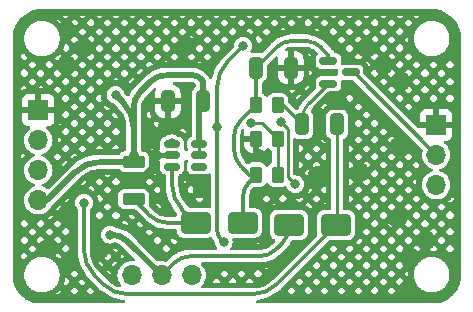
<source format=gbl>
%TF.GenerationSoftware,KiCad,Pcbnew,7.0.7-7.0.7~ubuntu22.04.1*%
%TF.CreationDate,2023-08-23T16:26:45+03:00*%
%TF.ProjectId,updi_hv_reset,75706469-5f68-4765-9f72-657365742e6b,rev?*%
%TF.SameCoordinates,Original*%
%TF.FileFunction,Copper,L2,Bot*%
%TF.FilePolarity,Positive*%
%FSLAX46Y46*%
G04 Gerber Fmt 4.6, Leading zero omitted, Abs format (unit mm)*
G04 Created by KiCad (PCBNEW 7.0.7-7.0.7~ubuntu22.04.1) date 2023-08-23 16:26:45*
%MOMM*%
%LPD*%
G01*
G04 APERTURE LIST*
G04 Aperture macros list*
%AMRoundRect*
0 Rectangle with rounded corners*
0 $1 Rounding radius*
0 $2 $3 $4 $5 $6 $7 $8 $9 X,Y pos of 4 corners*
0 Add a 4 corners polygon primitive as box body*
4,1,4,$2,$3,$4,$5,$6,$7,$8,$9,$2,$3,0*
0 Add four circle primitives for the rounded corners*
1,1,$1+$1,$2,$3*
1,1,$1+$1,$4,$5*
1,1,$1+$1,$6,$7*
1,1,$1+$1,$8,$9*
0 Add four rect primitives between the rounded corners*
20,1,$1+$1,$2,$3,$4,$5,0*
20,1,$1+$1,$4,$5,$6,$7,0*
20,1,$1+$1,$6,$7,$8,$9,0*
20,1,$1+$1,$8,$9,$2,$3,0*%
G04 Aperture macros list end*
%TA.AperFunction,ComponentPad*%
%ADD10R,1.700000X1.700000*%
%TD*%
%TA.AperFunction,ComponentPad*%
%ADD11O,1.700000X1.700000*%
%TD*%
%TA.AperFunction,SMDPad,CuDef*%
%ADD12RoundRect,0.250000X0.325000X0.650000X-0.325000X0.650000X-0.325000X-0.650000X0.325000X-0.650000X0*%
%TD*%
%TA.AperFunction,SMDPad,CuDef*%
%ADD13RoundRect,0.250000X0.262500X0.450000X-0.262500X0.450000X-0.262500X-0.450000X0.262500X-0.450000X0*%
%TD*%
%TA.AperFunction,SMDPad,CuDef*%
%ADD14RoundRect,0.250000X-0.262500X-0.450000X0.262500X-0.450000X0.262500X0.450000X-0.262500X0.450000X0*%
%TD*%
%TA.AperFunction,SMDPad,CuDef*%
%ADD15RoundRect,0.250000X1.000000X0.650000X-1.000000X0.650000X-1.000000X-0.650000X1.000000X-0.650000X0*%
%TD*%
%TA.AperFunction,SMDPad,CuDef*%
%ADD16RoundRect,0.150000X-0.512500X-0.150000X0.512500X-0.150000X0.512500X0.150000X-0.512500X0.150000X0*%
%TD*%
%TA.AperFunction,SMDPad,CuDef*%
%ADD17RoundRect,0.250000X-0.700000X0.275000X-0.700000X-0.275000X0.700000X-0.275000X0.700000X0.275000X0*%
%TD*%
%TA.AperFunction,SMDPad,CuDef*%
%ADD18RoundRect,0.250000X-0.325000X-0.650000X0.325000X-0.650000X0.325000X0.650000X-0.325000X0.650000X0*%
%TD*%
%TA.AperFunction,SMDPad,CuDef*%
%ADD19RoundRect,0.250000X-1.000000X-0.650000X1.000000X-0.650000X1.000000X0.650000X-1.000000X0.650000X0*%
%TD*%
%TA.AperFunction,SMDPad,CuDef*%
%ADD20RoundRect,0.150000X-0.587500X-0.150000X0.587500X-0.150000X0.587500X0.150000X-0.587500X0.150000X0*%
%TD*%
%TA.AperFunction,ViaPad*%
%ADD21C,0.800000*%
%TD*%
%TA.AperFunction,Conductor*%
%ADD22C,0.350000*%
%TD*%
%TA.AperFunction,Conductor*%
%ADD23C,0.500000*%
%TD*%
%TA.AperFunction,Conductor*%
%ADD24C,0.250000*%
%TD*%
%TA.AperFunction,Conductor*%
%ADD25C,0.300000*%
%TD*%
%ADD26C,0.350000*%
G04 APERTURE END LIST*
D10*
%TO.P,J2,1,Pin_1*%
%TO.N,GND*%
X102190000Y-108570000D03*
D11*
%TO.P,J2,2,Pin_2*%
%TO.N,UDP*%
X102190000Y-111110000D03*
%TO.P,J2,3,Pin_3*%
%TO.N,UDM*%
X102190000Y-113650000D03*
%TO.P,J2,4,Pin_4*%
%TO.N,+5V*%
X102190000Y-116190000D03*
%TD*%
D10*
%TO.P,J1,1,Pin_1*%
%TO.N,GND*%
X135880000Y-109825000D03*
D11*
%TO.P,J1,2,Pin_2*%
%TO.N,UPDI*%
X135880000Y-112365000D03*
%TO.P,J1,3,Pin_3*%
%TO.N,VCC*%
X135880000Y-114905000D03*
%TD*%
%TO.P,J3,1,Pin_1*%
%TO.N,+3.3V*%
X115175000Y-122560000D03*
%TO.P,J3,2,Pin_2*%
%TO.N,VCC*%
X112635000Y-122560000D03*
%TO.P,J3,3,Pin_3*%
%TO.N,+5V*%
X110095000Y-122560000D03*
%TD*%
D12*
%TO.P,C9,1*%
%TO.N,RTS#*%
X127490000Y-109770000D03*
%TO.P,C9,2*%
%TO.N,Net-(Q1-G)*%
X124540000Y-109770000D03*
%TD*%
D13*
%TO.P,R6,1*%
%TO.N,Net-(U3-FB)*%
X122460000Y-110980000D03*
%TO.P,R6,2*%
%TO.N,GND*%
X120635000Y-110980000D03*
%TD*%
D14*
%TO.P,R5,1*%
%TO.N,+12V*%
X120640000Y-114040000D03*
%TO.P,R5,2*%
%TO.N,Net-(U3-FB)*%
X122465000Y-114040000D03*
%TD*%
D15*
%TO.P,D1,1,K*%
%TO.N,+12V*%
X119507500Y-118110000D03*
%TO.P,D1,2,A*%
%TO.N,Net-(D1-A)*%
X115507500Y-118110000D03*
%TD*%
D16*
%TO.P,U3,1,SW*%
%TO.N,Net-(D1-A)*%
X113522500Y-113360000D03*
%TO.P,U3,2,GND*%
%TO.N,GND*%
X113522500Y-112410000D03*
%TO.P,U3,3,FB*%
%TO.N,Net-(U3-FB)*%
X113522500Y-111460000D03*
%TO.P,U3,4,EN*%
%TO.N,+5V*%
X115797500Y-111460000D03*
%TO.P,U3,5,IN*%
X115797500Y-112410000D03*
%TO.P,U3,6,NC*%
%TO.N,unconnected-(U3-NC-Pad6)*%
X115797500Y-113360000D03*
%TD*%
D17*
%TO.P,L2,1,1*%
%TO.N,+5V*%
X110260000Y-112945000D03*
%TO.P,L2,2,2*%
%TO.N,Net-(D1-A)*%
X110260000Y-116095000D03*
%TD*%
D12*
%TO.P,C7,1*%
%TO.N,+5V*%
X116115000Y-107830000D03*
%TO.P,C7,2*%
%TO.N,GND*%
X113165000Y-107830000D03*
%TD*%
D18*
%TO.P,C8,1*%
%TO.N,+12V*%
X120625000Y-104970000D03*
%TO.P,C8,2*%
%TO.N,GND*%
X123575000Y-104970000D03*
%TD*%
D14*
%TO.P,R7,1*%
%TO.N,+12V*%
X120640000Y-108140000D03*
%TO.P,R7,2*%
%TO.N,Net-(Q1-G)*%
X122465000Y-108140000D03*
%TD*%
D19*
%TO.P,D2,1,K*%
%TO.N,VCC*%
X123402500Y-118290000D03*
%TO.P,D2,2,A*%
%TO.N,RTS#*%
X127402500Y-118290000D03*
%TD*%
D20*
%TO.P,Q1,1,G*%
%TO.N,Net-(Q1-G)*%
X126755000Y-106320000D03*
%TO.P,Q1,2,S*%
%TO.N,+12V*%
X126755000Y-104420000D03*
%TO.P,Q1,3,D*%
%TO.N,UPDI*%
X128630000Y-105370000D03*
%TD*%
D21*
%TO.N,VCC*%
X123402500Y-118290000D03*
X108260000Y-119110000D03*
%TO.N,GND*%
X132610000Y-117740000D03*
X135010000Y-119560000D03*
X132800000Y-111570000D03*
X116110000Y-115220000D03*
X133550000Y-123750000D03*
X104580000Y-104740000D03*
X104590000Y-117440000D03*
X125800000Y-114150000D03*
X121000000Y-112320000D03*
X127480000Y-107740000D03*
X129990000Y-103280000D03*
X106040000Y-103280000D03*
X110270000Y-114560000D03*
X104600000Y-101820000D03*
X107410000Y-120320000D03*
X104600000Y-121640000D03*
X111790000Y-111000000D03*
X129430000Y-113830000D03*
X132890000Y-106120000D03*
X133610000Y-121000000D03*
X131430000Y-104720000D03*
X103090000Y-120220000D03*
X122100000Y-106430000D03*
X114730000Y-103150000D03*
X113180000Y-109830000D03*
%TO.N,+5V*%
X108730000Y-107270000D03*
X110260000Y-112380000D03*
%TO.N,+3.3V*%
X122750000Y-109600000D03*
X119535000Y-103130000D03*
X117350000Y-110020000D03*
X117880000Y-119725000D03*
X123960000Y-114850000D03*
%TO.N,RTS#*%
X106060000Y-116400000D03*
%TO.N,Net-(U3-FB)*%
X113502329Y-111389128D03*
X120240000Y-109660000D03*
%TD*%
D22*
%TO.N,VCC*%
X112635000Y-122560000D02*
X113679214Y-121515786D01*
X123402500Y-118449073D02*
X123402500Y-118290000D01*
D23*
X108260000Y-119110000D02*
X108356573Y-119110000D01*
D22*
X115093427Y-120930000D02*
X120921573Y-120930000D01*
D23*
X109770787Y-119695787D02*
X112635000Y-122560000D01*
D22*
X122335787Y-120344213D02*
X122816714Y-119863286D01*
X122816728Y-119863300D02*
G75*
G03*
X123402500Y-118449073I-1414228J1414200D01*
G01*
X115093427Y-120930020D02*
G75*
G03*
X113679215Y-121515787I-27J-1999980D01*
G01*
X120921573Y-120929980D02*
G75*
G03*
X122335786Y-120344212I27J1999980D01*
G01*
D23*
X109770801Y-119695773D02*
G75*
G03*
X108356573Y-119110000I-1414201J-1414227D01*
G01*
D24*
%TO.N,GND*%
X120635000Y-110980000D02*
X120635000Y-111955000D01*
X120635000Y-111955000D02*
X121000000Y-112320000D01*
X111790000Y-111610000D02*
X111790000Y-111000000D01*
X113165000Y-109815000D02*
X113180000Y-109830000D01*
X113522500Y-112410000D02*
X112590000Y-112410000D01*
X110433173Y-114560000D02*
X110270000Y-114560000D01*
X113165000Y-107830000D02*
X113165000Y-109815000D01*
X112583173Y-112410000D02*
X110433173Y-114560000D01*
X112590000Y-112410000D02*
X111790000Y-111610000D01*
X113522500Y-112410000D02*
X112583173Y-112410000D01*
D23*
%TO.N,+5V*%
X108730000Y-107270000D02*
X109381321Y-107921321D01*
X115797500Y-108147500D02*
X116115000Y-107830000D01*
D24*
X115797500Y-112410000D02*
X115797500Y-111460000D01*
X110260000Y-112945000D02*
X110260000Y-112380000D01*
D23*
X110260000Y-112380000D02*
X110260000Y-108398427D01*
X102190000Y-116190000D02*
X102960000Y-116190000D01*
X107447641Y-112945000D02*
X110260000Y-112945000D01*
X115797500Y-111460000D02*
X115797500Y-108147500D01*
X110260000Y-110042641D02*
X110260000Y-112380000D01*
X102960000Y-116190000D02*
X105326321Y-113823679D01*
X115922893Y-105892893D02*
X116115000Y-106085000D01*
X110845787Y-106984213D02*
X111644214Y-106185786D01*
X116115000Y-106085000D02*
X116115000Y-107830000D01*
X113058427Y-105600000D02*
X115215786Y-105600000D01*
X113058427Y-105600020D02*
G75*
G03*
X111644215Y-106185787I-27J-1999980D01*
G01*
X110259971Y-110042641D02*
G75*
G03*
X109381321Y-107921321I-2999971J41D01*
G01*
X115922900Y-105892886D02*
G75*
G03*
X115215786Y-105600000I-707100J-707114D01*
G01*
X110845773Y-106984199D02*
G75*
G03*
X110260000Y-108398427I1414227J-1414201D01*
G01*
X107447641Y-112945029D02*
G75*
G03*
X105326321Y-113823679I-41J-2999971D01*
G01*
D24*
%TO.N,+3.3V*%
X123302500Y-110152500D02*
X122750000Y-109600000D01*
D25*
X117350000Y-110020000D02*
X117350000Y-106557641D01*
D22*
X117642893Y-119487893D02*
X117880000Y-119725000D01*
X117350000Y-110020000D02*
X117350000Y-118780786D01*
D24*
X123302500Y-114192500D02*
X123302500Y-110152500D01*
D25*
X118228680Y-104436320D02*
X119535000Y-103130000D01*
D24*
X123960000Y-114850000D02*
X123302500Y-114192500D01*
D22*
X117350010Y-118780786D02*
G75*
G03*
X117642893Y-119487893I999990J-14D01*
G01*
D25*
X118228660Y-104436300D02*
G75*
G03*
X117350000Y-106557641I2121340J-2121300D01*
G01*
D22*
%TO.N,+12V*%
X124751573Y-102690000D02*
X123733427Y-102690000D01*
X119345787Y-109434213D02*
X120640000Y-108140000D01*
X122319213Y-103275787D02*
X120625000Y-104970000D01*
X119507500Y-118110000D02*
X119507500Y-116000927D01*
X120070000Y-114040000D02*
X119345786Y-113315786D01*
X120093287Y-114586713D02*
X120640000Y-114040000D01*
X120640000Y-104985000D02*
X120625000Y-104970000D01*
X126755000Y-104420000D02*
X126755000Y-103865000D01*
X126755000Y-103865000D02*
X126165786Y-103275786D01*
X120640000Y-108140000D02*
X120640000Y-104985000D01*
X118760000Y-111901573D02*
X118760000Y-110848427D01*
X120640000Y-114040000D02*
X120070000Y-114040000D01*
X119345773Y-109434199D02*
G75*
G03*
X118760000Y-110848427I1414227J-1414201D01*
G01*
X118760020Y-111901573D02*
G75*
G03*
X119345787Y-113315785I1999980J-27D01*
G01*
X126165800Y-103275772D02*
G75*
G03*
X124751573Y-102690000I-1414200J-1414228D01*
G01*
X120093273Y-114586699D02*
G75*
G03*
X119507500Y-116000927I1414227J-1414201D01*
G01*
X123733427Y-102690020D02*
G75*
G03*
X122319214Y-103275788I-27J-1999980D01*
G01*
D24*
%TO.N,RTS#*%
X127490000Y-109770000D02*
X127490000Y-118202500D01*
D25*
X120279859Y-124170000D02*
X109802641Y-124170000D01*
X107681320Y-123291320D02*
X106938679Y-122548679D01*
X127402500Y-118290000D02*
X122401179Y-123291321D01*
D24*
X127490000Y-118202500D02*
X127402500Y-118290000D01*
D25*
X106060000Y-120427359D02*
X106060000Y-116400000D01*
X120279859Y-124169971D02*
G75*
G03*
X122401179Y-123291321I41J2999971D01*
G01*
X107681300Y-123291340D02*
G75*
G03*
X109802641Y-124170000I2121300J2121340D01*
G01*
X106060029Y-120427359D02*
G75*
G03*
X106938679Y-122548679I2999971J-41D01*
G01*
D24*
%TO.N,Net-(Q1-G)*%
X122910000Y-108140000D02*
X124540000Y-109770000D01*
X124540000Y-109770000D02*
X124540000Y-109363427D01*
X122465000Y-108140000D02*
X122910000Y-108140000D01*
X125125787Y-107949213D02*
X126755000Y-106320000D01*
X125125773Y-107949199D02*
G75*
G03*
X124540000Y-109363427I1414227J-1414201D01*
G01*
D22*
%TO.N,Net-(D1-A)*%
X113522500Y-113360000D02*
X113522500Y-114882359D01*
X114401180Y-117003680D02*
X115507500Y-118110000D01*
D25*
X110260000Y-116095000D02*
X111689214Y-117524214D01*
X113103427Y-118110000D02*
X115507500Y-118110000D01*
D22*
X113522529Y-114882359D02*
G75*
G03*
X114401180Y-117003680I2999971J-41D01*
G01*
D25*
X111689200Y-117524228D02*
G75*
G03*
X113103427Y-118110000I1414200J1414228D01*
G01*
D24*
%TO.N,UPDI*%
X128630000Y-105370000D02*
X128885000Y-105370000D01*
D22*
X128885000Y-105370000D02*
X135880000Y-112365000D01*
D24*
%TO.N,Net-(U3-FB)*%
X122460000Y-110980000D02*
X122460000Y-114035000D01*
X122460000Y-110980000D02*
X121140000Y-109660000D01*
X121140000Y-109660000D02*
X120240000Y-109660000D01*
X122460000Y-114035000D02*
X122465000Y-114040000D01*
X113522500Y-111460000D02*
X113906751Y-111460000D01*
%TD*%
%TA.AperFunction,Conductor*%
%TO.N,GND*%
G36*
X135501868Y-100000611D02*
G01*
X135528668Y-100002232D01*
X135598919Y-100006481D01*
X135806401Y-100020080D01*
X135813504Y-100020961D01*
X135949236Y-100045835D01*
X136115663Y-100078941D01*
X136121984Y-100080549D01*
X136261135Y-100123910D01*
X136415056Y-100176160D01*
X136420549Y-100178322D01*
X136556483Y-100239501D01*
X136699850Y-100310203D01*
X136704498Y-100312748D01*
X136749895Y-100340191D01*
X136832392Y-100390062D01*
X136834739Y-100391555D01*
X136965585Y-100478983D01*
X136969374Y-100481726D01*
X137087555Y-100574316D01*
X137087561Y-100574320D01*
X137090204Y-100576512D01*
X137208083Y-100679889D01*
X137211044Y-100682663D01*
X137317335Y-100788954D01*
X137320109Y-100791915D01*
X137423486Y-100909794D01*
X137425678Y-100912437D01*
X137518269Y-101030621D01*
X137521015Y-101034413D01*
X137608432Y-101165241D01*
X137609940Y-101167612D01*
X137687250Y-101295499D01*
X137689799Y-101300154D01*
X137760504Y-101443530D01*
X137821671Y-101579439D01*
X137823844Y-101584958D01*
X137876095Y-101738884D01*
X137919446Y-101878004D01*
X137921063Y-101884357D01*
X137954172Y-102050805D01*
X137967969Y-102126092D01*
X137970000Y-102148444D01*
X137970000Y-122851554D01*
X137967969Y-122873905D01*
X137954175Y-122949177D01*
X137921063Y-123115641D01*
X137919446Y-123121994D01*
X137876095Y-123261115D01*
X137823844Y-123415040D01*
X137821671Y-123420559D01*
X137760504Y-123556469D01*
X137689798Y-123699844D01*
X137687250Y-123704499D01*
X137609940Y-123832386D01*
X137608432Y-123834757D01*
X137521015Y-123965585D01*
X137518269Y-123969377D01*
X137425678Y-124087561D01*
X137423486Y-124090204D01*
X137320109Y-124208083D01*
X137317335Y-124211044D01*
X137211044Y-124317335D01*
X137208083Y-124320109D01*
X137090204Y-124423486D01*
X137087561Y-124425678D01*
X136969377Y-124518269D01*
X136965585Y-124521015D01*
X136834757Y-124608432D01*
X136832386Y-124609940D01*
X136704499Y-124687250D01*
X136699844Y-124689798D01*
X136556469Y-124760504D01*
X136420560Y-124821671D01*
X136415041Y-124823844D01*
X136293126Y-124865228D01*
X136253399Y-124871809D01*
X120766099Y-124888137D01*
X120699039Y-124868523D01*
X120653228Y-124815767D01*
X120643212Y-124746619D01*
X120672169Y-124683033D01*
X120730908Y-124645197D01*
X120753817Y-124640734D01*
X120794083Y-124636769D01*
X120794087Y-124636768D01*
X120794100Y-124636767D01*
X121131428Y-124569672D01*
X121460556Y-124469837D01*
X121778313Y-124338222D01*
X122081639Y-124176095D01*
X122367613Y-123985018D01*
X122509700Y-123868413D01*
X123318172Y-123868413D01*
X123563733Y-124113973D01*
X123673141Y-124113973D01*
X123918701Y-123868413D01*
X124732386Y-123868413D01*
X124977946Y-124113973D01*
X125087354Y-124113973D01*
X125332914Y-123868413D01*
X126146600Y-123868413D01*
X126392160Y-124113973D01*
X126501568Y-124113973D01*
X126747127Y-123868413D01*
X127560814Y-123868413D01*
X127806374Y-124113973D01*
X127915782Y-124113973D01*
X128161341Y-123868413D01*
X128975027Y-123868413D01*
X129220587Y-124113973D01*
X129329995Y-124113973D01*
X129575554Y-123868413D01*
X130389241Y-123868413D01*
X130634801Y-124113973D01*
X130744209Y-124113973D01*
X130989768Y-123868413D01*
X131803454Y-123868413D01*
X132049014Y-124113973D01*
X132158422Y-124113973D01*
X132403982Y-123868413D01*
X132403982Y-123759005D01*
X132158422Y-123513445D01*
X132049014Y-123513445D01*
X131803454Y-123759004D01*
X131803454Y-123868413D01*
X130989768Y-123868413D01*
X130989769Y-123868412D01*
X130989769Y-123759005D01*
X130744209Y-123513445D01*
X130634801Y-123513445D01*
X130389241Y-123759005D01*
X130389241Y-123868413D01*
X129575554Y-123868413D01*
X129575555Y-123868412D01*
X129575555Y-123759004D01*
X129329995Y-123513445D01*
X129220587Y-123513445D01*
X128975027Y-123759005D01*
X128975027Y-123868413D01*
X128161341Y-123868413D01*
X128161342Y-123868412D01*
X128161342Y-123759005D01*
X127915782Y-123513445D01*
X127806374Y-123513445D01*
X127560814Y-123759005D01*
X127560814Y-123868413D01*
X126747127Y-123868413D01*
X126747128Y-123868412D01*
X126747128Y-123759005D01*
X126501568Y-123513445D01*
X126392160Y-123513445D01*
X126146600Y-123759005D01*
X126146600Y-123868413D01*
X125332914Y-123868413D01*
X125332915Y-123868412D01*
X125332915Y-123759005D01*
X125087354Y-123513445D01*
X124977946Y-123513445D01*
X124732386Y-123759005D01*
X124732386Y-123868413D01*
X123918701Y-123868413D01*
X123918701Y-123759004D01*
X123673141Y-123513445D01*
X123591144Y-123513445D01*
X123318173Y-123786416D01*
X123318172Y-123868413D01*
X122509700Y-123868413D01*
X122633482Y-123766830D01*
X122724389Y-123675922D01*
X122724407Y-123675907D01*
X122778378Y-123621935D01*
X122801676Y-123598639D01*
X122801676Y-123598637D01*
X122811880Y-123588434D01*
X122811884Y-123588429D01*
X123239007Y-123161306D01*
X124025280Y-123161306D01*
X124270840Y-123406866D01*
X124380248Y-123406866D01*
X124625808Y-123161306D01*
X125439493Y-123161306D01*
X125685053Y-123406866D01*
X125794461Y-123406866D01*
X126040020Y-123161306D01*
X126853707Y-123161306D01*
X127099267Y-123406866D01*
X127208675Y-123406866D01*
X127454235Y-123161305D01*
X128267920Y-123161305D01*
X128513480Y-123406866D01*
X128622888Y-123406866D01*
X128868448Y-123161306D01*
X129682134Y-123161306D01*
X129927694Y-123406866D01*
X130037102Y-123406866D01*
X130282661Y-123161306D01*
X131096347Y-123161306D01*
X131341907Y-123406866D01*
X131451315Y-123406866D01*
X131696875Y-123161306D01*
X132510561Y-123161306D01*
X132756121Y-123406866D01*
X132798866Y-123406866D01*
X132809687Y-123378334D01*
X132823579Y-123351865D01*
X132920144Y-123211965D01*
X132939967Y-123189590D01*
X133067207Y-123076865D01*
X133091809Y-123059883D01*
X133109689Y-123050498D01*
X132865529Y-122806338D01*
X132756121Y-122806338D01*
X132510561Y-123051897D01*
X132510561Y-123161306D01*
X131696875Y-123161306D01*
X131696876Y-123161305D01*
X131696876Y-123051898D01*
X131451315Y-122806338D01*
X131341907Y-122806338D01*
X131096347Y-123051897D01*
X131096347Y-123161306D01*
X130282661Y-123161306D01*
X130282662Y-123161305D01*
X130282662Y-123051897D01*
X130037102Y-122806338D01*
X129927694Y-122806338D01*
X129682134Y-123051898D01*
X129682134Y-123161306D01*
X128868448Y-123161306D01*
X128868448Y-123051897D01*
X128622888Y-122806338D01*
X128513480Y-122806338D01*
X128267920Y-123051898D01*
X128267920Y-123161305D01*
X127454235Y-123161305D01*
X127454235Y-123051898D01*
X127208675Y-122806338D01*
X127099267Y-122806338D01*
X126853707Y-123051898D01*
X126853707Y-123161306D01*
X126040020Y-123161306D01*
X126040021Y-123161305D01*
X126040021Y-123051898D01*
X125794461Y-122806338D01*
X125685053Y-122806338D01*
X125439493Y-123051898D01*
X125439493Y-123161306D01*
X124625808Y-123161306D01*
X124625808Y-123051897D01*
X124380248Y-122806338D01*
X124298252Y-122806338D01*
X124025280Y-123079309D01*
X124025280Y-123161306D01*
X123239007Y-123161306D01*
X123946114Y-122454199D01*
X124732386Y-122454199D01*
X124977946Y-122699759D01*
X125087354Y-122699759D01*
X125332914Y-122454199D01*
X126146600Y-122454199D01*
X126392160Y-122699759D01*
X126501568Y-122699759D01*
X126747127Y-122454199D01*
X127560814Y-122454199D01*
X127806374Y-122699759D01*
X127915782Y-122699759D01*
X128161341Y-122454199D01*
X128975027Y-122454199D01*
X129220587Y-122699759D01*
X129329995Y-122699759D01*
X129575555Y-122454199D01*
X130389241Y-122454199D01*
X130634801Y-122699759D01*
X130744209Y-122699759D01*
X130989768Y-122454199D01*
X131803454Y-122454199D01*
X132049014Y-122699759D01*
X132158422Y-122699759D01*
X132403982Y-122454199D01*
X133217668Y-122454199D01*
X133463228Y-122699759D01*
X133504562Y-122699759D01*
X133504562Y-122665358D01*
X133488864Y-122571295D01*
X133496357Y-122509272D01*
X133496357Y-122499999D01*
X133994357Y-122499999D01*
X134002349Y-122596457D01*
X134002561Y-122601579D01*
X134002561Y-122614456D01*
X134001274Y-122618836D01*
X134001940Y-122626871D01*
X134004143Y-122633570D01*
X134006264Y-122646279D01*
X134006899Y-122651367D01*
X134014891Y-122747816D01*
X134014891Y-122747818D01*
X134038654Y-122841659D01*
X134039707Y-122846679D01*
X134041825Y-122859374D01*
X134041277Y-122863902D01*
X134043256Y-122871715D01*
X134046532Y-122877962D01*
X134050714Y-122890145D01*
X134052177Y-122895058D01*
X134066484Y-122951553D01*
X134075937Y-122988881D01*
X134102565Y-123049588D01*
X134114810Y-123077503D01*
X134116675Y-123082283D01*
X134120864Y-123094488D01*
X134121069Y-123099040D01*
X134124304Y-123106415D01*
X134128567Y-123112043D01*
X134134700Y-123123377D01*
X134136949Y-123127978D01*
X134175826Y-123216605D01*
X134228764Y-123297634D01*
X134231389Y-123302039D01*
X134237521Y-123313371D01*
X134238473Y-123317831D01*
X134242879Y-123324575D01*
X134248009Y-123329422D01*
X134255927Y-123339596D01*
X134258903Y-123343766D01*
X134311833Y-123424781D01*
X134311836Y-123424785D01*
X134311991Y-123424953D01*
X134377391Y-123495998D01*
X134380706Y-123499911D01*
X134388612Y-123510070D01*
X134390284Y-123514308D01*
X134395752Y-123520249D01*
X134401599Y-123524178D01*
X134411079Y-123532904D01*
X134414703Y-123536529D01*
X134480257Y-123607739D01*
X134556624Y-123667178D01*
X134560539Y-123670493D01*
X134570026Y-123679227D01*
X134572373Y-123683133D01*
X134578730Y-123688081D01*
X134585150Y-123690998D01*
X134595935Y-123698043D01*
X134600091Y-123701009D01*
X134676491Y-123760474D01*
X134761634Y-123806551D01*
X134766010Y-123809159D01*
X134776811Y-123816216D01*
X134779772Y-123819686D01*
X134786844Y-123823514D01*
X134793664Y-123825336D01*
X134805483Y-123830521D01*
X134810057Y-123832756D01*
X134895190Y-123878828D01*
X134986767Y-123910266D01*
X134991480Y-123912105D01*
X135003300Y-123917290D01*
X135006791Y-123920224D01*
X135014421Y-123922843D01*
X135021432Y-123923517D01*
X135029378Y-123925528D01*
X135033935Y-123926682D01*
X135038823Y-123928137D01*
X135104307Y-123950618D01*
X135130385Y-123959571D01*
X135225857Y-123975502D01*
X135230861Y-123976550D01*
X135243359Y-123979715D01*
X135247285Y-123982034D01*
X135255240Y-123983362D01*
X135262274Y-123982871D01*
X135275122Y-123983936D01*
X135280187Y-123984567D01*
X135375665Y-124000500D01*
X135375666Y-124000500D01*
X135472436Y-124000500D01*
X135477556Y-124000712D01*
X135489551Y-124001705D01*
X135490419Y-124001777D01*
X135494680Y-124003421D01*
X135502715Y-124003421D01*
X135509579Y-124001778D01*
X135522453Y-124000712D01*
X135527574Y-124000500D01*
X135624330Y-124000500D01*
X135624335Y-124000500D01*
X135719854Y-123984560D01*
X135724850Y-123983938D01*
X135737730Y-123982871D01*
X135742193Y-123983789D01*
X135750141Y-123982463D01*
X135756623Y-123979719D01*
X135769158Y-123976545D01*
X135774105Y-123975508D01*
X135869614Y-123959571D01*
X135961198Y-123928129D01*
X135966055Y-123926684D01*
X135978568Y-123923516D01*
X135983120Y-123923687D01*
X135990741Y-123921071D01*
X135996691Y-123917293D01*
X136008501Y-123912113D01*
X136013251Y-123910260D01*
X136104810Y-123878828D01*
X136189970Y-123832741D01*
X136194522Y-123830517D01*
X136206340Y-123825334D01*
X136210865Y-123824752D01*
X136217935Y-123820926D01*
X136223190Y-123816215D01*
X136233999Y-123809153D01*
X136238361Y-123806553D01*
X136323509Y-123760474D01*
X136399937Y-123700986D01*
X136404025Y-123698068D01*
X136414856Y-123690993D01*
X136419221Y-123689676D01*
X136425568Y-123684735D01*
X136429972Y-123679228D01*
X136439462Y-123670492D01*
X136443349Y-123667198D01*
X136519744Y-123607738D01*
X136585313Y-123536510D01*
X136588909Y-123532914D01*
X136598405Y-123524172D01*
X136602489Y-123522157D01*
X136607949Y-123516226D01*
X136611384Y-123510073D01*
X136619315Y-123499883D01*
X136622585Y-123496022D01*
X136688164Y-123424785D01*
X136741124Y-123343723D01*
X136744055Y-123339618D01*
X136752004Y-123329405D01*
X136755699Y-123326746D01*
X136760104Y-123320004D01*
X136762481Y-123313365D01*
X136768621Y-123302020D01*
X136771224Y-123297650D01*
X136824173Y-123216607D01*
X136863068Y-123127933D01*
X136865298Y-123123377D01*
X136871421Y-123112062D01*
X136874641Y-123108816D01*
X136877882Y-123101427D01*
X136879135Y-123094483D01*
X136883329Y-123082266D01*
X136885170Y-123077546D01*
X136924063Y-122988881D01*
X136947832Y-122895019D01*
X136949280Y-122890156D01*
X136953467Y-122877960D01*
X136956103Y-122874238D01*
X136958081Y-122866428D01*
X136958174Y-122859373D01*
X136960299Y-122846638D01*
X136961344Y-122841659D01*
X136985108Y-122747821D01*
X136993103Y-122651333D01*
X136993734Y-122646278D01*
X136998508Y-122617669D01*
X136997688Y-122611928D01*
X136998088Y-122592585D01*
X136998283Y-122588814D01*
X137005643Y-122500000D01*
X137004577Y-122487141D01*
X137002143Y-122457764D01*
X136998283Y-122411189D01*
X136998088Y-122407410D01*
X136997688Y-122388072D01*
X136998789Y-122384016D01*
X136996818Y-122372203D01*
X136993731Y-122353704D01*
X136993102Y-122348660D01*
X136985108Y-122252179D01*
X136961341Y-122158327D01*
X136960295Y-122153334D01*
X136960292Y-122153319D01*
X136958175Y-122140627D01*
X136958721Y-122136102D01*
X136956743Y-122128287D01*
X136953466Y-122122037D01*
X136949283Y-122109851D01*
X136947830Y-122104976D01*
X136924063Y-122011119D01*
X136885180Y-121922475D01*
X136883326Y-121917725D01*
X136879133Y-121905509D01*
X136878927Y-121900953D01*
X136875699Y-121893592D01*
X136871435Y-121887962D01*
X136865298Y-121876621D01*
X136863052Y-121872029D01*
X136824173Y-121783393D01*
X136824173Y-121783392D01*
X136771231Y-121702358D01*
X136768618Y-121697973D01*
X136762477Y-121686626D01*
X136761524Y-121682167D01*
X136757122Y-121675428D01*
X136751994Y-121670581D01*
X136744081Y-121660415D01*
X136741102Y-121656243D01*
X136688164Y-121575215D01*
X136657199Y-121541578D01*
X136622606Y-121503999D01*
X136619291Y-121500085D01*
X136611384Y-121489926D01*
X136609711Y-121485685D01*
X136604253Y-121479757D01*
X136598398Y-121475820D01*
X136588918Y-121467092D01*
X136585294Y-121463468D01*
X136549455Y-121424537D01*
X136519744Y-121392262D01*
X136479079Y-121360611D01*
X136443378Y-121332823D01*
X136439462Y-121329507D01*
X136429970Y-121320767D01*
X136427624Y-121316863D01*
X136421279Y-121311924D01*
X136414845Y-121309000D01*
X136404055Y-121301950D01*
X136399893Y-121298978D01*
X136382635Y-121285546D01*
X136323509Y-121239526D01*
X136323504Y-121239523D01*
X136323503Y-121239522D01*
X136266191Y-121208507D01*
X136238380Y-121193456D01*
X136233985Y-121190837D01*
X136223190Y-121183784D01*
X136220227Y-121180313D01*
X136213156Y-121176486D01*
X136206332Y-121174661D01*
X136194528Y-121169483D01*
X136189925Y-121167233D01*
X136104816Y-121121175D01*
X136104813Y-121121174D01*
X136104810Y-121121172D01*
X136104804Y-121121170D01*
X136104802Y-121121169D01*
X136013258Y-121089742D01*
X136008480Y-121087877D01*
X135996690Y-121082705D01*
X135993199Y-121079771D01*
X135985584Y-121077156D01*
X135978562Y-121076481D01*
X135974750Y-121075516D01*
X135966080Y-121073320D01*
X135961168Y-121071858D01*
X135869614Y-121040429D01*
X135774141Y-121024496D01*
X135769128Y-121023445D01*
X135756648Y-121020286D01*
X135752715Y-121017962D01*
X135744768Y-121016636D01*
X135737719Y-121017127D01*
X135724888Y-121016063D01*
X135719804Y-121015430D01*
X135624336Y-120999500D01*
X135624335Y-120999500D01*
X135527541Y-120999500D01*
X135522428Y-120999288D01*
X135511122Y-120998351D01*
X135509583Y-120998224D01*
X135505328Y-120996582D01*
X135497279Y-120996582D01*
X135490414Y-120998224D01*
X135480435Y-120999051D01*
X135480291Y-120999063D01*
X135477606Y-120999285D01*
X135472495Y-120999500D01*
X135375665Y-120999500D01*
X135280194Y-121015430D01*
X135275109Y-121016064D01*
X135262277Y-121017127D01*
X135257806Y-121016207D01*
X135249862Y-121017532D01*
X135243355Y-121020285D01*
X135230872Y-121023445D01*
X135225857Y-121024497D01*
X135130383Y-121040429D01*
X135038835Y-121071856D01*
X135033929Y-121073317D01*
X135021450Y-121076478D01*
X135016890Y-121076307D01*
X135009261Y-121078925D01*
X135003304Y-121082707D01*
X134991515Y-121087879D01*
X134986740Y-121089742D01*
X134895194Y-121121170D01*
X134895183Y-121121175D01*
X134810084Y-121167228D01*
X134805479Y-121169479D01*
X134793662Y-121174663D01*
X134789135Y-121175244D01*
X134782061Y-121179072D01*
X134776804Y-121183786D01*
X134766009Y-121190839D01*
X134761607Y-121193461D01*
X134676493Y-121239524D01*
X134676489Y-121239526D01*
X134600108Y-121298976D01*
X134595944Y-121301950D01*
X134588967Y-121306509D01*
X134585138Y-121309010D01*
X134580771Y-121310327D01*
X134574428Y-121315264D01*
X134570025Y-121320771D01*
X134560532Y-121329510D01*
X134556620Y-121332824D01*
X134480255Y-121392262D01*
X134414696Y-121463477D01*
X134411071Y-121467102D01*
X134401596Y-121475824D01*
X134397509Y-121477840D01*
X134392043Y-121483778D01*
X134388604Y-121489940D01*
X134380699Y-121500095D01*
X134377390Y-121504001D01*
X134311836Y-121575215D01*
X134258903Y-121656233D01*
X134255931Y-121660397D01*
X134249308Y-121668908D01*
X134247990Y-121670601D01*
X134244294Y-121673259D01*
X134239900Y-121679984D01*
X134237520Y-121686631D01*
X134231387Y-121697962D01*
X134228764Y-121702364D01*
X134175828Y-121783390D01*
X134136952Y-121872015D01*
X134134703Y-121876616D01*
X134131673Y-121882216D01*
X134128566Y-121887958D01*
X134125350Y-121891198D01*
X134122116Y-121898571D01*
X134120863Y-121905517D01*
X134116674Y-121917717D01*
X134114811Y-121922493D01*
X134088301Y-121982932D01*
X134075939Y-122011116D01*
X134075936Y-122011122D01*
X134052177Y-122104940D01*
X134050715Y-122109851D01*
X134046533Y-122122033D01*
X134043896Y-122125755D01*
X134041917Y-122133570D01*
X134041825Y-122140622D01*
X134039707Y-122153319D01*
X134038654Y-122158339D01*
X134014891Y-122252178D01*
X134014891Y-122252183D01*
X134006899Y-122348631D01*
X134006264Y-122353719D01*
X134004143Y-122366428D01*
X134002156Y-122370530D01*
X134001490Y-122378566D01*
X134002561Y-122385542D01*
X134002561Y-122398419D01*
X134002349Y-122403541D01*
X133994357Y-122499999D01*
X133496357Y-122499999D01*
X133496357Y-122487141D01*
X133496558Y-122482267D01*
X133487469Y-122457764D01*
X133488860Y-122428729D01*
X133504562Y-122334636D01*
X133504562Y-122239295D01*
X133522151Y-122179391D01*
X133525800Y-122157529D01*
X133526806Y-122152729D01*
X133521878Y-122127077D01*
X133527907Y-122099231D01*
X133463228Y-122099231D01*
X133217668Y-122344790D01*
X133217668Y-122454199D01*
X132403982Y-122454199D01*
X132403982Y-122344791D01*
X132158422Y-122099231D01*
X132049014Y-122099231D01*
X131803454Y-122344790D01*
X131803454Y-122454199D01*
X130989768Y-122454199D01*
X130989769Y-122454198D01*
X130989769Y-122344791D01*
X130744209Y-122099231D01*
X130634801Y-122099231D01*
X130389241Y-122344791D01*
X130389241Y-122454199D01*
X129575555Y-122454199D01*
X129575555Y-122344791D01*
X129329995Y-122099231D01*
X129220587Y-122099231D01*
X128975027Y-122344791D01*
X128975027Y-122454199D01*
X128161341Y-122454199D01*
X128161342Y-122454198D01*
X128161342Y-122344791D01*
X127915782Y-122099231D01*
X127806374Y-122099231D01*
X127560814Y-122344791D01*
X127560814Y-122454199D01*
X126747127Y-122454199D01*
X126747128Y-122454198D01*
X126747128Y-122344791D01*
X126501568Y-122099231D01*
X126392160Y-122099231D01*
X126146600Y-122344791D01*
X126146600Y-122454199D01*
X125332914Y-122454199D01*
X125332915Y-122454198D01*
X125332915Y-122344791D01*
X125087354Y-122099231D01*
X125005359Y-122099231D01*
X124732386Y-122372203D01*
X124732386Y-122454199D01*
X123946114Y-122454199D01*
X124653221Y-121747092D01*
X125439493Y-121747092D01*
X125685053Y-121992652D01*
X125794461Y-121992652D01*
X126040020Y-121747092D01*
X126853707Y-121747092D01*
X127099267Y-121992652D01*
X127208675Y-121992652D01*
X127454234Y-121747092D01*
X128267920Y-121747092D01*
X128513480Y-121992652D01*
X128622888Y-121992652D01*
X128868448Y-121747092D01*
X129682134Y-121747092D01*
X129927694Y-121992652D01*
X130037102Y-121992652D01*
X130282662Y-121747092D01*
X131096347Y-121747092D01*
X131341907Y-121992652D01*
X131451315Y-121992652D01*
X131696875Y-121747092D01*
X132510561Y-121747092D01*
X132756121Y-121992652D01*
X132865529Y-121992652D01*
X133111089Y-121747092D01*
X133111088Y-121658855D01*
X132999967Y-121560410D01*
X132980144Y-121538035D01*
X132910405Y-121437000D01*
X132865529Y-121392124D01*
X132756121Y-121392124D01*
X132510561Y-121637683D01*
X132510561Y-121747092D01*
X131696875Y-121747092D01*
X131696876Y-121747091D01*
X131696876Y-121637684D01*
X131451315Y-121392124D01*
X131341907Y-121392124D01*
X131096347Y-121637683D01*
X131096347Y-121747092D01*
X130282662Y-121747092D01*
X130282662Y-121637684D01*
X130037102Y-121392124D01*
X129927694Y-121392124D01*
X129682134Y-121637684D01*
X129682134Y-121747092D01*
X128868448Y-121747092D01*
X128868448Y-121637683D01*
X128622888Y-121392124D01*
X128513480Y-121392124D01*
X128267920Y-121637684D01*
X128267920Y-121747092D01*
X127454234Y-121747092D01*
X127454235Y-121747091D01*
X127454235Y-121637684D01*
X127208675Y-121392124D01*
X127099267Y-121392124D01*
X126853707Y-121637684D01*
X126853707Y-121747092D01*
X126040020Y-121747092D01*
X126040021Y-121747091D01*
X126040021Y-121637684D01*
X125794461Y-121392124D01*
X125712466Y-121392124D01*
X125439493Y-121665097D01*
X125439493Y-121747092D01*
X124653221Y-121747092D01*
X125360327Y-121039986D01*
X126146600Y-121039986D01*
X126392160Y-121285546D01*
X126501568Y-121285546D01*
X126747128Y-121039986D01*
X127560814Y-121039986D01*
X127806374Y-121285546D01*
X127915782Y-121285546D01*
X128161342Y-121039986D01*
X128975027Y-121039986D01*
X129220587Y-121285546D01*
X129329995Y-121285546D01*
X129575555Y-121039986D01*
X130389241Y-121039986D01*
X130634801Y-121285546D01*
X130744209Y-121285546D01*
X130989769Y-121039986D01*
X131803454Y-121039986D01*
X132049014Y-121285546D01*
X132158422Y-121285546D01*
X132403982Y-121039985D01*
X132403982Y-120930577D01*
X132158422Y-120685017D01*
X132049014Y-120685017D01*
X131803454Y-120930577D01*
X131803454Y-121039986D01*
X130989769Y-121039986D01*
X130989769Y-120930577D01*
X130744209Y-120685017D01*
X130634801Y-120685017D01*
X130389241Y-120930577D01*
X130389241Y-121039986D01*
X129575555Y-121039986D01*
X129575555Y-120930577D01*
X129329995Y-120685017D01*
X129220587Y-120685017D01*
X128975027Y-120930577D01*
X128975027Y-121039986D01*
X128161342Y-121039986D01*
X128161342Y-120930577D01*
X127915782Y-120685017D01*
X127806374Y-120685017D01*
X127560814Y-120930577D01*
X127560814Y-121039986D01*
X126747128Y-121039986D01*
X126747128Y-120930577D01*
X126501568Y-120685017D01*
X126419574Y-120685017D01*
X126146600Y-120957990D01*
X126146600Y-121039986D01*
X125360327Y-121039986D01*
X126067434Y-120332879D01*
X126853707Y-120332879D01*
X127099267Y-120578439D01*
X127208675Y-120578439D01*
X127454235Y-120332879D01*
X128267920Y-120332879D01*
X128513480Y-120578439D01*
X128622888Y-120578439D01*
X128868448Y-120332879D01*
X129682134Y-120332879D01*
X129927694Y-120578439D01*
X130037102Y-120578439D01*
X130282662Y-120332879D01*
X131096347Y-120332879D01*
X131341907Y-120578439D01*
X131451315Y-120578439D01*
X131696875Y-120332879D01*
X132510561Y-120332879D01*
X132756121Y-120578439D01*
X132865528Y-120578439D01*
X132976005Y-120467960D01*
X132980147Y-120461961D01*
X132999966Y-120439591D01*
X133038623Y-120405342D01*
X133111089Y-120332877D01*
X133111089Y-120234613D01*
X133924774Y-120234613D01*
X134068191Y-120309883D01*
X134092793Y-120326865D01*
X134220033Y-120439590D01*
X134239856Y-120461965D01*
X134303709Y-120554472D01*
X134525303Y-120332879D01*
X135338988Y-120332879D01*
X135503539Y-120497430D01*
X135595057Y-120489851D01*
X135656195Y-120502433D01*
X135678274Y-120504263D01*
X135683148Y-120504870D01*
X135708318Y-120497840D01*
X135737117Y-120501623D01*
X135763971Y-120508422D01*
X135939515Y-120332879D01*
X136753202Y-120332879D01*
X136998762Y-120578439D01*
X137108170Y-120578439D01*
X137346000Y-120340608D01*
X137346000Y-120215741D01*
X137108170Y-119977911D01*
X136998762Y-119977911D01*
X136753202Y-120223471D01*
X136753202Y-120332879D01*
X135939515Y-120332879D01*
X135939516Y-120332878D01*
X135939516Y-120223471D01*
X135711003Y-119994958D01*
X135639856Y-120098035D01*
X135620033Y-120120410D01*
X135492793Y-120233135D01*
X135468191Y-120250117D01*
X135338988Y-120317927D01*
X135338988Y-120332879D01*
X134525303Y-120332879D01*
X134525303Y-120231448D01*
X134399967Y-120120410D01*
X134380144Y-120098035D01*
X134336193Y-120034361D01*
X134279743Y-119977911D01*
X134170335Y-119977911D01*
X133924774Y-120223471D01*
X133924774Y-120234613D01*
X133111089Y-120234613D01*
X133111089Y-120223471D01*
X132865529Y-119977911D01*
X132756121Y-119977911D01*
X132510561Y-120223471D01*
X132510561Y-120332879D01*
X131696875Y-120332879D01*
X131696876Y-120332878D01*
X131696876Y-120223471D01*
X131451315Y-119977911D01*
X131341907Y-119977911D01*
X131096347Y-120223471D01*
X131096347Y-120332879D01*
X130282662Y-120332879D01*
X130282662Y-120223471D01*
X130037102Y-119977911D01*
X129927694Y-119977911D01*
X129682134Y-120223471D01*
X129682134Y-120332879D01*
X128868448Y-120332879D01*
X128868448Y-120223471D01*
X128658340Y-120013363D01*
X128646451Y-120015729D01*
X128642445Y-120016390D01*
X128496768Y-120035567D01*
X128484590Y-120036767D01*
X128464275Y-120038098D01*
X128452920Y-120038470D01*
X128267920Y-120223471D01*
X128267920Y-120332879D01*
X127454235Y-120332879D01*
X127454235Y-120223470D01*
X127269263Y-120038499D01*
X127066092Y-120038499D01*
X126853707Y-120250883D01*
X126853707Y-120332879D01*
X126067434Y-120332879D01*
X126627685Y-119772627D01*
X129121882Y-119772627D01*
X129220587Y-119871332D01*
X129329995Y-119871332D01*
X129575555Y-119625771D01*
X130389241Y-119625771D01*
X130634801Y-119871332D01*
X130744209Y-119871332D01*
X130989768Y-119625772D01*
X131803454Y-119625772D01*
X132049014Y-119871332D01*
X132158422Y-119871332D01*
X132403982Y-119625772D01*
X133217668Y-119625772D01*
X133463228Y-119871332D01*
X133572636Y-119871332D01*
X133818195Y-119625772D01*
X136046095Y-119625772D01*
X136291655Y-119871332D01*
X136401063Y-119871332D01*
X136646623Y-119625772D01*
X136646623Y-119516364D01*
X136401063Y-119270804D01*
X136291655Y-119270804D01*
X136046095Y-119516364D01*
X136046095Y-119625772D01*
X133818195Y-119625772D01*
X133818196Y-119625771D01*
X133818196Y-119516364D01*
X133572636Y-119270804D01*
X133463228Y-119270804D01*
X133217668Y-119516364D01*
X133217668Y-119625772D01*
X132403982Y-119625772D01*
X132403982Y-119516364D01*
X132158422Y-119270804D01*
X132049014Y-119270804D01*
X131803454Y-119516364D01*
X131803454Y-119625772D01*
X130989768Y-119625772D01*
X130989769Y-119625771D01*
X130989769Y-119516364D01*
X130744209Y-119270804D01*
X130634801Y-119270804D01*
X130389241Y-119516364D01*
X130389241Y-119625771D01*
X129575555Y-119625771D01*
X129575555Y-119516364D01*
X129418022Y-119358831D01*
X129380110Y-119450360D01*
X129378436Y-119454055D01*
X129369403Y-119472372D01*
X129367490Y-119475951D01*
X129349150Y-119507719D01*
X129347007Y-119511166D01*
X129335657Y-119528153D01*
X129333292Y-119531453D01*
X129214707Y-119685994D01*
X129212135Y-119689129D01*
X129198667Y-119704487D01*
X129195891Y-119707451D01*
X129169951Y-119733391D01*
X129166987Y-119736167D01*
X129151629Y-119749635D01*
X129148494Y-119752207D01*
X129121882Y-119772627D01*
X126627685Y-119772627D01*
X126823495Y-119576817D01*
X126884818Y-119543333D01*
X126911176Y-119540499D01*
X128441863Y-119540499D01*
X128559253Y-119525046D01*
X128559257Y-119525044D01*
X128559262Y-119525044D01*
X128705341Y-119464536D01*
X128830782Y-119368282D01*
X128927036Y-119242841D01*
X128987544Y-119096762D01*
X129003000Y-118979361D01*
X129003000Y-118918664D01*
X129682134Y-118918664D01*
X129927694Y-119164225D01*
X130037102Y-119164225D01*
X130282661Y-118918665D01*
X131096347Y-118918665D01*
X131341907Y-119164225D01*
X131451315Y-119164225D01*
X131696875Y-118918665D01*
X132510561Y-118918665D01*
X132756121Y-119164225D01*
X132865529Y-119164225D01*
X133111089Y-118918665D01*
X133924775Y-118918665D01*
X134170335Y-119164225D01*
X134279742Y-119164225D01*
X134286869Y-119157097D01*
X134380144Y-119021965D01*
X134399967Y-118999590D01*
X134525303Y-118888551D01*
X134525303Y-118809257D01*
X134520591Y-118804545D01*
X135343699Y-118804545D01*
X135468191Y-118869883D01*
X135492793Y-118886865D01*
X135620033Y-118999590D01*
X135639856Y-119021965D01*
X135720043Y-119138137D01*
X135939516Y-118918665D01*
X136753202Y-118918665D01*
X136998762Y-119164225D01*
X137108170Y-119164225D01*
X137346000Y-118926395D01*
X137346000Y-118801527D01*
X137108170Y-118563697D01*
X136998762Y-118563697D01*
X136753202Y-118809257D01*
X136753202Y-118918665D01*
X135939516Y-118918665D01*
X135939516Y-118809257D01*
X135693956Y-118563697D01*
X135584548Y-118563697D01*
X135343699Y-118804545D01*
X134520591Y-118804545D01*
X134279743Y-118563697D01*
X134170335Y-118563697D01*
X133924775Y-118809257D01*
X133924775Y-118918665D01*
X133111089Y-118918665D01*
X133111089Y-118809257D01*
X132865529Y-118563697D01*
X132756121Y-118563697D01*
X132510561Y-118809257D01*
X132510561Y-118918665D01*
X131696875Y-118918665D01*
X131696876Y-118918664D01*
X131696876Y-118809257D01*
X131451315Y-118563697D01*
X131341907Y-118563697D01*
X131096347Y-118809257D01*
X131096347Y-118918665D01*
X130282661Y-118918665D01*
X130282662Y-118918664D01*
X130282662Y-118809257D01*
X130037102Y-118563697D01*
X129927694Y-118563697D01*
X129682134Y-118809257D01*
X129682134Y-118918664D01*
X129003000Y-118918664D01*
X129002999Y-118027594D01*
X129500999Y-118027594D01*
X129500999Y-118286113D01*
X129575555Y-118211557D01*
X130389241Y-118211557D01*
X130634801Y-118457118D01*
X130744209Y-118457118D01*
X130989768Y-118211558D01*
X131803454Y-118211558D01*
X132049014Y-118457118D01*
X132158422Y-118457118D01*
X132173853Y-118441686D01*
X132151809Y-118430117D01*
X132127207Y-118413135D01*
X131999967Y-118300410D01*
X131980144Y-118278035D01*
X131962058Y-118251832D01*
X133257942Y-118251832D01*
X133463228Y-118457118D01*
X133572636Y-118457118D01*
X133818196Y-118211558D01*
X134631881Y-118211558D01*
X134877441Y-118457118D01*
X134986849Y-118457118D01*
X135232409Y-118211558D01*
X136046095Y-118211558D01*
X136291655Y-118457118D01*
X136401063Y-118457118D01*
X136646623Y-118211558D01*
X136646623Y-118102150D01*
X136401063Y-117856590D01*
X136291655Y-117856590D01*
X136046095Y-118102150D01*
X136046095Y-118211558D01*
X135232409Y-118211558D01*
X135232409Y-118102150D01*
X134986849Y-117856590D01*
X134877441Y-117856590D01*
X134631881Y-118102150D01*
X134631881Y-118211558D01*
X133818196Y-118211558D01*
X133818196Y-118102150D01*
X133572636Y-117856590D01*
X133463229Y-117856590D01*
X133420735Y-117899082D01*
X133417747Y-117923697D01*
X133410593Y-117952722D01*
X133350313Y-118111666D01*
X133336421Y-118138135D01*
X133257942Y-118251832D01*
X131962058Y-118251832D01*
X131883579Y-118138135D01*
X131869687Y-118111666D01*
X131848858Y-118056745D01*
X131803454Y-118102149D01*
X131803454Y-118211558D01*
X130989768Y-118211558D01*
X130989769Y-118211557D01*
X130989769Y-118102150D01*
X130744209Y-117856590D01*
X130634801Y-117856590D01*
X130389241Y-118102150D01*
X130389241Y-118211557D01*
X129575555Y-118211557D01*
X129575555Y-118102150D01*
X129500999Y-118027594D01*
X129002999Y-118027594D01*
X129002999Y-117600640D01*
X129002999Y-117600639D01*
X129002999Y-117600636D01*
X128990338Y-117504452D01*
X129682134Y-117504452D01*
X129927694Y-117750012D01*
X130037102Y-117750012D01*
X130282662Y-117504452D01*
X131096347Y-117504452D01*
X131341907Y-117750012D01*
X131451315Y-117750012D01*
X131696875Y-117504452D01*
X133924775Y-117504452D01*
X134170335Y-117750012D01*
X134279743Y-117750012D01*
X134525303Y-117504452D01*
X135338988Y-117504452D01*
X135584548Y-117750012D01*
X135693956Y-117750012D01*
X135939515Y-117504452D01*
X136753202Y-117504452D01*
X136998762Y-117750012D01*
X137108170Y-117750012D01*
X137346000Y-117512182D01*
X137346000Y-117387313D01*
X137108170Y-117149484D01*
X136998762Y-117149484D01*
X136753202Y-117395044D01*
X136753202Y-117504452D01*
X135939515Y-117504452D01*
X135939516Y-117504451D01*
X135939516Y-117395044D01*
X135693956Y-117149484D01*
X135584548Y-117149484D01*
X135338988Y-117395044D01*
X135338988Y-117504452D01*
X134525303Y-117504452D01*
X134525303Y-117395044D01*
X134279743Y-117149484D01*
X134170335Y-117149484D01*
X133924775Y-117395044D01*
X133924775Y-117504452D01*
X131696875Y-117504452D01*
X131696876Y-117504451D01*
X131696876Y-117395044D01*
X131451315Y-117149484D01*
X131341907Y-117149484D01*
X131096347Y-117395044D01*
X131096347Y-117504452D01*
X130282662Y-117504452D01*
X130282662Y-117395044D01*
X130037102Y-117149484D01*
X129927694Y-117149484D01*
X129682134Y-117395044D01*
X129682134Y-117504452D01*
X128990338Y-117504452D01*
X128987546Y-117483246D01*
X128987544Y-117483239D01*
X128987544Y-117483238D01*
X128927036Y-117337159D01*
X128830782Y-117211718D01*
X128705341Y-117115464D01*
X128559262Y-117054956D01*
X128559260Y-117054955D01*
X128441870Y-117039501D01*
X128441867Y-117039500D01*
X128441861Y-117039500D01*
X128441854Y-117039500D01*
X128089500Y-117039500D01*
X128022461Y-117019815D01*
X127976706Y-116967011D01*
X127965500Y-116915500D01*
X127965500Y-116696402D01*
X128975026Y-116696402D01*
X128990653Y-116706843D01*
X128993953Y-116709208D01*
X129148494Y-116827793D01*
X129151629Y-116830365D01*
X129166987Y-116843833D01*
X129169951Y-116846609D01*
X129195891Y-116872549D01*
X129198667Y-116875513D01*
X129212135Y-116890871D01*
X129214707Y-116894006D01*
X129328963Y-117042905D01*
X129329995Y-117042905D01*
X129575555Y-116797345D01*
X130389241Y-116797345D01*
X130634801Y-117042905D01*
X130744209Y-117042905D01*
X130989769Y-116797345D01*
X131803454Y-116797345D01*
X132049014Y-117042905D01*
X132158421Y-117042905D01*
X132403981Y-116797345D01*
X133217668Y-116797345D01*
X133463228Y-117042905D01*
X133572636Y-117042905D01*
X133818196Y-116797345D01*
X134631881Y-116797345D01*
X134877441Y-117042905D01*
X134986849Y-117042905D01*
X135232409Y-116797345D01*
X136046095Y-116797345D01*
X136291655Y-117042905D01*
X136401063Y-117042905D01*
X136646623Y-116797344D01*
X136646623Y-116687936D01*
X136460355Y-116501669D01*
X136377773Y-116533662D01*
X136375084Y-116534633D01*
X136361418Y-116539215D01*
X136358677Y-116540064D01*
X136333782Y-116547147D01*
X136331014Y-116547866D01*
X136316978Y-116551168D01*
X136314172Y-116551760D01*
X136151945Y-116582085D01*
X136046095Y-116687936D01*
X136046095Y-116797345D01*
X135232409Y-116797345D01*
X135232409Y-116687937D01*
X134986849Y-116442377D01*
X134877441Y-116442377D01*
X134631881Y-116687937D01*
X134631881Y-116797345D01*
X133818196Y-116797345D01*
X133818196Y-116687936D01*
X133572636Y-116442377D01*
X133463228Y-116442377D01*
X133217668Y-116687937D01*
X133217668Y-116797345D01*
X132403981Y-116797345D01*
X132403982Y-116797344D01*
X132403982Y-116687937D01*
X132158422Y-116442377D01*
X132049014Y-116442377D01*
X131803454Y-116687937D01*
X131803454Y-116797345D01*
X130989769Y-116797345D01*
X130989769Y-116687937D01*
X130744209Y-116442377D01*
X130634801Y-116442377D01*
X130389241Y-116687937D01*
X130389241Y-116797345D01*
X129575555Y-116797345D01*
X129575555Y-116687937D01*
X129329995Y-116442377D01*
X129220587Y-116442377D01*
X128975026Y-116687937D01*
X128975026Y-116696402D01*
X127965500Y-116696402D01*
X127965500Y-116285818D01*
X128463500Y-116285818D01*
X128513480Y-116335798D01*
X128622888Y-116335798D01*
X128868448Y-116090238D01*
X129682134Y-116090238D01*
X129927694Y-116335798D01*
X130037102Y-116335798D01*
X130282662Y-116090238D01*
X131096347Y-116090238D01*
X131341907Y-116335798D01*
X131451315Y-116335798D01*
X131696875Y-116090238D01*
X132510561Y-116090238D01*
X132756121Y-116335798D01*
X132865529Y-116335798D01*
X133111088Y-116090238D01*
X133924775Y-116090238D01*
X134170335Y-116335798D01*
X134279743Y-116335798D01*
X134359998Y-116255543D01*
X136918507Y-116255543D01*
X136998762Y-116335798D01*
X137108170Y-116335798D01*
X137346000Y-116097967D01*
X137346000Y-115973100D01*
X137263846Y-115890946D01*
X137160596Y-116027673D01*
X137158819Y-116029917D01*
X137149610Y-116041008D01*
X137147727Y-116043172D01*
X137130290Y-116062299D01*
X137128312Y-116064371D01*
X137118118Y-116074565D01*
X137116046Y-116076543D01*
X136932499Y-116243869D01*
X136930335Y-116245752D01*
X136919246Y-116254959D01*
X136918507Y-116255543D01*
X134359998Y-116255543D01*
X134525303Y-116090238D01*
X134525303Y-115980830D01*
X134279743Y-115735270D01*
X134170335Y-115735270D01*
X133924775Y-115980830D01*
X133924775Y-116090238D01*
X133111088Y-116090238D01*
X133111089Y-116090237D01*
X133111089Y-115980830D01*
X132865529Y-115735270D01*
X132756121Y-115735270D01*
X132510561Y-115980830D01*
X132510561Y-116090238D01*
X131696875Y-116090238D01*
X131696876Y-116090237D01*
X131696876Y-115980830D01*
X131451315Y-115735270D01*
X131341907Y-115735270D01*
X131096347Y-115980830D01*
X131096347Y-116090238D01*
X130282662Y-116090238D01*
X130282662Y-115980830D01*
X130037102Y-115735270D01*
X129927694Y-115735270D01*
X129682134Y-115980830D01*
X129682134Y-116090238D01*
X128868448Y-116090238D01*
X128868448Y-115980830D01*
X128622888Y-115735270D01*
X128513481Y-115735270D01*
X128463500Y-115785250D01*
X128463500Y-116285818D01*
X127965500Y-116285818D01*
X127965500Y-115383131D01*
X128975027Y-115383131D01*
X129220587Y-115628691D01*
X129329995Y-115628691D01*
X129575555Y-115383131D01*
X130389241Y-115383131D01*
X130634801Y-115628691D01*
X130744209Y-115628691D01*
X130989769Y-115383131D01*
X131803454Y-115383131D01*
X132049014Y-115628691D01*
X132158422Y-115628691D01*
X132403981Y-115383131D01*
X133217668Y-115383131D01*
X133463228Y-115628691D01*
X133572636Y-115628691D01*
X133818196Y-115383131D01*
X133818196Y-115273722D01*
X133572636Y-115028163D01*
X133463228Y-115028163D01*
X133217668Y-115273723D01*
X133217668Y-115383131D01*
X132403981Y-115383131D01*
X132403982Y-115383130D01*
X132403982Y-115273723D01*
X132158422Y-115028163D01*
X132049014Y-115028163D01*
X131803454Y-115273723D01*
X131803454Y-115383131D01*
X130989769Y-115383131D01*
X130989769Y-115273723D01*
X130744209Y-115028163D01*
X130634801Y-115028163D01*
X130389241Y-115273723D01*
X130389241Y-115383131D01*
X129575555Y-115383131D01*
X129575555Y-115273723D01*
X129329995Y-115028163D01*
X129220587Y-115028163D01*
X128975027Y-115273723D01*
X128975027Y-115383131D01*
X127965500Y-115383131D01*
X127965500Y-114871605D01*
X128463500Y-114871605D01*
X128513480Y-114921585D01*
X128622888Y-114921585D01*
X128868448Y-114676025D01*
X129682134Y-114676025D01*
X129927694Y-114921585D01*
X130037102Y-114921585D01*
X130282662Y-114676025D01*
X131096347Y-114676025D01*
X131341907Y-114921585D01*
X131451315Y-114921585D01*
X131696875Y-114676025D01*
X132510561Y-114676025D01*
X132756121Y-114921585D01*
X132865529Y-114921585D01*
X133111089Y-114676025D01*
X133924775Y-114676025D01*
X134170335Y-114921585D01*
X134176459Y-114921585D01*
X134176423Y-114920801D01*
X134176357Y-114917940D01*
X134176357Y-114892060D01*
X134176423Y-114889199D01*
X134177088Y-114874798D01*
X134177287Y-114871938D01*
X134200204Y-114624627D01*
X134200534Y-114621784D01*
X134202526Y-114607502D01*
X134202987Y-114604671D01*
X134207744Y-114579230D01*
X134208334Y-114576431D01*
X134211634Y-114562400D01*
X134212355Y-114559626D01*
X134280125Y-114321438D01*
X134279743Y-114321056D01*
X134170335Y-114321056D01*
X133924775Y-114566616D01*
X133924775Y-114676025D01*
X133111089Y-114676025D01*
X133111089Y-114566616D01*
X132865529Y-114321056D01*
X132756121Y-114321056D01*
X132510561Y-114566616D01*
X132510561Y-114676025D01*
X131696875Y-114676025D01*
X131696876Y-114676024D01*
X131696876Y-114566616D01*
X131451315Y-114321056D01*
X131341907Y-114321056D01*
X131096347Y-114566616D01*
X131096347Y-114676025D01*
X130282662Y-114676025D01*
X130282662Y-114566616D01*
X130069748Y-114353702D01*
X130059857Y-114368034D01*
X130040033Y-114390410D01*
X129912793Y-114503135D01*
X129888191Y-114520117D01*
X129737671Y-114599115D01*
X129709722Y-114609715D01*
X129682134Y-114616514D01*
X129682134Y-114676025D01*
X128868448Y-114676025D01*
X128868448Y-114566616D01*
X128622888Y-114321056D01*
X128513480Y-114321056D01*
X128463500Y-114371035D01*
X128463500Y-114871605D01*
X127965500Y-114871605D01*
X127965500Y-113968917D01*
X130389241Y-113968917D01*
X130634801Y-114214478D01*
X130744209Y-114214478D01*
X130989769Y-113968918D01*
X131803454Y-113968918D01*
X132049014Y-114214478D01*
X132158422Y-114214478D01*
X132403981Y-113968918D01*
X133217668Y-113968918D01*
X133463228Y-114214478D01*
X133572636Y-114214478D01*
X133818196Y-113968918D01*
X133818196Y-113859509D01*
X133572636Y-113613950D01*
X133463228Y-113613950D01*
X133217668Y-113859510D01*
X133217668Y-113968918D01*
X132403981Y-113968918D01*
X132403982Y-113968917D01*
X132403982Y-113859510D01*
X132158422Y-113613950D01*
X132049014Y-113613950D01*
X131803454Y-113859510D01*
X131803454Y-113968918D01*
X130989769Y-113968918D01*
X130989769Y-113859509D01*
X130744209Y-113613950D01*
X130634801Y-113613950D01*
X130389241Y-113859509D01*
X130389241Y-113968917D01*
X127965500Y-113968917D01*
X127965500Y-113457390D01*
X128463500Y-113457390D01*
X128513480Y-113507371D01*
X128622887Y-113507371D01*
X128715135Y-113415122D01*
X128800144Y-113291965D01*
X128819966Y-113269590D01*
X128868448Y-113226638D01*
X128868448Y-113152403D01*
X128789314Y-113073269D01*
X129761267Y-113073269D01*
X129888191Y-113139883D01*
X129912793Y-113156865D01*
X130040033Y-113269590D01*
X130059856Y-113291965D01*
X130138528Y-113405943D01*
X130282661Y-113261811D01*
X131096347Y-113261811D01*
X131341907Y-113507371D01*
X131451315Y-113507371D01*
X131696875Y-113261811D01*
X132510561Y-113261811D01*
X132756121Y-113507371D01*
X132865529Y-113507371D01*
X133111088Y-113261811D01*
X133924775Y-113261811D01*
X134170335Y-113507371D01*
X134279743Y-113507371D01*
X134470343Y-113316769D01*
X134449732Y-113289475D01*
X134448059Y-113287150D01*
X134439914Y-113275261D01*
X134438352Y-113272863D01*
X134424725Y-113250857D01*
X134423271Y-113248384D01*
X134416255Y-113235786D01*
X134414920Y-113233253D01*
X134304207Y-113010916D01*
X134302988Y-113008317D01*
X134297160Y-112995115D01*
X134296064Y-112992468D01*
X134286717Y-112968334D01*
X134285745Y-112965641D01*
X134281168Y-112951985D01*
X134280322Y-112949253D01*
X134268255Y-112906843D01*
X134170335Y-112906843D01*
X133924775Y-113152403D01*
X133924775Y-113261811D01*
X133111088Y-113261811D01*
X133111089Y-113261810D01*
X133111089Y-113152403D01*
X132865529Y-112906843D01*
X132756121Y-112906843D01*
X132510561Y-113152403D01*
X132510561Y-113261811D01*
X131696875Y-113261811D01*
X131696876Y-113261810D01*
X131696876Y-113152403D01*
X131451315Y-112906843D01*
X131341907Y-112906843D01*
X131096347Y-113152403D01*
X131096347Y-113261811D01*
X130282661Y-113261811D01*
X130282662Y-113261810D01*
X130282662Y-113152403D01*
X130037102Y-112906843D01*
X129927694Y-112906843D01*
X129761267Y-113073269D01*
X128789314Y-113073269D01*
X128622888Y-112906843D01*
X128513480Y-112906843D01*
X128463500Y-112956823D01*
X128463500Y-113457390D01*
X127965500Y-113457390D01*
X127965500Y-112554703D01*
X128975027Y-112554703D01*
X129220587Y-112800264D01*
X129329995Y-112800264D01*
X129575555Y-112554704D01*
X130389241Y-112554704D01*
X130634801Y-112800264D01*
X130744209Y-112800264D01*
X130989769Y-112554704D01*
X131803454Y-112554704D01*
X132049014Y-112800264D01*
X132158422Y-112800264D01*
X132403981Y-112554704D01*
X133217668Y-112554704D01*
X133463228Y-112800264D01*
X133572636Y-112800264D01*
X133818196Y-112554704D01*
X133818196Y-112445295D01*
X133572636Y-112199736D01*
X133463228Y-112199736D01*
X133217668Y-112445296D01*
X133217668Y-112554704D01*
X132403981Y-112554704D01*
X132403982Y-112554703D01*
X132403982Y-112445296D01*
X132158422Y-112199736D01*
X132049014Y-112199736D01*
X131803454Y-112445296D01*
X131803454Y-112554704D01*
X130989769Y-112554704D01*
X130989769Y-112445295D01*
X130744209Y-112199736D01*
X130634801Y-112199736D01*
X130389241Y-112445295D01*
X130389241Y-112554704D01*
X129575555Y-112554704D01*
X129575555Y-112445295D01*
X129329995Y-112199736D01*
X129220587Y-112199736D01*
X128975027Y-112445295D01*
X128975027Y-112554703D01*
X127965500Y-112554703D01*
X127965500Y-112043177D01*
X128463500Y-112043177D01*
X128513480Y-112093157D01*
X128622888Y-112093157D01*
X128868448Y-111847597D01*
X129682134Y-111847597D01*
X129927694Y-112093157D01*
X130037102Y-112093157D01*
X130282662Y-111847597D01*
X131096347Y-111847597D01*
X131341907Y-112093157D01*
X131451315Y-112093157D01*
X131696876Y-111847596D01*
X131696876Y-111738189D01*
X131451315Y-111492629D01*
X131341907Y-111492629D01*
X131096347Y-111738189D01*
X131096347Y-111847597D01*
X130282662Y-111847597D01*
X130282662Y-111738189D01*
X130037102Y-111492629D01*
X129927694Y-111492629D01*
X129682134Y-111738188D01*
X129682134Y-111847597D01*
X128868448Y-111847597D01*
X128868448Y-111738189D01*
X128622888Y-111492629D01*
X128513481Y-111492629D01*
X128463500Y-111542609D01*
X128463500Y-112043177D01*
X127965500Y-112043177D01*
X127965500Y-111140491D01*
X128975027Y-111140491D01*
X129220587Y-111386051D01*
X129329995Y-111386051D01*
X129575555Y-111140491D01*
X130389241Y-111140491D01*
X130634801Y-111386051D01*
X130744209Y-111386051D01*
X130989769Y-111140491D01*
X131803454Y-111140491D01*
X132005135Y-111342172D01*
X132059687Y-111198334D01*
X132073579Y-111171865D01*
X132170144Y-111031965D01*
X132189967Y-111009590D01*
X132292050Y-110919151D01*
X132158422Y-110785523D01*
X132049014Y-110785523D01*
X131803454Y-111031082D01*
X131803454Y-111140491D01*
X130989769Y-111140491D01*
X130989769Y-111031083D01*
X130744209Y-110785523D01*
X130634801Y-110785523D01*
X130389241Y-111031083D01*
X130389241Y-111140491D01*
X129575555Y-111140491D01*
X129575555Y-111031083D01*
X129329995Y-110785523D01*
X129220587Y-110785523D01*
X128975027Y-111031083D01*
X128975027Y-111140491D01*
X127965500Y-111140491D01*
X127965500Y-111090491D01*
X127985185Y-111023452D01*
X128037989Y-110977697D01*
X128042022Y-110975941D01*
X128117841Y-110944536D01*
X128243282Y-110848282D01*
X128339536Y-110722841D01*
X128400044Y-110576762D01*
X128415500Y-110459361D01*
X128415500Y-110433384D01*
X129682134Y-110433384D01*
X129927694Y-110678944D01*
X130037102Y-110678944D01*
X130282662Y-110433384D01*
X131096347Y-110433384D01*
X131341907Y-110678944D01*
X131451315Y-110678944D01*
X131696876Y-110433383D01*
X131696876Y-110323976D01*
X131451315Y-110078416D01*
X131341907Y-110078416D01*
X131096347Y-110323975D01*
X131096347Y-110433384D01*
X130282662Y-110433384D01*
X130282662Y-110323976D01*
X130037102Y-110078416D01*
X129927694Y-110078416D01*
X129682134Y-110323976D01*
X129682134Y-110433384D01*
X128415500Y-110433384D01*
X128415499Y-109726276D01*
X128975027Y-109726276D01*
X129220587Y-109971837D01*
X129329995Y-109971837D01*
X129575555Y-109726277D01*
X129575555Y-109726276D01*
X130389241Y-109726276D01*
X130634801Y-109971837D01*
X130744209Y-109971837D01*
X130989769Y-109726277D01*
X130989769Y-109616869D01*
X130744209Y-109371309D01*
X130634801Y-109371309D01*
X130389241Y-109616869D01*
X130389241Y-109726276D01*
X129575555Y-109726276D01*
X129575555Y-109616869D01*
X129329995Y-109371309D01*
X129220587Y-109371309D01*
X128975027Y-109616869D01*
X128975027Y-109726276D01*
X128415499Y-109726276D01*
X128415499Y-109080640D01*
X128415499Y-109080639D01*
X128415499Y-109080636D01*
X128407408Y-109019169D01*
X129682134Y-109019169D01*
X129927694Y-109264730D01*
X130037102Y-109264730D01*
X130282662Y-109019170D01*
X130282662Y-108909762D01*
X130037102Y-108664202D01*
X129927694Y-108664202D01*
X129682134Y-108909762D01*
X129682134Y-109019169D01*
X128407408Y-109019169D01*
X128400046Y-108963246D01*
X128400044Y-108963239D01*
X128400044Y-108963238D01*
X128339536Y-108817159D01*
X128243282Y-108691718D01*
X128117841Y-108595464D01*
X128081449Y-108580390D01*
X127971762Y-108534956D01*
X127971760Y-108534955D01*
X127854361Y-108519500D01*
X127125636Y-108519500D01*
X127008246Y-108534953D01*
X127008237Y-108534956D01*
X126862160Y-108595463D01*
X126736718Y-108691718D01*
X126640463Y-108817160D01*
X126579956Y-108963237D01*
X126579955Y-108963239D01*
X126565840Y-109070459D01*
X126564501Y-109080636D01*
X126564500Y-109080645D01*
X126564500Y-110459363D01*
X126579953Y-110576753D01*
X126579956Y-110576762D01*
X126620430Y-110674476D01*
X126640464Y-110722841D01*
X126736718Y-110848282D01*
X126862159Y-110944536D01*
X126862160Y-110944536D01*
X126862161Y-110944537D01*
X126879710Y-110951806D01*
X126937953Y-110975931D01*
X126992356Y-111019770D01*
X127014421Y-111086064D01*
X127014500Y-111090491D01*
X127014500Y-116915500D01*
X126994815Y-116982539D01*
X126942011Y-117028294D01*
X126890500Y-117039500D01*
X126363136Y-117039500D01*
X126245746Y-117054953D01*
X126245737Y-117054956D01*
X126099660Y-117115463D01*
X125974218Y-117211718D01*
X125877963Y-117337160D01*
X125817456Y-117483237D01*
X125817455Y-117483239D01*
X125802001Y-117600629D01*
X125802001Y-117600636D01*
X125802000Y-117600645D01*
X125802000Y-118979363D01*
X125817671Y-119098407D01*
X125806904Y-119167442D01*
X125782413Y-119202271D01*
X122048505Y-122936179D01*
X122045977Y-122938569D01*
X121840872Y-123121859D01*
X121835432Y-123126197D01*
X121612518Y-123284360D01*
X121606630Y-123288059D01*
X121581337Y-123302039D01*
X121367407Y-123420270D01*
X121361138Y-123423289D01*
X121108610Y-123527886D01*
X121102042Y-123530184D01*
X120839401Y-123605846D01*
X120832617Y-123607394D01*
X120563156Y-123653175D01*
X120556242Y-123653954D01*
X120281093Y-123669402D01*
X120277617Y-123669499D01*
X120210236Y-123669499D01*
X120210220Y-123669500D01*
X116059979Y-123669500D01*
X115992940Y-123649815D01*
X115947185Y-123597011D01*
X115937241Y-123527853D01*
X115966266Y-123464297D01*
X115976441Y-123453863D01*
X116065979Y-123372238D01*
X116087481Y-123343766D01*
X116200058Y-123194689D01*
X116216681Y-123161306D01*
X116954212Y-123161306D01*
X116964406Y-123171500D01*
X117544546Y-123171500D01*
X117554740Y-123161306D01*
X118368425Y-123161306D01*
X118378619Y-123171500D01*
X118958759Y-123171500D01*
X118968953Y-123161306D01*
X119782639Y-123161306D01*
X119792833Y-123171500D01*
X120196630Y-123171500D01*
X120196662Y-123171499D01*
X120265385Y-123171499D01*
X120379372Y-123165098D01*
X120383167Y-123161304D01*
X120383167Y-123051897D01*
X120137607Y-122806338D01*
X120028199Y-122806338D01*
X119782639Y-123051897D01*
X119782639Y-123161306D01*
X118968953Y-123161306D01*
X118968953Y-123051897D01*
X118723393Y-122806338D01*
X118613985Y-122806338D01*
X118368425Y-123051897D01*
X118368425Y-123161306D01*
X117554740Y-123161306D01*
X117554740Y-123051898D01*
X117309180Y-122806338D01*
X117199772Y-122806338D01*
X116954212Y-123051897D01*
X116954212Y-123161306D01*
X116216681Y-123161306D01*
X116299229Y-122995528D01*
X116360115Y-122781536D01*
X116380643Y-122560000D01*
X116375942Y-122509272D01*
X116370839Y-122454199D01*
X117661319Y-122454199D01*
X117906879Y-122699759D01*
X118016287Y-122699759D01*
X118261847Y-122454199D01*
X119075532Y-122454199D01*
X119321092Y-122699759D01*
X119430500Y-122699759D01*
X119676060Y-122454199D01*
X120489746Y-122454199D01*
X120735306Y-122699759D01*
X120844714Y-122699759D01*
X121090274Y-122454199D01*
X121090274Y-122376445D01*
X121903959Y-122376445D01*
X122181173Y-122099231D01*
X122149519Y-122099231D01*
X121903959Y-122344791D01*
X121903959Y-122376445D01*
X121090274Y-122376445D01*
X121090274Y-122344791D01*
X120844714Y-122099231D01*
X120735306Y-122099231D01*
X120489746Y-122344790D01*
X120489746Y-122454199D01*
X119676060Y-122454199D01*
X119676060Y-122344791D01*
X119430500Y-122099231D01*
X119321092Y-122099231D01*
X119075532Y-122344790D01*
X119075532Y-122454199D01*
X118261847Y-122454199D01*
X118261847Y-122344791D01*
X118016287Y-122099231D01*
X117906879Y-122099231D01*
X117661319Y-122344790D01*
X117661319Y-122454199D01*
X116370839Y-122454199D01*
X116360115Y-122338464D01*
X116360114Y-122338462D01*
X116359025Y-122334636D01*
X116299229Y-122124472D01*
X116291949Y-122109851D01*
X116200061Y-121925316D01*
X116200056Y-121925308D01*
X116197484Y-121921902D01*
X121371662Y-121921902D01*
X121442413Y-121992652D01*
X121551821Y-121992652D01*
X121688211Y-121856261D01*
X121447574Y-121911182D01*
X121437302Y-121913225D01*
X121420096Y-121916150D01*
X121409691Y-121917618D01*
X121371662Y-121921902D01*
X116197484Y-121921902D01*
X116065979Y-121747761D01*
X115981926Y-121671137D01*
X115980833Y-121669338D01*
X122611066Y-121669338D01*
X122888280Y-121392124D01*
X122856626Y-121392124D01*
X122611066Y-121637684D01*
X122611066Y-121669338D01*
X115980833Y-121669338D01*
X115945644Y-121611426D01*
X115947405Y-121541578D01*
X115986648Y-121483771D01*
X116050915Y-121456356D01*
X116065464Y-121455500D01*
X120959415Y-121455500D01*
X120959979Y-121455480D01*
X121063395Y-121455482D01*
X121345269Y-121423726D01*
X121621815Y-121360609D01*
X121889556Y-121266926D01*
X122145123Y-121143855D01*
X122385304Y-120992943D01*
X122423818Y-120962230D01*
X123318173Y-120962230D01*
X123595387Y-120685017D01*
X123563733Y-120685017D01*
X123318173Y-120930577D01*
X123318173Y-120962230D01*
X122423818Y-120962230D01*
X122607078Y-120816087D01*
X122648215Y-120774949D01*
X122648239Y-120774930D01*
X122656297Y-120766871D01*
X122656299Y-120766871D01*
X122737207Y-120685963D01*
X122756289Y-120666882D01*
X122756289Y-120666880D01*
X122766490Y-120656681D01*
X122766497Y-120656671D01*
X123130472Y-120292695D01*
X123130488Y-120292683D01*
X123139383Y-120283788D01*
X123152915Y-120270255D01*
X123152973Y-120270223D01*
X123188315Y-120234879D01*
X123188316Y-120234880D01*
X123288603Y-120134591D01*
X123465460Y-119912815D01*
X123616373Y-119672632D01*
X123627784Y-119648934D01*
X123646197Y-119610700D01*
X123693018Y-119558839D01*
X123757918Y-119540499D01*
X124441863Y-119540499D01*
X124559253Y-119525046D01*
X124559257Y-119525044D01*
X124559262Y-119525044D01*
X124705341Y-119464536D01*
X124830782Y-119368282D01*
X124927036Y-119242841D01*
X124987544Y-119096762D01*
X125003000Y-118979361D01*
X125002999Y-117600640D01*
X125002999Y-117600639D01*
X125002999Y-117600636D01*
X124987546Y-117483246D01*
X124987544Y-117483239D01*
X124987544Y-117483238D01*
X124927036Y-117337159D01*
X124830782Y-117211718D01*
X124705341Y-117115464D01*
X124559262Y-117054956D01*
X124559260Y-117054955D01*
X124441870Y-117039501D01*
X124441867Y-117039500D01*
X124441861Y-117039500D01*
X124441854Y-117039500D01*
X122363136Y-117039500D01*
X122245746Y-117054953D01*
X122245737Y-117054956D01*
X122099660Y-117115463D01*
X121974218Y-117211718D01*
X121877963Y-117337160D01*
X121817456Y-117483237D01*
X121817455Y-117483239D01*
X121802001Y-117600629D01*
X121802001Y-117600636D01*
X121802000Y-117600645D01*
X121802000Y-118979363D01*
X121817453Y-119096753D01*
X121817456Y-119096762D01*
X121877964Y-119242841D01*
X121974218Y-119368282D01*
X122099659Y-119464536D01*
X122191699Y-119502660D01*
X122246102Y-119546501D01*
X122268167Y-119612795D01*
X122250888Y-119680494D01*
X122231927Y-119704902D01*
X121965659Y-119971171D01*
X121962697Y-119973945D01*
X121822251Y-120097112D01*
X121815810Y-120102055D01*
X121662212Y-120204682D01*
X121655181Y-120208742D01*
X121489491Y-120290448D01*
X121481990Y-120293555D01*
X121346866Y-120339423D01*
X121307057Y-120352935D01*
X121299217Y-120355036D01*
X121118029Y-120391074D01*
X121109980Y-120392133D01*
X120923304Y-120404366D01*
X120919249Y-120404499D01*
X120848658Y-120404499D01*
X120848642Y-120404500D01*
X118561229Y-120404500D01*
X118494190Y-120384815D01*
X118448435Y-120332011D01*
X118438491Y-120262853D01*
X118466466Y-120201596D01*
X118466136Y-120201333D01*
X118467189Y-120200012D01*
X118467516Y-120199297D01*
X118469213Y-120197473D01*
X118470473Y-120195893D01*
X118470477Y-120195890D01*
X118517137Y-120121632D01*
X118560452Y-120052697D01*
X118560454Y-120052694D01*
X118560454Y-120052692D01*
X118560456Y-120052690D01*
X118616313Y-119893059D01*
X118616313Y-119893058D01*
X118616314Y-119893056D01*
X118622082Y-119841866D01*
X120705840Y-119841866D01*
X120735306Y-119871332D01*
X120844714Y-119871332D01*
X120950559Y-119765486D01*
X120837896Y-119812153D01*
X120834099Y-119813583D01*
X120814762Y-119820147D01*
X120810880Y-119821325D01*
X120775447Y-119830820D01*
X120771494Y-119831742D01*
X120751451Y-119835729D01*
X120747445Y-119836390D01*
X120705840Y-119841866D01*
X118622082Y-119841866D01*
X118635249Y-119725002D01*
X118635249Y-119724997D01*
X118616313Y-119556940D01*
X118616313Y-119556939D01*
X118605296Y-119525454D01*
X118601734Y-119455675D01*
X118636462Y-119395048D01*
X118698455Y-119362820D01*
X118722337Y-119360499D01*
X120546863Y-119360499D01*
X120664253Y-119345046D01*
X120664257Y-119345044D01*
X120664262Y-119345044D01*
X120810341Y-119284536D01*
X120935782Y-119188282D01*
X121032036Y-119062841D01*
X121092544Y-118916762D01*
X121108000Y-118799361D01*
X121107999Y-117420640D01*
X121107999Y-117420639D01*
X121107999Y-117420636D01*
X121092546Y-117303246D01*
X121092544Y-117303241D01*
X121092544Y-117303238D01*
X121032036Y-117157159D01*
X120935782Y-117031718D01*
X120810341Y-116935464D01*
X120739684Y-116906197D01*
X120664262Y-116874956D01*
X120664260Y-116874955D01*
X120546870Y-116859501D01*
X120546867Y-116859500D01*
X120546861Y-116859500D01*
X120546854Y-116859500D01*
X120157000Y-116859500D01*
X120089961Y-116839815D01*
X120044206Y-116787011D01*
X120033000Y-116735500D01*
X120033000Y-116635968D01*
X121955927Y-116635968D01*
X122001689Y-116617013D01*
X124803309Y-116617013D01*
X124912860Y-116662390D01*
X124916555Y-116664064D01*
X124934872Y-116673097D01*
X124938451Y-116675010D01*
X124970219Y-116693350D01*
X124973666Y-116695493D01*
X124990653Y-116706843D01*
X124993953Y-116709208D01*
X125148494Y-116827793D01*
X125151629Y-116830365D01*
X125166987Y-116843833D01*
X125169951Y-116846609D01*
X125195891Y-116872549D01*
X125198667Y-116875513D01*
X125212135Y-116890871D01*
X125214707Y-116894006D01*
X125224061Y-116906197D01*
X125332915Y-116797344D01*
X125332915Y-116687937D01*
X125192158Y-116547181D01*
X126287355Y-116547181D01*
X126308232Y-116544433D01*
X126320410Y-116543233D01*
X126340725Y-116541902D01*
X126352957Y-116541501D01*
X126516499Y-116541500D01*
X126516499Y-116457307D01*
X126501568Y-116442377D01*
X126392160Y-116442377D01*
X126287355Y-116547181D01*
X125192158Y-116547181D01*
X125087354Y-116442377D01*
X124977946Y-116442377D01*
X124803309Y-116617013D01*
X122001689Y-116617013D01*
X122072104Y-116587847D01*
X122075901Y-116586417D01*
X122095238Y-116579853D01*
X122099120Y-116578675D01*
X122134553Y-116569180D01*
X122138506Y-116568258D01*
X122158549Y-116564271D01*
X122162555Y-116563610D01*
X122308232Y-116544433D01*
X122320410Y-116543233D01*
X122340725Y-116541902D01*
X122352959Y-116541501D01*
X122358050Y-116541500D01*
X123464610Y-116541500D01*
X123772264Y-116541500D01*
X123673141Y-116442377D01*
X123563733Y-116442377D01*
X123464610Y-116541500D01*
X122358050Y-116541500D01*
X122258927Y-116442377D01*
X122149519Y-116442377D01*
X121955927Y-116635968D01*
X120033000Y-116635968D01*
X120032999Y-116090237D01*
X121196852Y-116090237D01*
X121442413Y-116335798D01*
X121551821Y-116335798D01*
X121797381Y-116090238D01*
X122611066Y-116090238D01*
X122856626Y-116335798D01*
X122966034Y-116335798D01*
X123203680Y-116098152D01*
X124033194Y-116098152D01*
X124270840Y-116335798D01*
X124380248Y-116335798D01*
X124625808Y-116090238D01*
X125439493Y-116090238D01*
X125685053Y-116335798D01*
X125794461Y-116335798D01*
X126040021Y-116090238D01*
X126040021Y-115980830D01*
X125794461Y-115735270D01*
X125685053Y-115735270D01*
X125439493Y-115980829D01*
X125439493Y-116090238D01*
X124625808Y-116090238D01*
X124625808Y-115980830D01*
X124579946Y-115934968D01*
X124539334Y-115960487D01*
X124536336Y-115962256D01*
X124521010Y-115970725D01*
X124517921Y-115972321D01*
X124489599Y-115985960D01*
X124486425Y-115987380D01*
X124470253Y-115994079D01*
X124467003Y-115995320D01*
X124277701Y-116061559D01*
X124274384Y-116062617D01*
X124257561Y-116067462D01*
X124254196Y-116068330D01*
X124223552Y-116075325D01*
X124220141Y-116076003D01*
X124202881Y-116078936D01*
X124199436Y-116079423D01*
X124033194Y-116098152D01*
X123203680Y-116098152D01*
X123211594Y-116090238D01*
X123211594Y-115980830D01*
X122966034Y-115735270D01*
X122856626Y-115735270D01*
X122611066Y-115980829D01*
X122611066Y-116090238D01*
X121797381Y-116090238D01*
X121797381Y-115980830D01*
X121551821Y-115735270D01*
X121442413Y-115735270D01*
X121196852Y-115980830D01*
X121196852Y-116090237D01*
X120032999Y-116090237D01*
X120032999Y-116088468D01*
X120033000Y-116088455D01*
X120033000Y-116070104D01*
X120033001Y-116070103D01*
X120033000Y-116002954D01*
X120033133Y-115998900D01*
X120045346Y-115812517D01*
X120046403Y-115804477D01*
X120082447Y-115623265D01*
X120084540Y-115615451D01*
X120086996Y-115608215D01*
X124957470Y-115608215D01*
X124977947Y-115628691D01*
X125087354Y-115628691D01*
X125332914Y-115383131D01*
X126146600Y-115383131D01*
X126392160Y-115628691D01*
X126501567Y-115628691D01*
X126516499Y-115613758D01*
X126516499Y-115043094D01*
X126501568Y-115028163D01*
X126392160Y-115028163D01*
X126146600Y-115273722D01*
X126146600Y-115383131D01*
X125332914Y-115383131D01*
X125332915Y-115383130D01*
X125332915Y-115273723D01*
X125182986Y-115123795D01*
X125178330Y-115144196D01*
X125177462Y-115147561D01*
X125172617Y-115164384D01*
X125171559Y-115167701D01*
X125105320Y-115357003D01*
X125104079Y-115360253D01*
X125097380Y-115376425D01*
X125095960Y-115379599D01*
X125082321Y-115407921D01*
X125080725Y-115411010D01*
X125072256Y-115426336D01*
X125070487Y-115429334D01*
X124963782Y-115599153D01*
X124961848Y-115602046D01*
X124957470Y-115608215D01*
X120086996Y-115608215D01*
X120143925Y-115440500D01*
X120147032Y-115433001D01*
X120228739Y-115267312D01*
X120232791Y-115260291D01*
X120287983Y-115177690D01*
X120309419Y-115145609D01*
X120363031Y-115100803D01*
X120412521Y-115090499D01*
X120941863Y-115090499D01*
X121059253Y-115075046D01*
X121059257Y-115075044D01*
X121059262Y-115075044D01*
X121205341Y-115014536D01*
X121330782Y-114918282D01*
X121427036Y-114792841D01*
X121437938Y-114766519D01*
X121481779Y-114712115D01*
X121548073Y-114690050D01*
X121615773Y-114707329D01*
X121663384Y-114758466D01*
X121667061Y-114766519D01*
X121677962Y-114792838D01*
X121677963Y-114792840D01*
X121677964Y-114792841D01*
X121774218Y-114918282D01*
X121899659Y-115014536D01*
X122045738Y-115075044D01*
X122163139Y-115090500D01*
X122766860Y-115090499D01*
X122766863Y-115090499D01*
X122884253Y-115075046D01*
X122884257Y-115075044D01*
X122884262Y-115075044D01*
X123030341Y-115014536D01*
X123045852Y-115002633D01*
X123111020Y-114977438D01*
X123179465Y-114991475D01*
X123229456Y-115040288D01*
X123238380Y-115060050D01*
X123243627Y-115075044D01*
X123279544Y-115177691D01*
X123279547Y-115177697D01*
X123369518Y-115320884D01*
X123369523Y-115320890D01*
X123489109Y-115440476D01*
X123489115Y-115440481D01*
X123632302Y-115530452D01*
X123632305Y-115530454D01*
X123632309Y-115530455D01*
X123632310Y-115530456D01*
X123703333Y-115555308D01*
X123791943Y-115586314D01*
X123959997Y-115605249D01*
X123960000Y-115605249D01*
X123960003Y-115605249D01*
X124128056Y-115586314D01*
X124153994Y-115577238D01*
X124287690Y-115530456D01*
X124287692Y-115530454D01*
X124287694Y-115530454D01*
X124287697Y-115530452D01*
X124430884Y-115440481D01*
X124430885Y-115440480D01*
X124430890Y-115440477D01*
X124550477Y-115320890D01*
X124561000Y-115304143D01*
X124640452Y-115177697D01*
X124640454Y-115177694D01*
X124640455Y-115177691D01*
X124640456Y-115177690D01*
X124696313Y-115018059D01*
X124696313Y-115018058D01*
X124696314Y-115018056D01*
X124715249Y-114850002D01*
X124715249Y-114849997D01*
X124696314Y-114681943D01*
X124649048Y-114546865D01*
X124640456Y-114522310D01*
X124640455Y-114522309D01*
X124640454Y-114522305D01*
X124640452Y-114522302D01*
X124550481Y-114379115D01*
X124550476Y-114379109D01*
X124430890Y-114259523D01*
X124430884Y-114259518D01*
X124287697Y-114169547D01*
X124287694Y-114169545D01*
X124128056Y-114113685D01*
X123960003Y-114094751D01*
X123960001Y-114094751D01*
X123960000Y-114094751D01*
X123944929Y-114096448D01*
X123876108Y-114084392D01*
X123843368Y-114060909D01*
X123814318Y-114031859D01*
X123780833Y-113970536D01*
X123777999Y-113944187D01*
X123777999Y-113862992D01*
X124732385Y-113862992D01*
X124753679Y-113879974D01*
X124756334Y-113882215D01*
X124769386Y-113893879D01*
X124771916Y-113896270D01*
X124913730Y-114038084D01*
X124916121Y-114040614D01*
X124927785Y-114053666D01*
X124930026Y-114056321D01*
X124949625Y-114080896D01*
X124951716Y-114083675D01*
X124961848Y-114097954D01*
X124963782Y-114100847D01*
X124973951Y-114117031D01*
X124992253Y-113966303D01*
X124999407Y-113937278D01*
X125059687Y-113778334D01*
X125073579Y-113751865D01*
X125135524Y-113662120D01*
X125087353Y-113613950D01*
X126431226Y-113613950D01*
X126516499Y-113737490D01*
X126516499Y-113628881D01*
X126501568Y-113613950D01*
X126431226Y-113613950D01*
X125087353Y-113613950D01*
X124977946Y-113613950D01*
X124732386Y-113859510D01*
X124732385Y-113862992D01*
X123777999Y-113862992D01*
X123777999Y-112906843D01*
X124275999Y-112906843D01*
X124275999Y-113507371D01*
X124380248Y-113507371D01*
X124625808Y-113261811D01*
X125439493Y-113261811D01*
X125542491Y-113364809D01*
X125685329Y-113329603D01*
X125715005Y-113326000D01*
X125884995Y-113326000D01*
X125914670Y-113329603D01*
X125960846Y-113340984D01*
X126040021Y-113261809D01*
X126040021Y-113152403D01*
X125794461Y-112906843D01*
X125685053Y-112906843D01*
X125439493Y-113152402D01*
X125439493Y-113261811D01*
X124625808Y-113261811D01*
X124625808Y-113152402D01*
X124380248Y-112906843D01*
X124275999Y-112906843D01*
X123777999Y-112906843D01*
X123777999Y-112554704D01*
X124732386Y-112554704D01*
X124977946Y-112800264D01*
X125087354Y-112800264D01*
X125332914Y-112554704D01*
X126146600Y-112554704D01*
X126392160Y-112800264D01*
X126501567Y-112800264D01*
X126516499Y-112785331D01*
X126516499Y-112214667D01*
X126501568Y-112199736D01*
X126392160Y-112199736D01*
X126146600Y-112445295D01*
X126146600Y-112554704D01*
X125332914Y-112554704D01*
X125332915Y-112554703D01*
X125332915Y-112445296D01*
X125087354Y-112199736D01*
X124977946Y-112199736D01*
X124732386Y-112445295D01*
X124732386Y-112554704D01*
X123777999Y-112554704D01*
X123777999Y-111518499D01*
X124275999Y-111518499D01*
X124275999Y-112093157D01*
X124380248Y-112093157D01*
X124625808Y-111847597D01*
X125439493Y-111847597D01*
X125685053Y-112093157D01*
X125794461Y-112093157D01*
X126040021Y-111847597D01*
X126040021Y-111738189D01*
X125794461Y-111492629D01*
X125685053Y-111492629D01*
X125439493Y-111738188D01*
X125439493Y-111847597D01*
X124625808Y-111847597D01*
X124625807Y-111738189D01*
X124406118Y-111518499D01*
X124275999Y-111518499D01*
X123777999Y-111518499D01*
X123777999Y-111140491D01*
X126146600Y-111140491D01*
X126392160Y-111386051D01*
X126501567Y-111386051D01*
X126516499Y-111371118D01*
X126516499Y-111307016D01*
X126419006Y-111232207D01*
X126415871Y-111229635D01*
X126400513Y-111216167D01*
X126397549Y-111213391D01*
X126371609Y-111187451D01*
X126368833Y-111184487D01*
X126355365Y-111169129D01*
X126352793Y-111165994D01*
X126234208Y-111011453D01*
X126231843Y-111008153D01*
X126220493Y-110991166D01*
X126218350Y-110987719D01*
X126207960Y-110969722D01*
X126146600Y-111031082D01*
X126146600Y-111140491D01*
X123777999Y-111140491D01*
X123777999Y-111074543D01*
X123797684Y-111007505D01*
X123850488Y-110961750D01*
X123919646Y-110951806D01*
X123949449Y-110959982D01*
X124058238Y-111005044D01*
X124175639Y-111020500D01*
X124904360Y-111020499D01*
X124904363Y-111020499D01*
X125021753Y-111005046D01*
X125021757Y-111005044D01*
X125021762Y-111005044D01*
X125167841Y-110944536D01*
X125293282Y-110848282D01*
X125389536Y-110722841D01*
X125450044Y-110576762D01*
X125458480Y-110512680D01*
X125960724Y-110512680D01*
X126040021Y-110433384D01*
X126040021Y-110323976D01*
X125963499Y-110247455D01*
X125963500Y-110469542D01*
X125963099Y-110481775D01*
X125961768Y-110502087D01*
X125960724Y-110512680D01*
X125458480Y-110512680D01*
X125465500Y-110459361D01*
X125465499Y-109080640D01*
X125465499Y-109080639D01*
X125465499Y-109080636D01*
X125450046Y-108963246D01*
X125450044Y-108963239D01*
X125450044Y-108963238D01*
X125389536Y-108817159D01*
X125364842Y-108784977D01*
X125915236Y-108784977D01*
X125917153Y-108789604D01*
X125918583Y-108793401D01*
X125925147Y-108812738D01*
X125926325Y-108816620D01*
X125935820Y-108852053D01*
X125936742Y-108856006D01*
X125940729Y-108876049D01*
X125941390Y-108880055D01*
X125960567Y-109025732D01*
X125961767Y-109037910D01*
X125963098Y-109058225D01*
X125963499Y-109070459D01*
X125963499Y-109095691D01*
X126040021Y-109019170D01*
X126040021Y-108909762D01*
X125915236Y-108784977D01*
X125364842Y-108784977D01*
X125293282Y-108691718D01*
X125293278Y-108691714D01*
X125293275Y-108691711D01*
X125287532Y-108685967D01*
X125289325Y-108684173D01*
X125255606Y-108638010D01*
X125251441Y-108568265D01*
X125269184Y-108527158D01*
X125328271Y-108438726D01*
X125333207Y-108432295D01*
X125444720Y-108305134D01*
X126146599Y-108305134D01*
X126146600Y-108312063D01*
X126290162Y-108455626D01*
X126352793Y-108374006D01*
X126355365Y-108370871D01*
X126368833Y-108355513D01*
X126371609Y-108352549D01*
X126397549Y-108326609D01*
X126400513Y-108323833D01*
X126413935Y-108312063D01*
X128975027Y-108312063D01*
X129220587Y-108557624D01*
X129329995Y-108557624D01*
X129575555Y-108312063D01*
X129575555Y-108202655D01*
X129329995Y-107957095D01*
X129220587Y-107957095D01*
X128975027Y-108202655D01*
X128975027Y-108312063D01*
X126413935Y-108312063D01*
X126415871Y-108310365D01*
X126419006Y-108307793D01*
X126573547Y-108189208D01*
X126576847Y-108186843D01*
X126593834Y-108175493D01*
X126597281Y-108173350D01*
X126629049Y-108155010D01*
X126632628Y-108153097D01*
X126650945Y-108144065D01*
X126654640Y-108142390D01*
X126677425Y-108132952D01*
X126501568Y-107957095D01*
X126494640Y-107957095D01*
X126146599Y-108305134D01*
X125444720Y-108305134D01*
X125460495Y-108287146D01*
X125463238Y-108284219D01*
X126252373Y-107495085D01*
X128268383Y-107495085D01*
X128280593Y-107527278D01*
X128287747Y-107556303D01*
X128297210Y-107634247D01*
X128513480Y-107850517D01*
X128622888Y-107850517D01*
X128868448Y-107604957D01*
X128868448Y-107495548D01*
X128622888Y-107249989D01*
X128513480Y-107249989D01*
X128268383Y-107495085D01*
X126252373Y-107495085D01*
X126740640Y-107006818D01*
X126801963Y-106973333D01*
X126828321Y-106970499D01*
X127390371Y-106970499D01*
X127390372Y-106970499D01*
X127449983Y-106964091D01*
X127584831Y-106913796D01*
X127700046Y-106827546D01*
X127786296Y-106712331D01*
X127836591Y-106577483D01*
X127843000Y-106517873D01*
X127842999Y-106142242D01*
X127862683Y-106075204D01*
X127915487Y-106029449D01*
X127980255Y-106018954D01*
X127994627Y-106020500D01*
X128740967Y-106020499D01*
X128808006Y-106040183D01*
X128828648Y-106056818D01*
X131766782Y-108994952D01*
X134692179Y-111920348D01*
X134725664Y-111981671D01*
X134723764Y-112041963D01*
X134694885Y-112143461D01*
X134694884Y-112143464D01*
X134674357Y-112364999D01*
X134674357Y-112365000D01*
X134694884Y-112586535D01*
X134694885Y-112586537D01*
X134755769Y-112800523D01*
X134755775Y-112800538D01*
X134854938Y-112999683D01*
X134854943Y-112999691D01*
X134989020Y-113177238D01*
X135153437Y-113327123D01*
X135153439Y-113327125D01*
X135342595Y-113444245D01*
X135342596Y-113444245D01*
X135342599Y-113444247D01*
X135536524Y-113519374D01*
X135591924Y-113561946D01*
X135615515Y-113627713D01*
X135599804Y-113695793D01*
X135549780Y-113744572D01*
X135536533Y-113750622D01*
X135448244Y-113784826D01*
X135342601Y-113825752D01*
X135342595Y-113825754D01*
X135153439Y-113942874D01*
X135153437Y-113942876D01*
X134989020Y-114092761D01*
X134854943Y-114270308D01*
X134854938Y-114270316D01*
X134755775Y-114469461D01*
X134755769Y-114469476D01*
X134694885Y-114683462D01*
X134694884Y-114683464D01*
X134674357Y-114904999D01*
X134674357Y-114905000D01*
X134694884Y-115126535D01*
X134694885Y-115126537D01*
X134755769Y-115340523D01*
X134755775Y-115340538D01*
X134854938Y-115539683D01*
X134854943Y-115539691D01*
X134989020Y-115717238D01*
X135093537Y-115812517D01*
X135144640Y-115859104D01*
X135153437Y-115867123D01*
X135153439Y-115867125D01*
X135342595Y-115984245D01*
X135342596Y-115984245D01*
X135342599Y-115984247D01*
X135550060Y-116064618D01*
X135768757Y-116105500D01*
X135768759Y-116105500D01*
X135991241Y-116105500D01*
X135991243Y-116105500D01*
X136209940Y-116064618D01*
X136417401Y-115984247D01*
X136606562Y-115867124D01*
X136770981Y-115717236D01*
X136905058Y-115539689D01*
X137004229Y-115340528D01*
X137065115Y-115126536D01*
X137085643Y-114905000D01*
X137065115Y-114683464D01*
X137004229Y-114469472D01*
X137000626Y-114462236D01*
X136905061Y-114270316D01*
X136905056Y-114270308D01*
X136770979Y-114092761D01*
X136606562Y-113942876D01*
X136606560Y-113942874D01*
X136417404Y-113825754D01*
X136417395Y-113825750D01*
X136307402Y-113783139D01*
X136223475Y-113750625D01*
X136168075Y-113708054D01*
X136144484Y-113642288D01*
X136160195Y-113574207D01*
X136210219Y-113525428D01*
X136223466Y-113519377D01*
X136417401Y-113444247D01*
X136606562Y-113327124D01*
X136770981Y-113177236D01*
X136905058Y-112999689D01*
X137004229Y-112800528D01*
X137065115Y-112586536D01*
X137085643Y-112365000D01*
X137083743Y-112344500D01*
X137065115Y-112143464D01*
X137065114Y-112143462D01*
X137056833Y-112114358D01*
X137004229Y-111929472D01*
X137004224Y-111929461D01*
X136905061Y-111730316D01*
X136905056Y-111730308D01*
X136770979Y-111552761D01*
X136606562Y-111402876D01*
X136601986Y-111399420D01*
X136603171Y-111397850D01*
X136562429Y-111352393D01*
X136551329Y-111283411D01*
X136579285Y-111219378D01*
X136637423Y-111180625D01*
X136674345Y-111175000D01*
X136777828Y-111175000D01*
X136777844Y-111174999D01*
X136837372Y-111168598D01*
X136837379Y-111168596D01*
X136972086Y-111118354D01*
X136972093Y-111118350D01*
X137087187Y-111032190D01*
X137087190Y-111032187D01*
X137173350Y-110917093D01*
X137173354Y-110917086D01*
X137223596Y-110782379D01*
X137223598Y-110782372D01*
X137229999Y-110722844D01*
X137230000Y-110722827D01*
X137230000Y-110075000D01*
X136493347Y-110075000D01*
X136426308Y-110055315D01*
X136380553Y-110002511D01*
X136370609Y-109933353D01*
X136374369Y-109916067D01*
X136380000Y-109896888D01*
X136380000Y-109753111D01*
X136374369Y-109733933D01*
X136374370Y-109664064D01*
X136412145Y-109605286D01*
X136475701Y-109576262D01*
X136493347Y-109575000D01*
X137230000Y-109575000D01*
X137230000Y-108927172D01*
X137229999Y-108927155D01*
X137223598Y-108867627D01*
X137223596Y-108867620D01*
X137173354Y-108732913D01*
X137173350Y-108732906D01*
X137087190Y-108617812D01*
X137087187Y-108617809D01*
X136972093Y-108531649D01*
X136972086Y-108531645D01*
X136837379Y-108481403D01*
X136837372Y-108481401D01*
X136777844Y-108475000D01*
X136130000Y-108475000D01*
X136130000Y-109212698D01*
X136110315Y-109279737D01*
X136057511Y-109325492D01*
X135988355Y-109335436D01*
X135915766Y-109325000D01*
X135915763Y-109325000D01*
X135844237Y-109325000D01*
X135844233Y-109325000D01*
X135771645Y-109335436D01*
X135702487Y-109325492D01*
X135649684Y-109279736D01*
X135630000Y-109212698D01*
X135630000Y-108475000D01*
X134982155Y-108475000D01*
X134922627Y-108481401D01*
X134922620Y-108481403D01*
X134787913Y-108531645D01*
X134787906Y-108531649D01*
X134672812Y-108617809D01*
X134672809Y-108617812D01*
X134586649Y-108732906D01*
X134586645Y-108732913D01*
X134536403Y-108867620D01*
X134536401Y-108867627D01*
X134530000Y-108927155D01*
X134530000Y-109575000D01*
X135266653Y-109575000D01*
X135333692Y-109594685D01*
X135379447Y-109647489D01*
X135389391Y-109716647D01*
X135385631Y-109733933D01*
X135380000Y-109753111D01*
X135380000Y-109896888D01*
X135385631Y-109916067D01*
X135385630Y-109985936D01*
X135347855Y-110044714D01*
X135284299Y-110073738D01*
X135266653Y-110075000D01*
X134529999Y-110075000D01*
X134519264Y-110085735D01*
X134457941Y-110119219D01*
X134388249Y-110114234D01*
X134343905Y-110085735D01*
X133220496Y-108962327D01*
X133924775Y-108962327D01*
X134032000Y-109069552D01*
X134032000Y-108918847D01*
X134032268Y-108908850D01*
X134033158Y-108892227D01*
X134033961Y-108882230D01*
X134043127Y-108796985D01*
X134043661Y-108793147D01*
X134044130Y-108790406D01*
X133924775Y-108909761D01*
X133924775Y-108962327D01*
X133220496Y-108962327D01*
X132513389Y-108255220D01*
X133217668Y-108255220D01*
X133520072Y-108557624D01*
X133572636Y-108557624D01*
X133818196Y-108312063D01*
X133818196Y-108202655D01*
X133572636Y-107957095D01*
X133463228Y-107957095D01*
X133217668Y-108202654D01*
X133217668Y-108255220D01*
X132513389Y-108255220D01*
X132092347Y-107834178D01*
X131806281Y-107548112D01*
X132510561Y-107548112D01*
X132812965Y-107850517D01*
X132865529Y-107850517D01*
X133111089Y-107604957D01*
X133924775Y-107604957D01*
X134170335Y-107850517D01*
X134279743Y-107850517D01*
X134525303Y-107604957D01*
X135338988Y-107604957D01*
X135584548Y-107850517D01*
X135693956Y-107850517D01*
X135939516Y-107604957D01*
X136753202Y-107604957D01*
X136998762Y-107850517D01*
X137108170Y-107850517D01*
X137346000Y-107612687D01*
X137346000Y-107487818D01*
X137108170Y-107249989D01*
X136998762Y-107249989D01*
X136753202Y-107495548D01*
X136753202Y-107604957D01*
X135939516Y-107604957D01*
X135939516Y-107495549D01*
X135693956Y-107249989D01*
X135584548Y-107249989D01*
X135338988Y-107495548D01*
X135338988Y-107604957D01*
X134525303Y-107604957D01*
X134525303Y-107495548D01*
X134279743Y-107249989D01*
X134170335Y-107249989D01*
X133924775Y-107495548D01*
X133924775Y-107604957D01*
X133111089Y-107604957D01*
X133111089Y-107495549D01*
X132865529Y-107249989D01*
X132756121Y-107249989D01*
X132510561Y-107495549D01*
X132510561Y-107548112D01*
X131806281Y-107548112D01*
X131099175Y-106841005D01*
X131803454Y-106841005D01*
X132105858Y-107143410D01*
X132158422Y-107143410D01*
X132403982Y-106897850D01*
X133217668Y-106897850D01*
X133463228Y-107143410D01*
X133572636Y-107143410D01*
X133818196Y-106897850D01*
X134631881Y-106897850D01*
X134877441Y-107143410D01*
X134986849Y-107143410D01*
X135232409Y-106897850D01*
X136046095Y-106897850D01*
X136291655Y-107143410D01*
X136401063Y-107143410D01*
X136646623Y-106897850D01*
X136646623Y-106788442D01*
X136401063Y-106542882D01*
X136291655Y-106542882D01*
X136046095Y-106788441D01*
X136046095Y-106897850D01*
X135232409Y-106897850D01*
X135232409Y-106788442D01*
X134986849Y-106542882D01*
X134877441Y-106542882D01*
X134631881Y-106788441D01*
X134631881Y-106897850D01*
X133818196Y-106897850D01*
X133818196Y-106788442D01*
X133588434Y-106558680D01*
X133519856Y-106658035D01*
X133500033Y-106680410D01*
X133372793Y-106793135D01*
X133348191Y-106810117D01*
X133217668Y-106878619D01*
X133217668Y-106897850D01*
X132403982Y-106897850D01*
X132403982Y-106790277D01*
X132279967Y-106680410D01*
X132260144Y-106658035D01*
X132230214Y-106614674D01*
X132158422Y-106542882D01*
X132049014Y-106542882D01*
X131803454Y-106788442D01*
X131803454Y-106841005D01*
X131099175Y-106841005D01*
X130339505Y-106081335D01*
X131096346Y-106081335D01*
X131096347Y-106133898D01*
X131398751Y-106436303D01*
X131451315Y-106436303D01*
X131696875Y-106190743D01*
X133924775Y-106190743D01*
X134170335Y-106436303D01*
X134279743Y-106436303D01*
X134525303Y-106190743D01*
X135338988Y-106190743D01*
X135584548Y-106436303D01*
X135693956Y-106436303D01*
X135939516Y-106190743D01*
X136753202Y-106190743D01*
X136998762Y-106436303D01*
X137108170Y-106436303D01*
X137346000Y-106198473D01*
X137346000Y-106073604D01*
X137108170Y-105835775D01*
X136998762Y-105835775D01*
X136753202Y-106081334D01*
X136753202Y-106190743D01*
X135939516Y-106190743D01*
X135939516Y-106081335D01*
X135693956Y-105835775D01*
X135584548Y-105835775D01*
X135338988Y-106081334D01*
X135338988Y-106190743D01*
X134525303Y-106190743D01*
X134525303Y-106081334D01*
X134279743Y-105835775D01*
X134170335Y-105835775D01*
X133924775Y-106081334D01*
X133924775Y-106190743D01*
X131696875Y-106190743D01*
X131696876Y-106190742D01*
X131696876Y-106081335D01*
X131451315Y-105835775D01*
X131341907Y-105835775D01*
X131096346Y-106081335D01*
X130339505Y-106081335D01*
X129754318Y-105496148D01*
X129720833Y-105434825D01*
X129719969Y-105426792D01*
X130389240Y-105426792D01*
X130691644Y-105729196D01*
X130744209Y-105729196D01*
X130989769Y-105483636D01*
X130989769Y-105483635D01*
X131803453Y-105483635D01*
X132049014Y-105729196D01*
X132158421Y-105729196D01*
X132161178Y-105726439D01*
X132163579Y-105721865D01*
X132260144Y-105581965D01*
X132279967Y-105559590D01*
X132403982Y-105449722D01*
X132403982Y-105374228D01*
X132395556Y-105365802D01*
X133226093Y-105365802D01*
X133348191Y-105429883D01*
X133372793Y-105446865D01*
X133500033Y-105559590D01*
X133519856Y-105581965D01*
X133601534Y-105700297D01*
X133818196Y-105483636D01*
X134631881Y-105483636D01*
X134877441Y-105729196D01*
X134986849Y-105729196D01*
X135232409Y-105483636D01*
X136046095Y-105483636D01*
X136291655Y-105729196D01*
X136401063Y-105729196D01*
X136646623Y-105483636D01*
X136646623Y-105374228D01*
X136401063Y-105128668D01*
X136291655Y-105128668D01*
X136046095Y-105374227D01*
X136046095Y-105483636D01*
X135232409Y-105483636D01*
X135232409Y-105374228D01*
X134986849Y-105128668D01*
X134877441Y-105128668D01*
X134631881Y-105374228D01*
X134631881Y-105483636D01*
X133818196Y-105483636D01*
X133818196Y-105374228D01*
X133572636Y-105128668D01*
X133463228Y-105128668D01*
X133226093Y-105365802D01*
X132395556Y-105365802D01*
X132158422Y-105128668D01*
X132149151Y-105128668D01*
X132059856Y-105258035D01*
X132040033Y-105280410D01*
X131912793Y-105393135D01*
X131888191Y-105410117D01*
X131803453Y-105454589D01*
X131803453Y-105483635D01*
X130989769Y-105483635D01*
X130989769Y-105419542D01*
X130971810Y-105410117D01*
X130947207Y-105393135D01*
X130819967Y-105280410D01*
X130800144Y-105258035D01*
X130710849Y-105128668D01*
X130634801Y-105128668D01*
X130389240Y-105374228D01*
X130389240Y-105426792D01*
X129719969Y-105426792D01*
X129717999Y-105408467D01*
X129717999Y-105172129D01*
X129717998Y-105172123D01*
X129711591Y-105112516D01*
X129661297Y-104977671D01*
X129661293Y-104977664D01*
X129575047Y-104862455D01*
X129575044Y-104862452D01*
X129459835Y-104776206D01*
X129459828Y-104776202D01*
X129324982Y-104725908D01*
X129324983Y-104725908D01*
X129265383Y-104719501D01*
X129265381Y-104719500D01*
X129265373Y-104719500D01*
X129265364Y-104719500D01*
X127994629Y-104719500D01*
X127994620Y-104719501D01*
X127980251Y-104721046D01*
X127911492Y-104708638D01*
X127860356Y-104661027D01*
X127842999Y-104597759D01*
X127842999Y-104468915D01*
X129880339Y-104468915D01*
X129889508Y-104475779D01*
X129892954Y-104478555D01*
X129909794Y-104493147D01*
X129913036Y-104496165D01*
X129941335Y-104524464D01*
X129944353Y-104527706D01*
X129958945Y-104544546D01*
X129961721Y-104547992D01*
X130071957Y-104695246D01*
X130074483Y-104698885D01*
X130086531Y-104717632D01*
X130088788Y-104721437D01*
X130107969Y-104756564D01*
X130109951Y-104760523D01*
X130119210Y-104780796D01*
X130120904Y-104784886D01*
X130162576Y-104896615D01*
X130282661Y-104776530D01*
X132510561Y-104776530D01*
X132756121Y-105022090D01*
X132865529Y-105022090D01*
X133111089Y-104776530D01*
X133924775Y-104776530D01*
X134170335Y-105022090D01*
X134279743Y-105022090D01*
X134525303Y-104776530D01*
X135338988Y-104776530D01*
X135584548Y-105022090D01*
X135693956Y-105022090D01*
X135939516Y-104776530D01*
X136753202Y-104776530D01*
X136998762Y-105022090D01*
X137108170Y-105022090D01*
X137346000Y-104784259D01*
X137346000Y-104659392D01*
X137108170Y-104421562D01*
X136998762Y-104421562D01*
X136753202Y-104667122D01*
X136753202Y-104776530D01*
X135939516Y-104776530D01*
X135939516Y-104667122D01*
X135763972Y-104491578D01*
X135737127Y-104498378D01*
X135674694Y-104496033D01*
X135652643Y-104497861D01*
X135647748Y-104498063D01*
X135624075Y-104509146D01*
X135595026Y-104510156D01*
X135503536Y-104502572D01*
X135338988Y-104667121D01*
X135338988Y-104776530D01*
X134525303Y-104776530D01*
X134525303Y-104667122D01*
X134279743Y-104421562D01*
X134170335Y-104421562D01*
X133924775Y-104667122D01*
X133924775Y-104776530D01*
X133111089Y-104776530D01*
X133111089Y-104667122D01*
X132865529Y-104421562D01*
X132756121Y-104421562D01*
X132510561Y-104667122D01*
X132510561Y-104776530D01*
X130282661Y-104776530D01*
X130282662Y-104776529D01*
X130282662Y-104667122D01*
X130037102Y-104421562D01*
X129927694Y-104421562D01*
X129880339Y-104468915D01*
X127842999Y-104468915D01*
X127842999Y-104222128D01*
X127836591Y-104162517D01*
X127835499Y-104159590D01*
X127801869Y-104069423D01*
X128975027Y-104069423D01*
X129127104Y-104221500D01*
X129273710Y-104221500D01*
X129283731Y-104221769D01*
X129300363Y-104222661D01*
X129310337Y-104223464D01*
X129395621Y-104232634D01*
X129399457Y-104233168D01*
X129410003Y-104234973D01*
X129575555Y-104069422D01*
X129575555Y-104001055D01*
X130389240Y-104001055D01*
X130389241Y-104069423D01*
X130634801Y-104314983D01*
X130708329Y-104314983D01*
X130800144Y-104181965D01*
X130819967Y-104159590D01*
X130947207Y-104046865D01*
X130971809Y-104029883D01*
X130989768Y-104020456D01*
X130989768Y-103985410D01*
X131803453Y-103985410D01*
X131888191Y-104029883D01*
X131912793Y-104046865D01*
X132040033Y-104159590D01*
X132059856Y-104181965D01*
X132151671Y-104314983D01*
X132158422Y-104314983D01*
X132403982Y-104069423D01*
X133217668Y-104069423D01*
X133463228Y-104314983D01*
X133572636Y-104314983D01*
X133818196Y-104069423D01*
X133818196Y-103960015D01*
X133572636Y-103714455D01*
X133463228Y-103714455D01*
X133217668Y-103960015D01*
X133217668Y-104069423D01*
X132403982Y-104069423D01*
X132403982Y-103960015D01*
X132158422Y-103714455D01*
X132049014Y-103714455D01*
X131803454Y-103960014D01*
X131803453Y-103985410D01*
X130989768Y-103985410D01*
X130989768Y-103960015D01*
X130744209Y-103714455D01*
X130691351Y-103714455D01*
X130619856Y-103818035D01*
X130600033Y-103840410D01*
X130472793Y-103953135D01*
X130448191Y-103970117D01*
X130389240Y-104001055D01*
X129575555Y-104001055D01*
X129575555Y-103993076D01*
X129531809Y-103970117D01*
X129507207Y-103953135D01*
X129379967Y-103840410D01*
X129360144Y-103818035D01*
X129288649Y-103714455D01*
X129220587Y-103714455D01*
X128975027Y-103960015D01*
X128975027Y-104069423D01*
X127801869Y-104069423D01*
X127786297Y-104027671D01*
X127786293Y-104027664D01*
X127700047Y-103912455D01*
X127700044Y-103912452D01*
X127584835Y-103826206D01*
X127584828Y-103826202D01*
X127449982Y-103775908D01*
X127449983Y-103775908D01*
X127390383Y-103769501D01*
X127390381Y-103769500D01*
X127390373Y-103769500D01*
X127390365Y-103769500D01*
X127370017Y-103769500D01*
X127302978Y-103749815D01*
X127257223Y-103697011D01*
X127249543Y-103674859D01*
X127248459Y-103670412D01*
X127248458Y-103670410D01*
X127248457Y-103670405D01*
X127235508Y-103647375D01*
X127227819Y-103633700D01*
X127224996Y-103628018D01*
X127208219Y-103589391D01*
X127197706Y-103576469D01*
X127185811Y-103558990D01*
X127180933Y-103550315D01*
X127177657Y-103544488D01*
X127147887Y-103514718D01*
X127143637Y-103510010D01*
X127117054Y-103477335D01*
X127103450Y-103467732D01*
X127087278Y-103454109D01*
X126995484Y-103362315D01*
X128267920Y-103362315D01*
X128513480Y-103607876D01*
X128622888Y-103607876D01*
X128868448Y-103362316D01*
X131096347Y-103362316D01*
X131341907Y-103607876D01*
X131451315Y-103607876D01*
X131696875Y-103362316D01*
X132510561Y-103362316D01*
X132756121Y-103607876D01*
X132865529Y-103607876D01*
X133111089Y-103362316D01*
X133111089Y-103252908D01*
X132865529Y-103007348D01*
X132756121Y-103007348D01*
X132510561Y-103252907D01*
X132510561Y-103362316D01*
X131696875Y-103362316D01*
X131696876Y-103362315D01*
X131696876Y-103252908D01*
X131451315Y-103007348D01*
X131341907Y-103007348D01*
X131096347Y-103252907D01*
X131096347Y-103362316D01*
X128868448Y-103362316D01*
X128868448Y-103252907D01*
X128622888Y-103007348D01*
X128513480Y-103007348D01*
X128267920Y-103252908D01*
X128267920Y-103362315D01*
X126995484Y-103362315D01*
X126593362Y-102960193D01*
X126593346Y-102960174D01*
X126572754Y-102939583D01*
X126572722Y-102939525D01*
X126437086Y-102803892D01*
X126250639Y-102655209D01*
X127560814Y-102655209D01*
X127806374Y-102900769D01*
X127915782Y-102900769D01*
X128161341Y-102655209D01*
X128975027Y-102655209D01*
X129220587Y-102900769D01*
X129253657Y-102900769D01*
X129263579Y-102881865D01*
X129360144Y-102741965D01*
X129379967Y-102719590D01*
X129507207Y-102606865D01*
X129531808Y-102589883D01*
X129575555Y-102566922D01*
X129575555Y-102558943D01*
X130389241Y-102558943D01*
X130448191Y-102589883D01*
X130472793Y-102606865D01*
X130600033Y-102719590D01*
X130619856Y-102741965D01*
X130716421Y-102881865D01*
X130726343Y-102900769D01*
X130744209Y-102900769D01*
X130989768Y-102655209D01*
X131803454Y-102655209D01*
X132049014Y-102900769D01*
X132158422Y-102900769D01*
X132403982Y-102655209D01*
X133217668Y-102655209D01*
X133463228Y-102900769D01*
X133528008Y-102900769D01*
X133525222Y-102839011D01*
X133521567Y-102817103D01*
X133520963Y-102812259D01*
X133507968Y-102789591D01*
X133504562Y-102760726D01*
X133504562Y-102665358D01*
X133488864Y-102571295D01*
X133496357Y-102509272D01*
X133496357Y-102499999D01*
X133994357Y-102499999D01*
X134002349Y-102596457D01*
X134002561Y-102601579D01*
X134002561Y-102614456D01*
X134001274Y-102618836D01*
X134001940Y-102626871D01*
X134004143Y-102633570D01*
X134006264Y-102646279D01*
X134006899Y-102651367D01*
X134014891Y-102747816D01*
X134014891Y-102747818D01*
X134038654Y-102841659D01*
X134039707Y-102846679D01*
X134041825Y-102859374D01*
X134041277Y-102863902D01*
X134043256Y-102871715D01*
X134046532Y-102877962D01*
X134050714Y-102890145D01*
X134052177Y-102895058D01*
X134069115Y-102961943D01*
X134075937Y-102988881D01*
X134102565Y-103049588D01*
X134114810Y-103077503D01*
X134116675Y-103082283D01*
X134120864Y-103094488D01*
X134121069Y-103099040D01*
X134124304Y-103106415D01*
X134128567Y-103112043D01*
X134134700Y-103123377D01*
X134136949Y-103127978D01*
X134175826Y-103216605D01*
X134228764Y-103297634D01*
X134231389Y-103302039D01*
X134237521Y-103313371D01*
X134238473Y-103317831D01*
X134242879Y-103324575D01*
X134248009Y-103329422D01*
X134255927Y-103339596D01*
X134258903Y-103343766D01*
X134309371Y-103421012D01*
X134311836Y-103424785D01*
X134315121Y-103428353D01*
X134377391Y-103495998D01*
X134380706Y-103499911D01*
X134388612Y-103510070D01*
X134390284Y-103514308D01*
X134395752Y-103520249D01*
X134401599Y-103524178D01*
X134411079Y-103532904D01*
X134414703Y-103536529D01*
X134480257Y-103607739D01*
X134556624Y-103667178D01*
X134560539Y-103670493D01*
X134570026Y-103679227D01*
X134572373Y-103683133D01*
X134578730Y-103688081D01*
X134585150Y-103690998D01*
X134595935Y-103698043D01*
X134600091Y-103701009D01*
X134676491Y-103760474D01*
X134761634Y-103806551D01*
X134766010Y-103809159D01*
X134776811Y-103816216D01*
X134779772Y-103819686D01*
X134786844Y-103823514D01*
X134793664Y-103825336D01*
X134805483Y-103830521D01*
X134810057Y-103832756D01*
X134895190Y-103878828D01*
X134986767Y-103910266D01*
X134991480Y-103912105D01*
X135003300Y-103917290D01*
X135006791Y-103920224D01*
X135014421Y-103922843D01*
X135021432Y-103923517D01*
X135029378Y-103925528D01*
X135033935Y-103926682D01*
X135038823Y-103928137D01*
X135104307Y-103950618D01*
X135130385Y-103959571D01*
X135225857Y-103975502D01*
X135230861Y-103976550D01*
X135243359Y-103979715D01*
X135247285Y-103982034D01*
X135255240Y-103983362D01*
X135262274Y-103982871D01*
X135275122Y-103983936D01*
X135280187Y-103984567D01*
X135375665Y-104000500D01*
X135375666Y-104000500D01*
X135472436Y-104000500D01*
X135477556Y-104000712D01*
X135489551Y-104001705D01*
X135490419Y-104001777D01*
X135494680Y-104003421D01*
X135502715Y-104003421D01*
X135509579Y-104001778D01*
X135522453Y-104000712D01*
X135527574Y-104000500D01*
X135624330Y-104000500D01*
X135624335Y-104000500D01*
X135719854Y-103984560D01*
X135724850Y-103983938D01*
X135737730Y-103982871D01*
X135742193Y-103983789D01*
X135750141Y-103982463D01*
X135756623Y-103979719D01*
X135769158Y-103976545D01*
X135774105Y-103975508D01*
X135869614Y-103959571D01*
X135961198Y-103928129D01*
X135966055Y-103926684D01*
X135978568Y-103923516D01*
X135983120Y-103923687D01*
X135990741Y-103921071D01*
X135996691Y-103917293D01*
X136008501Y-103912113D01*
X136013251Y-103910260D01*
X136104810Y-103878828D01*
X136189970Y-103832741D01*
X136194522Y-103830517D01*
X136206340Y-103825334D01*
X136210865Y-103824752D01*
X136217935Y-103820926D01*
X136223190Y-103816215D01*
X136233999Y-103809153D01*
X136238361Y-103806553D01*
X136323509Y-103760474D01*
X136399940Y-103700985D01*
X136404034Y-103698062D01*
X136414847Y-103690998D01*
X136419216Y-103689680D01*
X136425568Y-103684735D01*
X136429972Y-103679228D01*
X136439462Y-103670492D01*
X136443349Y-103667198D01*
X136519744Y-103607738D01*
X136585313Y-103536510D01*
X136588909Y-103532914D01*
X136598405Y-103524172D01*
X136602489Y-103522157D01*
X136607949Y-103516226D01*
X136611384Y-103510073D01*
X136619315Y-103499883D01*
X136622585Y-103496022D01*
X136688164Y-103424785D01*
X136741124Y-103343723D01*
X136744055Y-103339618D01*
X136752004Y-103329405D01*
X136755699Y-103326746D01*
X136760104Y-103320004D01*
X136762481Y-103313365D01*
X136768621Y-103302020D01*
X136771224Y-103297650D01*
X136824173Y-103216607D01*
X136863068Y-103127933D01*
X136865298Y-103123377D01*
X136871421Y-103112062D01*
X136874641Y-103108816D01*
X136877882Y-103101427D01*
X136879135Y-103094483D01*
X136883329Y-103082266D01*
X136885170Y-103077546D01*
X136924063Y-102988881D01*
X136947832Y-102895019D01*
X136949280Y-102890156D01*
X136953467Y-102877960D01*
X136956103Y-102874238D01*
X136958081Y-102866428D01*
X136958174Y-102859373D01*
X136960299Y-102846638D01*
X136961344Y-102841659D01*
X136985108Y-102747821D01*
X136993103Y-102651333D01*
X136993734Y-102646278D01*
X136998508Y-102617669D01*
X136997688Y-102611928D01*
X136998088Y-102592585D01*
X136998283Y-102588814D01*
X137005643Y-102500000D01*
X137004577Y-102487141D01*
X137003665Y-102476127D01*
X136998283Y-102411189D01*
X136998088Y-102407410D01*
X136997688Y-102388072D01*
X136998789Y-102384016D01*
X136997243Y-102374751D01*
X136993731Y-102353704D01*
X136993102Y-102348660D01*
X136985108Y-102252179D01*
X136961341Y-102158327D01*
X136960295Y-102153334D01*
X136960292Y-102153319D01*
X136958175Y-102140627D01*
X136958721Y-102136102D01*
X136956743Y-102128287D01*
X136953466Y-102122037D01*
X136949283Y-102109851D01*
X136947830Y-102104976D01*
X136924063Y-102011119D01*
X136916571Y-101994040D01*
X136896421Y-101948102D01*
X136885180Y-101922475D01*
X136883326Y-101917725D01*
X136879133Y-101905509D01*
X136878927Y-101900953D01*
X136875699Y-101893592D01*
X136871435Y-101887962D01*
X136865298Y-101876621D01*
X136863052Y-101872029D01*
X136825516Y-101786454D01*
X136824173Y-101783392D01*
X136771231Y-101702358D01*
X136768618Y-101697973D01*
X136762477Y-101686626D01*
X136761524Y-101682167D01*
X136757122Y-101675428D01*
X136751994Y-101670581D01*
X136744081Y-101660415D01*
X136741102Y-101656243D01*
X136688164Y-101575215D01*
X136682884Y-101569479D01*
X136622606Y-101503999D01*
X136619291Y-101500085D01*
X136611384Y-101489926D01*
X136609711Y-101485685D01*
X136604253Y-101479757D01*
X136598398Y-101475820D01*
X136588918Y-101467092D01*
X136585294Y-101463468D01*
X136566939Y-101443530D01*
X136519744Y-101392262D01*
X136498870Y-101376015D01*
X136443378Y-101332823D01*
X136439462Y-101329507D01*
X136429970Y-101320767D01*
X136427624Y-101316863D01*
X136421279Y-101311924D01*
X136414845Y-101309000D01*
X136404055Y-101301950D01*
X136399893Y-101298978D01*
X136392501Y-101293225D01*
X136323509Y-101239526D01*
X136323504Y-101239523D01*
X136323503Y-101239522D01*
X136266193Y-101208508D01*
X136238380Y-101193456D01*
X136233985Y-101190837D01*
X136223190Y-101183784D01*
X136220227Y-101180313D01*
X136213156Y-101176486D01*
X136206332Y-101174661D01*
X136194528Y-101169483D01*
X136189925Y-101167233D01*
X136104816Y-101121175D01*
X136104813Y-101121174D01*
X136104810Y-101121172D01*
X136104804Y-101121170D01*
X136104802Y-101121169D01*
X136013258Y-101089742D01*
X136008480Y-101087877D01*
X135996690Y-101082705D01*
X135993199Y-101079771D01*
X135985584Y-101077156D01*
X135978562Y-101076481D01*
X135974750Y-101075516D01*
X135966080Y-101073320D01*
X135961168Y-101071858D01*
X135869614Y-101040429D01*
X135774141Y-101024496D01*
X135769128Y-101023445D01*
X135756648Y-101020286D01*
X135752715Y-101017962D01*
X135744768Y-101016636D01*
X135737719Y-101017127D01*
X135724888Y-101016063D01*
X135719804Y-101015430D01*
X135624336Y-100999500D01*
X135624335Y-100999500D01*
X135527541Y-100999500D01*
X135522428Y-100999288D01*
X135511122Y-100998351D01*
X135509583Y-100998224D01*
X135505328Y-100996582D01*
X135497279Y-100996582D01*
X135490414Y-100998224D01*
X135480435Y-100999051D01*
X135480291Y-100999063D01*
X135477606Y-100999285D01*
X135472495Y-100999500D01*
X135375665Y-100999500D01*
X135280194Y-101015430D01*
X135275109Y-101016064D01*
X135262277Y-101017127D01*
X135257806Y-101016207D01*
X135249862Y-101017532D01*
X135243355Y-101020285D01*
X135230872Y-101023445D01*
X135225857Y-101024497D01*
X135130383Y-101040429D01*
X135038835Y-101071856D01*
X135033929Y-101073317D01*
X135021450Y-101076478D01*
X135016890Y-101076307D01*
X135009261Y-101078925D01*
X135003304Y-101082707D01*
X134991515Y-101087879D01*
X134986740Y-101089742D01*
X134895194Y-101121170D01*
X134895183Y-101121175D01*
X134810084Y-101167228D01*
X134805479Y-101169479D01*
X134793662Y-101174663D01*
X134789135Y-101175244D01*
X134782061Y-101179072D01*
X134776804Y-101183786D01*
X134766009Y-101190839D01*
X134761607Y-101193461D01*
X134676493Y-101239524D01*
X134676489Y-101239526D01*
X134600108Y-101298976D01*
X134595944Y-101301950D01*
X134588967Y-101306509D01*
X134585138Y-101309010D01*
X134580771Y-101310327D01*
X134574428Y-101315264D01*
X134570025Y-101320771D01*
X134560532Y-101329510D01*
X134556620Y-101332824D01*
X134480255Y-101392262D01*
X134414696Y-101463477D01*
X134411071Y-101467102D01*
X134401596Y-101475824D01*
X134397509Y-101477840D01*
X134392043Y-101483778D01*
X134388604Y-101489940D01*
X134380699Y-101500095D01*
X134377390Y-101504001D01*
X134311836Y-101575215D01*
X134258903Y-101656233D01*
X134255931Y-101660397D01*
X134249308Y-101668908D01*
X134247990Y-101670601D01*
X134244294Y-101673259D01*
X134239900Y-101679984D01*
X134237520Y-101686631D01*
X134231387Y-101697962D01*
X134228764Y-101702364D01*
X134175828Y-101783390D01*
X134136952Y-101872015D01*
X134134703Y-101876616D01*
X134131673Y-101882216D01*
X134128566Y-101887958D01*
X134125350Y-101891198D01*
X134122116Y-101898571D01*
X134120863Y-101905517D01*
X134116674Y-101917717D01*
X134114811Y-101922493D01*
X134087534Y-101984680D01*
X134075939Y-102011116D01*
X134075936Y-102011122D01*
X134052177Y-102104940D01*
X134050715Y-102109851D01*
X134046533Y-102122033D01*
X134043896Y-102125755D01*
X134041917Y-102133570D01*
X134041825Y-102140622D01*
X134039707Y-102153319D01*
X134038654Y-102158339D01*
X134014891Y-102252178D01*
X134014891Y-102252183D01*
X134006899Y-102348631D01*
X134006264Y-102353719D01*
X134004143Y-102366428D01*
X134002156Y-102370530D01*
X134001490Y-102378566D01*
X134002561Y-102385542D01*
X134002561Y-102398419D01*
X134002349Y-102403541D01*
X133994357Y-102499999D01*
X133496357Y-102499999D01*
X133496357Y-102487141D01*
X133496558Y-102482267D01*
X133487469Y-102457764D01*
X133488860Y-102428729D01*
X133504562Y-102334636D01*
X133504562Y-102300241D01*
X133463228Y-102300241D01*
X133217668Y-102545800D01*
X133217668Y-102655209D01*
X132403982Y-102655209D01*
X132403982Y-102545801D01*
X132158422Y-102300241D01*
X132049014Y-102300241D01*
X131803454Y-102545800D01*
X131803454Y-102655209D01*
X130989768Y-102655209D01*
X130989769Y-102655208D01*
X130989769Y-102545801D01*
X130744209Y-102300241D01*
X130634801Y-102300241D01*
X130389241Y-102545801D01*
X130389241Y-102558943D01*
X129575555Y-102558943D01*
X129575555Y-102545801D01*
X129329995Y-102300241D01*
X129220587Y-102300241D01*
X128975027Y-102545801D01*
X128975027Y-102655209D01*
X128161341Y-102655209D01*
X128161342Y-102655208D01*
X128161342Y-102545801D01*
X127915782Y-102300241D01*
X127806374Y-102300241D01*
X127560814Y-102545801D01*
X127560814Y-102655209D01*
X126250639Y-102655209D01*
X126215314Y-102627039D01*
X126076021Y-102539518D01*
X125975132Y-102476127D01*
X125720910Y-102353704D01*
X125719560Y-102353054D01*
X125719558Y-102353053D01*
X125530641Y-102286950D01*
X125451820Y-102259371D01*
X125451816Y-102259370D01*
X125451810Y-102259368D01*
X125175288Y-102196258D01*
X125175261Y-102196253D01*
X124893401Y-102164498D01*
X124893396Y-102164498D01*
X124751566Y-102164500D01*
X123695595Y-102164500D01*
X123695023Y-102164518D01*
X123591597Y-102164518D01*
X123309748Y-102196271D01*
X123309724Y-102196275D01*
X123033194Y-102259388D01*
X123033179Y-102259393D01*
X122765447Y-102353072D01*
X122765445Y-102353073D01*
X122509875Y-102476146D01*
X122269696Y-102627056D01*
X122047917Y-102803916D01*
X122002129Y-102849704D01*
X122002085Y-102849744D01*
X121924651Y-102927179D01*
X121898711Y-102953118D01*
X121898709Y-102953120D01*
X121158936Y-103692892D01*
X121097613Y-103726377D01*
X121055071Y-103728150D01*
X120989363Y-103719500D01*
X120275310Y-103719500D01*
X120208271Y-103699815D01*
X120162516Y-103647011D01*
X120152572Y-103577853D01*
X120170316Y-103529529D01*
X120215456Y-103457690D01*
X120271313Y-103298059D01*
X120271313Y-103298058D01*
X120271314Y-103298056D01*
X120290249Y-103130002D01*
X120290249Y-103129997D01*
X120271314Y-102961943D01*
X120227176Y-102835804D01*
X120215456Y-102802310D01*
X120215455Y-102802309D01*
X120215454Y-102802305D01*
X120215452Y-102802302D01*
X120125481Y-102659115D01*
X120125476Y-102659109D01*
X120005890Y-102539523D01*
X120005884Y-102539518D01*
X119866655Y-102452034D01*
X120583512Y-102452034D01*
X120645487Y-102550666D01*
X120647256Y-102553664D01*
X120655725Y-102568990D01*
X120657321Y-102572079D01*
X120670960Y-102600401D01*
X120672380Y-102603575D01*
X120679079Y-102619747D01*
X120680320Y-102622997D01*
X120746559Y-102812299D01*
X120747617Y-102815616D01*
X120752462Y-102832439D01*
X120753330Y-102835804D01*
X120760325Y-102866448D01*
X120761003Y-102869859D01*
X120763936Y-102887119D01*
X120764423Y-102890565D01*
X120765573Y-102900769D01*
X120844714Y-102900769D01*
X121090274Y-102655209D01*
X121090274Y-102545801D01*
X120844714Y-102300241D01*
X120735306Y-102300241D01*
X120583512Y-102452034D01*
X119866655Y-102452034D01*
X119862697Y-102449547D01*
X119862694Y-102449545D01*
X119703056Y-102393685D01*
X119535003Y-102374751D01*
X119534997Y-102374751D01*
X119366943Y-102393685D01*
X119207305Y-102449545D01*
X119207302Y-102449547D01*
X119064115Y-102539518D01*
X119064109Y-102539523D01*
X118944523Y-102659109D01*
X118944518Y-102659115D01*
X118854547Y-102802302D01*
X118854545Y-102802305D01*
X118798685Y-102961943D01*
X118778971Y-103136920D01*
X118776642Y-103136657D01*
X118760066Y-103193111D01*
X118743432Y-103213753D01*
X117921364Y-104035821D01*
X117921356Y-104035826D01*
X117921357Y-104035827D01*
X117910478Y-104046705D01*
X117910392Y-104046751D01*
X117753153Y-104203993D01*
X117753145Y-104204002D01*
X117534962Y-104469865D01*
X117534956Y-104469872D01*
X117343880Y-104755843D01*
X117343877Y-104755849D01*
X117181751Y-105059174D01*
X117181750Y-105059178D01*
X117050139Y-105376924D01*
X117050136Y-105376932D01*
X116950301Y-105706056D01*
X116950301Y-105706058D01*
X116919004Y-105863407D01*
X116886619Y-105925319D01*
X116825903Y-105959893D01*
X116756134Y-105956154D01*
X116699462Y-105915288D01*
X116682826Y-105886672D01*
X116639536Y-105782159D01*
X116623426Y-105761164D01*
X116543282Y-105656718D01*
X116515005Y-105635020D01*
X116508904Y-105629669D01*
X116383832Y-105504597D01*
X116383812Y-105504561D01*
X116273339Y-105394091D01*
X116273335Y-105394087D01*
X116106887Y-105266371D01*
X116106886Y-105266370D01*
X116106883Y-105266368D01*
X115925185Y-105161467D01*
X115731349Y-105081180D01*
X115731344Y-105081178D01*
X115731340Y-105081177D01*
X115528690Y-105026880D01*
X115528687Y-105026879D01*
X115320682Y-104999499D01*
X115320680Y-104999499D01*
X115215778Y-104999500D01*
X113017416Y-104999500D01*
X113016812Y-104999519D01*
X112912395Y-104999519D01*
X112622150Y-105032217D01*
X112622149Y-105032217D01*
X112622142Y-105032218D01*
X112622133Y-105032219D01*
X112337400Y-105097205D01*
X112337385Y-105097210D01*
X112061703Y-105193671D01*
X112061701Y-105193672D01*
X111856736Y-105292375D01*
X111798542Y-105320399D01*
X111798540Y-105320400D01*
X111798539Y-105320400D01*
X111551234Y-105475789D01*
X111551225Y-105475795D01*
X111322868Y-105657900D01*
X111249125Y-105731640D01*
X111249112Y-105731653D01*
X110472725Y-106508039D01*
X110457497Y-106523267D01*
X110457441Y-106523297D01*
X110317884Y-106662853D01*
X110135779Y-106891211D01*
X110135773Y-106891220D01*
X110003370Y-107101943D01*
X109980381Y-107138531D01*
X109926707Y-107249989D01*
X109883087Y-107340570D01*
X109836265Y-107392430D01*
X109768838Y-107410743D01*
X109702213Y-107389696D01*
X109683685Y-107374450D01*
X109503995Y-107194760D01*
X109470510Y-107133437D01*
X109468457Y-107120973D01*
X109466313Y-107101941D01*
X109410456Y-106942310D01*
X109410453Y-106942305D01*
X109410452Y-106942302D01*
X109320481Y-106799115D01*
X109320476Y-106799109D01*
X109200890Y-106679523D01*
X109200884Y-106679518D01*
X109057697Y-106589547D01*
X109057694Y-106589545D01*
X108898056Y-106533685D01*
X108730003Y-106514751D01*
X108729997Y-106514751D01*
X108561943Y-106533685D01*
X108402305Y-106589545D01*
X108402302Y-106589547D01*
X108259115Y-106679518D01*
X108259109Y-106679523D01*
X108139523Y-106799109D01*
X108139518Y-106799115D01*
X108049547Y-106942302D01*
X108049545Y-106942305D01*
X107993685Y-107101943D01*
X107974751Y-107269997D01*
X107974751Y-107270002D01*
X107993685Y-107438056D01*
X108049545Y-107597694D01*
X108049547Y-107597697D01*
X108139518Y-107740884D01*
X108139523Y-107740890D01*
X108259109Y-107860476D01*
X108259115Y-107860481D01*
X108402302Y-107950452D01*
X108402308Y-107950455D01*
X108402310Y-107950456D01*
X108561941Y-108006313D01*
X108580961Y-108008455D01*
X108645373Y-108035520D01*
X108654760Y-108043995D01*
X108955459Y-108344694D01*
X108957849Y-108347222D01*
X108965258Y-108355513D01*
X109133680Y-108543980D01*
X109138011Y-108549412D01*
X109289696Y-108763198D01*
X109293389Y-108769076D01*
X109420173Y-108998479D01*
X109423192Y-109004748D01*
X109523497Y-109246915D01*
X109525795Y-109253483D01*
X109598353Y-109505349D01*
X109599901Y-109512128D01*
X109625378Y-109662086D01*
X109643803Y-109770538D01*
X109644582Y-109777452D01*
X109659401Y-110041407D01*
X109659499Y-110044883D01*
X109659499Y-110119285D01*
X109659500Y-110119302D01*
X109659500Y-111889336D01*
X109640494Y-111955308D01*
X109604094Y-112013238D01*
X109551759Y-112059529D01*
X109515284Y-112070205D01*
X109403246Y-112084954D01*
X109403237Y-112084956D01*
X109257160Y-112145463D01*
X109131716Y-112241719D01*
X109090077Y-112295986D01*
X109033649Y-112337189D01*
X108991701Y-112344500D01*
X107406652Y-112344500D01*
X107405782Y-112344527D01*
X107270772Y-112344527D01*
X107270771Y-112344527D01*
X107270769Y-112344527D01*
X107141253Y-112357281D01*
X106918715Y-112379196D01*
X106918710Y-112379196D01*
X106571740Y-112448209D01*
X106571738Y-112448209D01*
X106233213Y-112550895D01*
X106233206Y-112550898D01*
X105906385Y-112686268D01*
X105906381Y-112686269D01*
X105594394Y-112853025D01*
X105594388Y-112853028D01*
X105300250Y-113049560D01*
X105300243Y-113049565D01*
X105026788Y-113273980D01*
X104925208Y-113375556D01*
X104925204Y-113375560D01*
X103081927Y-115218836D01*
X103020604Y-115252321D01*
X102950912Y-115247337D01*
X102919518Y-115230109D01*
X102916567Y-115227880D01*
X102916562Y-115227876D01*
X102916556Y-115227872D01*
X102916553Y-115227870D01*
X102727404Y-115110754D01*
X102727395Y-115110750D01*
X102633956Y-115074552D01*
X102533475Y-115035625D01*
X102478075Y-114993054D01*
X102454484Y-114927288D01*
X102470195Y-114859207D01*
X102520219Y-114810428D01*
X102533466Y-114804377D01*
X102727401Y-114729247D01*
X102916562Y-114612124D01*
X103080981Y-114462236D01*
X103215058Y-114284689D01*
X103314229Y-114085528D01*
X103375115Y-113871536D01*
X103395643Y-113650000D01*
X103387105Y-113557864D01*
X103375115Y-113428464D01*
X103375114Y-113428462D01*
X103371318Y-113415122D01*
X103327698Y-113261811D01*
X104226290Y-113261811D01*
X104280482Y-113316003D01*
X104574748Y-113021738D01*
X104574761Y-113021725D01*
X104635451Y-112961036D01*
X104581258Y-112906843D01*
X104471850Y-112906843D01*
X104226290Y-113152403D01*
X104226290Y-113261811D01*
X103327698Y-113261811D01*
X103314229Y-113214472D01*
X103288169Y-113162136D01*
X103215061Y-113015316D01*
X103215056Y-113015308D01*
X103080979Y-112837761D01*
X102916562Y-112687876D01*
X102916560Y-112687874D01*
X102727404Y-112570754D01*
X102727395Y-112570750D01*
X102685972Y-112554703D01*
X103519183Y-112554703D01*
X103764743Y-112800264D01*
X103874151Y-112800264D01*
X104119711Y-112554704D01*
X104933397Y-112554704D01*
X105017944Y-112639251D01*
X105324070Y-112434711D01*
X105331820Y-112429803D01*
X105344914Y-112421955D01*
X105352907Y-112417427D01*
X105452710Y-112364081D01*
X105288365Y-112199736D01*
X105178957Y-112199736D01*
X104933397Y-112445296D01*
X104933397Y-112554704D01*
X104119711Y-112554704D01*
X104119711Y-112445295D01*
X103874151Y-112199736D01*
X103764743Y-112199736D01*
X103519183Y-112445296D01*
X103519183Y-112554703D01*
X102685972Y-112554703D01*
X102633956Y-112534552D01*
X102533475Y-112495625D01*
X102478075Y-112453054D01*
X102454484Y-112387288D01*
X102470195Y-112319207D01*
X102520219Y-112270428D01*
X102533466Y-112264377D01*
X102727401Y-112189247D01*
X102916562Y-112072124D01*
X103080981Y-111922236D01*
X103137346Y-111847597D01*
X104226290Y-111847597D01*
X104471850Y-112093157D01*
X104581258Y-112093157D01*
X104826818Y-111847597D01*
X105640503Y-111847597D01*
X105886063Y-112093157D01*
X105995471Y-112093157D01*
X106241031Y-111847597D01*
X107054717Y-111847597D01*
X107070918Y-111863798D01*
X107229554Y-111848177D01*
X107238698Y-111847502D01*
X107253946Y-111846753D01*
X107263131Y-111846527D01*
X107397645Y-111846527D01*
X107398518Y-111846500D01*
X107655245Y-111846500D01*
X108468930Y-111846500D01*
X108828723Y-111846500D01*
X108968547Y-111739208D01*
X108971847Y-111736843D01*
X108988834Y-111725493D01*
X108992281Y-111723350D01*
X109024049Y-111705010D01*
X109027628Y-111703097D01*
X109032141Y-111700871D01*
X108823898Y-111492629D01*
X108714490Y-111492629D01*
X108468930Y-111738188D01*
X108468930Y-111846500D01*
X107655245Y-111846500D01*
X107655245Y-111738189D01*
X107409685Y-111492629D01*
X107300277Y-111492629D01*
X107054717Y-111738188D01*
X107054717Y-111847597D01*
X106241031Y-111847597D01*
X106241031Y-111738189D01*
X105995471Y-111492629D01*
X105886063Y-111492629D01*
X105640503Y-111738188D01*
X105640503Y-111847597D01*
X104826818Y-111847597D01*
X104826818Y-111738188D01*
X104581258Y-111492629D01*
X104471850Y-111492629D01*
X104226290Y-111738189D01*
X104226290Y-111847597D01*
X103137346Y-111847597D01*
X103215058Y-111744689D01*
X103314229Y-111545528D01*
X103375115Y-111331536D01*
X103395643Y-111110000D01*
X103385917Y-111005043D01*
X103375115Y-110888464D01*
X103375114Y-110888462D01*
X103364300Y-110850456D01*
X103345825Y-110785523D01*
X103862498Y-110785523D01*
X103867013Y-110809671D01*
X103867474Y-110812502D01*
X103869466Y-110826784D01*
X103869796Y-110829627D01*
X103892713Y-111076938D01*
X103892912Y-111079798D01*
X103893577Y-111094199D01*
X103893643Y-111097060D01*
X103893643Y-111122940D01*
X103893577Y-111125801D01*
X103892912Y-111140202D01*
X103892713Y-111143062D01*
X103870196Y-111386051D01*
X103874151Y-111386051D01*
X104119711Y-111140491D01*
X104933397Y-111140491D01*
X105178957Y-111386051D01*
X105288365Y-111386051D01*
X105533925Y-111140491D01*
X106347610Y-111140491D01*
X106593170Y-111386051D01*
X106702578Y-111386051D01*
X106948138Y-111140491D01*
X107761824Y-111140491D01*
X108007384Y-111386051D01*
X108116792Y-111386051D01*
X108362352Y-111140491D01*
X108362352Y-111031083D01*
X108116792Y-110785523D01*
X108007384Y-110785523D01*
X107761824Y-111031083D01*
X107761824Y-111140491D01*
X106948138Y-111140491D01*
X106948138Y-111031083D01*
X106702578Y-110785523D01*
X106593170Y-110785523D01*
X106347610Y-111031083D01*
X106347610Y-111140491D01*
X105533925Y-111140491D01*
X105533925Y-111031083D01*
X105288365Y-110785523D01*
X105178957Y-110785523D01*
X104933397Y-111031083D01*
X104933397Y-111140491D01*
X104119711Y-111140491D01*
X104119711Y-111031083D01*
X103874151Y-110785523D01*
X103862498Y-110785523D01*
X103345825Y-110785523D01*
X103314229Y-110674472D01*
X103314224Y-110674461D01*
X103215061Y-110475316D01*
X103215056Y-110475308D01*
X103183397Y-110433384D01*
X104226290Y-110433384D01*
X104471850Y-110678944D01*
X104581258Y-110678944D01*
X104826818Y-110433384D01*
X105640503Y-110433384D01*
X105886063Y-110678944D01*
X105995471Y-110678944D01*
X106241031Y-110433384D01*
X107054717Y-110433384D01*
X107300277Y-110678944D01*
X107409685Y-110678944D01*
X107655245Y-110433384D01*
X108468930Y-110433384D01*
X108714490Y-110678944D01*
X108823898Y-110678944D01*
X109069459Y-110433383D01*
X109069459Y-110323976D01*
X108823898Y-110078416D01*
X108714490Y-110078416D01*
X108468930Y-110323976D01*
X108468930Y-110433384D01*
X107655245Y-110433384D01*
X107655245Y-110323976D01*
X107409685Y-110078416D01*
X107300277Y-110078416D01*
X107054717Y-110323976D01*
X107054717Y-110433384D01*
X106241031Y-110433384D01*
X106241031Y-110323976D01*
X105995471Y-110078416D01*
X105886063Y-110078416D01*
X105640503Y-110323976D01*
X105640503Y-110433384D01*
X104826818Y-110433384D01*
X104826818Y-110323976D01*
X104581258Y-110078416D01*
X104471850Y-110078416D01*
X104226290Y-110323976D01*
X104226290Y-110433384D01*
X103183397Y-110433384D01*
X103080979Y-110297761D01*
X102916562Y-110147876D01*
X102911986Y-110144420D01*
X102913171Y-110142850D01*
X102872429Y-110097393D01*
X102861329Y-110028411D01*
X102886028Y-109971837D01*
X103873558Y-109971837D01*
X103874151Y-109971837D01*
X104119711Y-109726276D01*
X104933397Y-109726276D01*
X105178957Y-109971837D01*
X105288365Y-109971837D01*
X105533924Y-109726277D01*
X106347610Y-109726277D01*
X106593170Y-109971837D01*
X106702578Y-109971837D01*
X106948138Y-109726277D01*
X107761824Y-109726277D01*
X108007384Y-109971837D01*
X108116792Y-109971837D01*
X108362352Y-109726277D01*
X108362352Y-109616869D01*
X108116792Y-109371309D01*
X108007384Y-109371309D01*
X107761824Y-109616869D01*
X107761824Y-109726277D01*
X106948138Y-109726277D01*
X106948138Y-109616869D01*
X106702578Y-109371309D01*
X106593170Y-109371309D01*
X106347610Y-109616869D01*
X106347610Y-109726277D01*
X105533924Y-109726277D01*
X105533925Y-109726276D01*
X105533925Y-109616869D01*
X105288365Y-109371309D01*
X105178957Y-109371309D01*
X104933397Y-109616869D01*
X104933397Y-109726276D01*
X104119711Y-109726276D01*
X104119711Y-109616869D01*
X104034055Y-109531213D01*
X104026873Y-109598015D01*
X104026339Y-109601853D01*
X104023049Y-109621063D01*
X104022278Y-109624854D01*
X104014229Y-109658924D01*
X104013221Y-109662664D01*
X104007560Y-109681328D01*
X104006319Y-109685001D01*
X103942961Y-109854872D01*
X103941267Y-109858963D01*
X103932008Y-109879235D01*
X103930026Y-109883194D01*
X103910845Y-109918321D01*
X103908588Y-109922126D01*
X103896540Y-109940873D01*
X103894014Y-109944512D01*
X103873558Y-109971837D01*
X102886028Y-109971837D01*
X102889285Y-109964378D01*
X102947423Y-109925625D01*
X102984345Y-109920000D01*
X103087828Y-109920000D01*
X103087844Y-109919999D01*
X103147372Y-109913598D01*
X103147379Y-109913596D01*
X103282086Y-109863354D01*
X103282093Y-109863350D01*
X103397187Y-109777190D01*
X103397190Y-109777187D01*
X103483350Y-109662093D01*
X103483354Y-109662086D01*
X103533596Y-109527379D01*
X103533598Y-109527372D01*
X103539999Y-109467844D01*
X103540000Y-109467827D01*
X103540000Y-109019169D01*
X104226290Y-109019169D01*
X104471850Y-109264730D01*
X104581258Y-109264730D01*
X104826817Y-109019170D01*
X105640503Y-109019170D01*
X105886063Y-109264730D01*
X105995471Y-109264730D01*
X106241031Y-109019170D01*
X107054717Y-109019170D01*
X107300277Y-109264730D01*
X107409685Y-109264730D01*
X107655245Y-109019170D01*
X107655245Y-109019169D01*
X108468930Y-109019169D01*
X108714490Y-109264730D01*
X108823898Y-109264730D01*
X108936239Y-109152388D01*
X108869366Y-109031387D01*
X108746029Y-108857557D01*
X108639897Y-108738793D01*
X108468930Y-108909761D01*
X108468930Y-109019169D01*
X107655245Y-109019169D01*
X107655245Y-108909762D01*
X107409685Y-108664202D01*
X107300277Y-108664202D01*
X107054717Y-108909762D01*
X107054717Y-109019170D01*
X106241031Y-109019170D01*
X106241031Y-108909762D01*
X105995471Y-108664202D01*
X105886063Y-108664202D01*
X105640503Y-108909762D01*
X105640503Y-109019170D01*
X104826817Y-109019170D01*
X104826818Y-109019169D01*
X104826818Y-108909762D01*
X104581258Y-108664202D01*
X104471850Y-108664202D01*
X104226290Y-108909762D01*
X104226290Y-109019169D01*
X103540000Y-109019169D01*
X103540000Y-108820000D01*
X102803347Y-108820000D01*
X102736308Y-108800315D01*
X102690553Y-108747511D01*
X102680609Y-108678353D01*
X102684369Y-108661067D01*
X102690000Y-108641888D01*
X102690000Y-108498111D01*
X102684369Y-108478933D01*
X102684370Y-108409064D01*
X102722145Y-108350286D01*
X102785701Y-108321262D01*
X102803347Y-108320000D01*
X103540000Y-108320000D01*
X103540000Y-108120944D01*
X104038000Y-108120944D01*
X104038000Y-108393774D01*
X104119711Y-108312063D01*
X104933397Y-108312063D01*
X105178957Y-108557624D01*
X105288365Y-108557624D01*
X105533925Y-108312063D01*
X106347610Y-108312063D01*
X106593170Y-108557624D01*
X106702578Y-108557624D01*
X106948138Y-108312063D01*
X107761824Y-108312063D01*
X108007384Y-108557624D01*
X108116792Y-108557624D01*
X108249738Y-108424676D01*
X108222998Y-108415320D01*
X108219747Y-108414079D01*
X108203575Y-108407380D01*
X108200401Y-108405960D01*
X108172079Y-108392321D01*
X108168990Y-108390725D01*
X108153664Y-108382256D01*
X108150666Y-108380487D01*
X107980847Y-108273782D01*
X107977954Y-108271848D01*
X107963675Y-108261716D01*
X107960896Y-108259625D01*
X107936321Y-108240026D01*
X107933666Y-108237785D01*
X107920614Y-108226121D01*
X107918084Y-108223730D01*
X107829416Y-108135062D01*
X107761824Y-108202654D01*
X107761824Y-108312063D01*
X106948138Y-108312063D01*
X106948138Y-108202655D01*
X106702578Y-107957095D01*
X106593170Y-107957095D01*
X106347610Y-108202655D01*
X106347610Y-108312063D01*
X105533925Y-108312063D01*
X105533925Y-108202655D01*
X105288365Y-107957095D01*
X105178957Y-107957095D01*
X104933397Y-108202655D01*
X104933397Y-108312063D01*
X104119711Y-108312063D01*
X104119711Y-108202655D01*
X104038000Y-108120944D01*
X103540000Y-108120944D01*
X103540000Y-107672172D01*
X103539999Y-107672155D01*
X103533598Y-107612627D01*
X103533596Y-107612620D01*
X103530738Y-107604957D01*
X104226290Y-107604957D01*
X104471850Y-107850517D01*
X104581258Y-107850517D01*
X104826818Y-107604957D01*
X105640503Y-107604957D01*
X105886063Y-107850517D01*
X105995471Y-107850517D01*
X106241030Y-107604957D01*
X107054717Y-107604957D01*
X107300277Y-107850517D01*
X107409685Y-107850517D01*
X107558375Y-107701826D01*
X107518441Y-107587701D01*
X107517383Y-107584384D01*
X107512538Y-107567561D01*
X107511670Y-107564196D01*
X107504675Y-107533552D01*
X107503997Y-107530141D01*
X107501064Y-107512881D01*
X107500577Y-107509436D01*
X107479175Y-107319479D01*
X107409685Y-107249989D01*
X107300277Y-107249989D01*
X107054717Y-107495549D01*
X107054717Y-107604957D01*
X106241030Y-107604957D01*
X106241031Y-107604956D01*
X106241031Y-107495549D01*
X105995471Y-107249989D01*
X105886063Y-107249989D01*
X105640503Y-107495549D01*
X105640503Y-107604957D01*
X104826818Y-107604957D01*
X104826818Y-107495548D01*
X104581258Y-107249989D01*
X104471850Y-107249989D01*
X104226290Y-107495549D01*
X104226290Y-107604957D01*
X103530738Y-107604957D01*
X103483354Y-107477913D01*
X103483350Y-107477906D01*
X103397190Y-107362812D01*
X103397187Y-107362809D01*
X103282093Y-107276649D01*
X103282086Y-107276645D01*
X103147379Y-107226403D01*
X103147372Y-107226401D01*
X103087844Y-107220000D01*
X102440000Y-107220000D01*
X102440000Y-107957698D01*
X102420315Y-108024737D01*
X102367511Y-108070492D01*
X102298355Y-108080436D01*
X102225766Y-108070000D01*
X102225763Y-108070000D01*
X102154237Y-108070000D01*
X102081646Y-108080437D01*
X102012487Y-108070493D01*
X101959683Y-108024738D01*
X101939999Y-107957699D01*
X101940000Y-107220000D01*
X101292155Y-107220000D01*
X101232627Y-107226401D01*
X101232620Y-107226403D01*
X101097913Y-107276645D01*
X101097906Y-107276649D01*
X100982812Y-107362809D01*
X100982809Y-107362812D01*
X100896649Y-107477906D01*
X100896645Y-107477913D01*
X100846403Y-107612620D01*
X100846401Y-107612627D01*
X100840000Y-107672155D01*
X100840000Y-108320000D01*
X101576653Y-108320000D01*
X101643692Y-108339685D01*
X101689447Y-108392489D01*
X101699391Y-108461647D01*
X101695631Y-108478933D01*
X101690000Y-108498111D01*
X101690000Y-108641888D01*
X101695631Y-108661067D01*
X101695630Y-108730936D01*
X101657855Y-108789714D01*
X101594299Y-108818738D01*
X101576653Y-108820000D01*
X100840000Y-108820000D01*
X100840000Y-109467844D01*
X100846401Y-109527372D01*
X100846403Y-109527379D01*
X100896645Y-109662086D01*
X100896649Y-109662093D01*
X100982809Y-109777187D01*
X100982812Y-109777190D01*
X101097906Y-109863350D01*
X101097913Y-109863354D01*
X101232620Y-109913596D01*
X101232627Y-109913598D01*
X101292155Y-109919999D01*
X101292172Y-109920000D01*
X101395655Y-109920000D01*
X101462694Y-109939685D01*
X101508449Y-109992489D01*
X101518393Y-110061647D01*
X101489368Y-110125203D01*
X101467542Y-110143796D01*
X101468014Y-110144420D01*
X101463437Y-110147876D01*
X101299020Y-110297761D01*
X101164943Y-110475308D01*
X101164938Y-110475316D01*
X101065775Y-110674461D01*
X101065769Y-110674476D01*
X101004885Y-110888462D01*
X101004884Y-110888464D01*
X100984357Y-111109999D01*
X100984357Y-111110000D01*
X101004884Y-111331535D01*
X101004885Y-111331537D01*
X101065769Y-111545523D01*
X101065775Y-111545538D01*
X101164938Y-111744683D01*
X101164943Y-111744691D01*
X101299020Y-111922238D01*
X101463437Y-112072123D01*
X101463439Y-112072125D01*
X101652595Y-112189245D01*
X101652596Y-112189245D01*
X101652599Y-112189247D01*
X101846524Y-112264374D01*
X101901924Y-112306946D01*
X101925515Y-112372713D01*
X101909804Y-112440793D01*
X101859780Y-112489572D01*
X101846533Y-112495622D01*
X101742307Y-112536000D01*
X101652601Y-112570752D01*
X101652595Y-112570754D01*
X101463439Y-112687874D01*
X101463437Y-112687876D01*
X101299020Y-112837761D01*
X101164943Y-113015308D01*
X101164938Y-113015316D01*
X101065775Y-113214461D01*
X101065769Y-113214476D01*
X101004885Y-113428462D01*
X101004884Y-113428464D01*
X100984357Y-113649999D01*
X100984357Y-113650000D01*
X101004884Y-113871535D01*
X101004885Y-113871537D01*
X101065769Y-114085523D01*
X101065775Y-114085538D01*
X101164938Y-114284683D01*
X101164943Y-114284691D01*
X101299020Y-114462238D01*
X101407950Y-114561540D01*
X101461463Y-114610324D01*
X101463437Y-114612123D01*
X101463439Y-114612125D01*
X101652595Y-114729245D01*
X101652596Y-114729245D01*
X101652599Y-114729247D01*
X101846524Y-114804374D01*
X101901924Y-114846946D01*
X101925515Y-114912713D01*
X101909804Y-114980793D01*
X101859780Y-115029572D01*
X101846533Y-115035622D01*
X101704878Y-115090500D01*
X101652601Y-115110752D01*
X101652595Y-115110754D01*
X101463439Y-115227874D01*
X101463437Y-115227876D01*
X101299020Y-115377761D01*
X101164943Y-115555308D01*
X101164938Y-115555316D01*
X101065775Y-115754461D01*
X101065769Y-115754476D01*
X101004885Y-115968462D01*
X101004884Y-115968464D01*
X100984357Y-116189999D01*
X100984357Y-116190000D01*
X101004884Y-116411535D01*
X101004885Y-116411537D01*
X101065769Y-116625523D01*
X101065775Y-116625538D01*
X101164938Y-116824683D01*
X101164943Y-116824691D01*
X101299020Y-117002238D01*
X101463437Y-117152123D01*
X101463439Y-117152125D01*
X101652595Y-117269245D01*
X101652596Y-117269245D01*
X101652599Y-117269247D01*
X101860060Y-117349618D01*
X102078757Y-117390500D01*
X102078759Y-117390500D01*
X102301241Y-117390500D01*
X102301243Y-117390500D01*
X102519940Y-117349618D01*
X102727401Y-117269247D01*
X102916562Y-117152124D01*
X103080981Y-117002236D01*
X103087300Y-116993868D01*
X103715706Y-116993868D01*
X103764743Y-117042905D01*
X103863033Y-117042905D01*
X103863579Y-117041865D01*
X103960144Y-116901965D01*
X103979967Y-116879590D01*
X104107207Y-116766865D01*
X104119711Y-116758234D01*
X104119711Y-116687936D01*
X104067642Y-116635867D01*
X103787675Y-116915834D01*
X103772220Y-116935979D01*
X103769644Y-116939118D01*
X103756176Y-116954477D01*
X103753402Y-116957440D01*
X103727462Y-116983382D01*
X103724499Y-116986157D01*
X103715706Y-116993868D01*
X103087300Y-116993868D01*
X103215058Y-116824689D01*
X103261502Y-116731415D01*
X103297016Y-116688312D01*
X103320746Y-116670104D01*
X103320746Y-116670103D01*
X103388282Y-116618282D01*
X103409984Y-116589998D01*
X103415310Y-116583923D01*
X103715504Y-116283729D01*
X104419781Y-116283729D01*
X104471850Y-116335798D01*
X104581258Y-116335798D01*
X104826818Y-116090238D01*
X104826818Y-115980830D01*
X104774749Y-115928761D01*
X104419781Y-116283729D01*
X103715504Y-116283729D01*
X104594739Y-115404494D01*
X105299015Y-115404494D01*
X105307954Y-115398152D01*
X105310847Y-115396218D01*
X105480666Y-115289513D01*
X105483664Y-115287744D01*
X105498990Y-115279275D01*
X105502079Y-115277679D01*
X105526243Y-115266041D01*
X105481856Y-115221654D01*
X105299015Y-115404494D01*
X104594739Y-115404494D01*
X104796486Y-115202747D01*
X106418585Y-115202747D01*
X106567003Y-115254680D01*
X106570253Y-115255921D01*
X106586425Y-115262620D01*
X106589599Y-115264040D01*
X106617921Y-115277679D01*
X106621010Y-115279275D01*
X106636336Y-115287744D01*
X106639334Y-115289513D01*
X106809153Y-115396218D01*
X106812046Y-115398152D01*
X106826325Y-115408284D01*
X106829104Y-115410375D01*
X106853679Y-115429974D01*
X106856334Y-115432215D01*
X106869386Y-115443879D01*
X106871916Y-115446270D01*
X106878457Y-115452811D01*
X106948137Y-115383131D01*
X107761824Y-115383131D01*
X108007384Y-115628691D01*
X108116792Y-115628691D01*
X108362352Y-115383131D01*
X108362352Y-115273723D01*
X108116792Y-115028163D01*
X108007384Y-115028163D01*
X107761824Y-115273722D01*
X107761824Y-115383131D01*
X106948137Y-115383131D01*
X106948138Y-115383130D01*
X106948138Y-115273723D01*
X106702578Y-115028163D01*
X106593170Y-115028163D01*
X106418585Y-115202747D01*
X104796486Y-115202747D01*
X105129717Y-114869516D01*
X105833994Y-114869516D01*
X105886063Y-114921585D01*
X105995471Y-114921585D01*
X106241031Y-114676025D01*
X107054717Y-114676025D01*
X107300277Y-114921585D01*
X107409685Y-114921585D01*
X107655245Y-114676025D01*
X108468930Y-114676025D01*
X108714490Y-114921585D01*
X108823898Y-114921585D01*
X109069458Y-114676025D01*
X111297358Y-114676025D01*
X111459030Y-114837697D01*
X111470361Y-114842391D01*
X111474056Y-114844065D01*
X111492372Y-114853097D01*
X111495951Y-114855010D01*
X111527719Y-114873350D01*
X111531166Y-114875493D01*
X111548153Y-114886844D01*
X111551453Y-114889208D01*
X111593647Y-114921585D01*
X111652326Y-114921585D01*
X111897886Y-114676025D01*
X111897886Y-114566616D01*
X111652326Y-114321056D01*
X111542918Y-114321056D01*
X111297358Y-114566616D01*
X111297358Y-114676025D01*
X109069458Y-114676025D01*
X109069459Y-114676024D01*
X109069459Y-114566616D01*
X108823898Y-114321056D01*
X108714490Y-114321056D01*
X108468930Y-114566616D01*
X108468930Y-114676025D01*
X107655245Y-114676025D01*
X107655245Y-114566616D01*
X107409685Y-114321056D01*
X107300277Y-114321056D01*
X107054717Y-114566616D01*
X107054717Y-114676025D01*
X106241031Y-114676025D01*
X106241031Y-114566616D01*
X106194342Y-114519927D01*
X106093186Y-114610324D01*
X105833994Y-114869516D01*
X105129717Y-114869516D01*
X105749712Y-114249522D01*
X105752204Y-114247166D01*
X105948991Y-114071309D01*
X105954400Y-114066996D01*
X105987515Y-114043500D01*
X107836406Y-114043500D01*
X108007384Y-114214478D01*
X108116792Y-114214478D01*
X108287770Y-114043500D01*
X107836406Y-114043500D01*
X105987515Y-114043500D01*
X106092632Y-113968918D01*
X112004464Y-113968918D01*
X112250024Y-114214478D01*
X112295107Y-114214478D01*
X112286165Y-114205536D01*
X112283147Y-114202294D01*
X112268555Y-114185454D01*
X112265779Y-114182008D01*
X112155543Y-114034754D01*
X112153017Y-114031115D01*
X112140969Y-114012368D01*
X112138712Y-114008563D01*
X112119531Y-113973436D01*
X112117549Y-113969477D01*
X112108290Y-113949204D01*
X112106596Y-113945114D01*
X112055596Y-113808377D01*
X112004464Y-113859509D01*
X112004464Y-113968918D01*
X106092632Y-113968918D01*
X106168210Y-113915294D01*
X106174063Y-113911617D01*
X106403490Y-113784820D01*
X106409742Y-113781809D01*
X106651922Y-113681499D01*
X106658472Y-113679207D01*
X106910357Y-113606644D01*
X106917111Y-113605101D01*
X107175557Y-113561193D01*
X107182437Y-113560418D01*
X107446435Y-113545596D01*
X107449882Y-113545500D01*
X107520547Y-113545501D01*
X107520551Y-113545500D01*
X108991701Y-113545500D01*
X109058740Y-113565185D01*
X109090077Y-113594014D01*
X109127118Y-113642288D01*
X109131718Y-113648282D01*
X109257159Y-113744536D01*
X109403238Y-113805044D01*
X109520639Y-113820500D01*
X110999360Y-113820499D01*
X110999363Y-113820499D01*
X111116753Y-113805046D01*
X111116757Y-113805044D01*
X111116762Y-113805044D01*
X111262841Y-113744536D01*
X111388282Y-113648282D01*
X111484536Y-113522841D01*
X111545044Y-113376762D01*
X111560500Y-113259361D01*
X111560499Y-112630640D01*
X111560499Y-112630636D01*
X111545046Y-112513246D01*
X111545044Y-112513241D01*
X111545044Y-112513238D01*
X111484536Y-112367159D01*
X111388282Y-112241718D01*
X111262841Y-112145464D01*
X111258005Y-112143461D01*
X111214501Y-112125441D01*
X111116762Y-112084956D01*
X111096544Y-112082294D01*
X111004713Y-112070204D01*
X110940817Y-112041937D01*
X110915905Y-112013237D01*
X110879506Y-111955308D01*
X110860500Y-111889336D01*
X110860500Y-111813835D01*
X111648708Y-111813835D01*
X111705994Y-111857793D01*
X111709129Y-111860365D01*
X111724487Y-111873833D01*
X111727451Y-111876609D01*
X111753391Y-111902549D01*
X111756167Y-111905513D01*
X111769635Y-111920871D01*
X111772207Y-111924005D01*
X111793598Y-111951883D01*
X111897886Y-111847596D01*
X111897886Y-111821220D01*
X111874995Y-111824000D01*
X111705005Y-111824000D01*
X111675329Y-111820397D01*
X111648708Y-111813835D01*
X110860500Y-111813835D01*
X110860500Y-110313160D01*
X114136600Y-110313160D01*
X114138991Y-110314663D01*
X114213121Y-110322634D01*
X114216957Y-110323168D01*
X114236171Y-110326457D01*
X114239967Y-110327230D01*
X114274037Y-110335281D01*
X114277776Y-110336288D01*
X114296438Y-110341949D01*
X114300109Y-110343189D01*
X114470113Y-110406596D01*
X114474204Y-110408290D01*
X114494477Y-110417549D01*
X114498436Y-110419531D01*
X114533563Y-110438712D01*
X114537368Y-110440969D01*
X114556115Y-110453017D01*
X114559754Y-110455543D01*
X114642333Y-110517362D01*
X114698999Y-110460696D01*
X114699000Y-110296662D01*
X114480753Y-110078416D01*
X114371345Y-110078416D01*
X114136600Y-110313160D01*
X110860500Y-110313160D01*
X110860500Y-110262834D01*
X111358499Y-110262834D01*
X111358500Y-110295874D01*
X111482329Y-110230885D01*
X111510278Y-110220285D01*
X111675329Y-110179603D01*
X111705005Y-110176000D01*
X111749910Y-110176000D01*
X111652326Y-110078416D01*
X111542918Y-110078416D01*
X111358499Y-110262834D01*
X110860500Y-110262834D01*
X110860500Y-110003280D01*
X110860500Y-109726277D01*
X112004464Y-109726277D01*
X112250024Y-109971837D01*
X112359431Y-109971837D01*
X112366332Y-109964935D01*
X112351763Y-109844946D01*
X112351763Y-109815054D01*
X112372253Y-109646303D01*
X112373749Y-109640233D01*
X112348763Y-109631954D01*
X112345373Y-109630720D01*
X112328505Y-109624019D01*
X112325195Y-109622591D01*
X112295649Y-109608814D01*
X112292423Y-109607195D01*
X112276439Y-109598576D01*
X112273315Y-109596772D01*
X112119459Y-109501873D01*
X112004464Y-109616868D01*
X112004464Y-109726277D01*
X110860500Y-109726277D01*
X110860500Y-109241547D01*
X110860500Y-109080311D01*
X111358499Y-109080311D01*
X111542918Y-109264730D01*
X111652326Y-109264730D01*
X114467019Y-109264730D01*
X114480753Y-109264730D01*
X114699000Y-109046483D01*
X114699000Y-108882449D01*
X114678250Y-108861699D01*
X114641954Y-108971237D01*
X114640720Y-108974627D01*
X114634019Y-108991495D01*
X114632591Y-108994805D01*
X114618814Y-109024351D01*
X114617195Y-109027577D01*
X114608576Y-109043561D01*
X114606772Y-109046685D01*
X114497615Y-109223657D01*
X114495632Y-109226672D01*
X114485216Y-109241547D01*
X114483063Y-109244439D01*
X114467019Y-109264730D01*
X111652326Y-109264730D01*
X111779361Y-109137693D01*
X111723227Y-109046685D01*
X111721424Y-109043561D01*
X111712806Y-109027577D01*
X111711186Y-109024352D01*
X111697410Y-108994807D01*
X111695982Y-108991496D01*
X111689280Y-108974628D01*
X111688046Y-108971238D01*
X111622964Y-108774834D01*
X111621988Y-108771596D01*
X111617522Y-108755167D01*
X111616724Y-108751879D01*
X111610327Y-108721994D01*
X111609709Y-108718668D01*
X111607060Y-108701856D01*
X111606625Y-108698504D01*
X111603121Y-108664202D01*
X111542918Y-108664202D01*
X111358499Y-108848620D01*
X111358499Y-109080311D01*
X110860500Y-109080311D01*
X110860500Y-108471337D01*
X110860501Y-108471333D01*
X110860500Y-108400455D01*
X110860633Y-108396400D01*
X110872205Y-108219803D01*
X110873262Y-108211768D01*
X110899469Y-108080000D01*
X112090001Y-108080000D01*
X112090001Y-108529986D01*
X112100494Y-108632697D01*
X112155641Y-108799119D01*
X112155643Y-108799124D01*
X112247684Y-108948345D01*
X112371654Y-109072315D01*
X112520875Y-109164356D01*
X112520880Y-109164358D01*
X112687302Y-109219505D01*
X112687309Y-109219506D01*
X112790019Y-109229999D01*
X112914999Y-109229999D01*
X112915000Y-109229998D01*
X112915000Y-108080000D01*
X113415000Y-108080000D01*
X113415000Y-109229999D01*
X113539972Y-109229999D01*
X113539986Y-109229998D01*
X113642697Y-109219505D01*
X113809119Y-109164358D01*
X113809124Y-109164356D01*
X113958345Y-109072315D01*
X114082315Y-108948345D01*
X114174356Y-108799124D01*
X114174358Y-108799119D01*
X114229505Y-108632697D01*
X114229506Y-108632690D01*
X114239999Y-108529986D01*
X114240000Y-108529973D01*
X114240000Y-108080000D01*
X113415000Y-108080000D01*
X112915000Y-108080000D01*
X112090001Y-108080000D01*
X110899469Y-108080000D01*
X110907390Y-108040176D01*
X110909489Y-108032348D01*
X110917600Y-108008455D01*
X110965719Y-107866693D01*
X110968826Y-107859196D01*
X110981164Y-107834178D01*
X111046190Y-107702314D01*
X111050249Y-107695283D01*
X111110601Y-107604957D01*
X111147441Y-107549820D01*
X111152365Y-107543402D01*
X111268862Y-107410559D01*
X111271622Y-107407614D01*
X111301686Y-107377550D01*
X111788460Y-106890775D01*
X111953079Y-106726155D01*
X112014400Y-106692672D01*
X112084091Y-106697656D01*
X112140025Y-106739527D01*
X112164442Y-106804992D01*
X112155551Y-106853240D01*
X112157914Y-106854023D01*
X112100494Y-107027302D01*
X112100493Y-107027309D01*
X112090000Y-107130013D01*
X112090000Y-107580000D01*
X114239999Y-107580000D01*
X114239999Y-107130028D01*
X114239998Y-107130013D01*
X114229505Y-107027302D01*
X114174358Y-106860880D01*
X114174356Y-106860875D01*
X114082315Y-106711654D01*
X113958345Y-106587684D01*
X113809124Y-106495643D01*
X113809119Y-106495641D01*
X113647861Y-106442206D01*
X113590416Y-106402434D01*
X113563593Y-106337918D01*
X113575908Y-106269142D01*
X113623451Y-106217942D01*
X113686865Y-106200500D01*
X115142877Y-106200500D01*
X115142881Y-106200501D01*
X115211728Y-106200500D01*
X115219826Y-106201030D01*
X115303007Y-106211980D01*
X115334275Y-106220358D01*
X115400462Y-106247773D01*
X115428495Y-106263957D01*
X115438413Y-106271567D01*
X115465080Y-106292029D01*
X115465985Y-106292723D01*
X115507188Y-106349150D01*
X115514500Y-106391100D01*
X115514500Y-106573334D01*
X115494815Y-106640373D01*
X115465987Y-106671709D01*
X115395030Y-106726157D01*
X115361718Y-106751718D01*
X115265463Y-106877160D01*
X115204956Y-107023237D01*
X115204955Y-107023239D01*
X115189501Y-107140629D01*
X115189500Y-107140645D01*
X115189500Y-108519360D01*
X115196469Y-108572289D01*
X115197000Y-108580390D01*
X115197000Y-110722547D01*
X115177315Y-110789586D01*
X115124511Y-110835341D01*
X115116333Y-110838729D01*
X115042671Y-110866202D01*
X115042664Y-110866206D01*
X114927455Y-110952452D01*
X114927452Y-110952455D01*
X114841206Y-111067664D01*
X114841202Y-111067671D01*
X114796528Y-111187451D01*
X114790909Y-111202517D01*
X114784500Y-111262127D01*
X114784500Y-111262134D01*
X114784500Y-111262135D01*
X114784500Y-111657870D01*
X114784501Y-111657876D01*
X114790908Y-111717483D01*
X114841202Y-111852328D01*
X114841204Y-111852331D01*
X114847460Y-111860688D01*
X114871877Y-111926153D01*
X114857025Y-111994426D01*
X114847465Y-112009302D01*
X114844016Y-112013910D01*
X114788086Y-112055786D01*
X114718394Y-112060775D01*
X114657069Y-112027294D01*
X114638012Y-112002728D01*
X114552684Y-111858446D01*
X114547900Y-111852278D01*
X114549173Y-111851290D01*
X114520071Y-111797993D01*
X114525054Y-111728304D01*
X114529091Y-111717483D01*
X114535500Y-111657873D01*
X114535499Y-111262128D01*
X114529091Y-111202517D01*
X114522366Y-111184487D01*
X114478797Y-111067671D01*
X114478793Y-111067664D01*
X114392547Y-110952455D01*
X114392544Y-110952452D01*
X114277335Y-110866206D01*
X114277328Y-110866202D01*
X114142482Y-110815908D01*
X114142483Y-110815908D01*
X114082883Y-110809501D01*
X114082881Y-110809500D01*
X114082873Y-110809500D01*
X114082865Y-110809500D01*
X114026209Y-110809500D01*
X113960237Y-110790493D01*
X113830026Y-110708675D01*
X113830023Y-110708673D01*
X113670385Y-110652813D01*
X113502332Y-110633879D01*
X113502326Y-110633879D01*
X113334272Y-110652813D01*
X113174636Y-110708673D01*
X113044419Y-110790494D01*
X112978453Y-110809500D01*
X112962133Y-110809500D01*
X112962122Y-110809501D01*
X112902516Y-110815908D01*
X112767671Y-110866202D01*
X112767664Y-110866206D01*
X112652455Y-110952452D01*
X112652452Y-110952455D01*
X112566206Y-111067664D01*
X112566202Y-111067671D01*
X112521528Y-111187451D01*
X112515909Y-111202517D01*
X112509500Y-111262127D01*
X112509500Y-111262134D01*
X112509500Y-111262135D01*
X112509500Y-111657870D01*
X112509501Y-111657876D01*
X112515908Y-111717481D01*
X112519946Y-111728307D01*
X112524927Y-111797999D01*
X112495826Y-111851297D01*
X112497097Y-111852283D01*
X112492313Y-111858449D01*
X112408718Y-111999801D01*
X112362899Y-112157513D01*
X112362704Y-112159998D01*
X112362705Y-112160000D01*
X113648500Y-112160000D01*
X113715539Y-112179685D01*
X113761294Y-112232489D01*
X113772500Y-112284000D01*
X113772500Y-112536000D01*
X113752815Y-112603039D01*
X113700011Y-112648794D01*
X113648500Y-112660000D01*
X112362705Y-112660000D01*
X112362704Y-112660001D01*
X112362899Y-112662486D01*
X112408718Y-112820198D01*
X112492314Y-112961552D01*
X112497100Y-112967722D01*
X112495826Y-112968710D01*
X112524928Y-113022006D01*
X112519946Y-113091693D01*
X112515908Y-113102518D01*
X112510545Y-113152403D01*
X112509501Y-113162123D01*
X112509500Y-113162136D01*
X112509500Y-113557870D01*
X112509501Y-113557876D01*
X112515908Y-113617483D01*
X112566202Y-113752328D01*
X112566206Y-113752335D01*
X112652452Y-113867544D01*
X112652455Y-113867547D01*
X112767664Y-113953793D01*
X112767671Y-113953797D01*
X112909785Y-114006802D01*
X112909242Y-114008255D01*
X112962228Y-114038424D01*
X112994616Y-114100334D01*
X112997000Y-114124531D01*
X112997000Y-114920058D01*
X112997027Y-114920882D01*
X112997026Y-115028163D01*
X112997026Y-115055548D01*
X113005756Y-115144196D01*
X113030972Y-115400257D01*
X113030972Y-115400262D01*
X113030973Y-115400271D01*
X113030974Y-115400273D01*
X113094478Y-115719547D01*
X113098549Y-115740015D01*
X113098549Y-115740017D01*
X113177077Y-115998900D01*
X113199096Y-116071489D01*
X113287006Y-116283729D01*
X113331649Y-116391510D01*
X113331650Y-116391514D01*
X113494934Y-116697006D01*
X113687368Y-116985011D01*
X113687379Y-116985027D01*
X113891958Y-117234311D01*
X113919270Y-117298621D01*
X113919043Y-117329160D01*
X113908881Y-117406352D01*
X113907001Y-117420636D01*
X113907000Y-117420645D01*
X113907000Y-117485500D01*
X113887315Y-117552539D01*
X113834511Y-117598294D01*
X113783000Y-117609500D01*
X113173066Y-117609500D01*
X113173050Y-117609499D01*
X113105454Y-117609499D01*
X113101399Y-117609366D01*
X112911752Y-117596939D01*
X112903703Y-117595880D01*
X112719308Y-117559204D01*
X112711466Y-117557103D01*
X112533435Y-117496671D01*
X112525934Y-117493564D01*
X112357312Y-117410412D01*
X112350281Y-117406352D01*
X112193956Y-117301902D01*
X112187515Y-117296959D01*
X112044844Y-117171843D01*
X112041882Y-117169068D01*
X111561023Y-116688209D01*
X111527538Y-116626886D01*
X111532489Y-116557654D01*
X112134746Y-116557654D01*
X112383920Y-116806828D01*
X112494389Y-116903705D01*
X112496932Y-116905404D01*
X112604992Y-116797344D01*
X112604992Y-116687937D01*
X112359432Y-116442377D01*
X112250024Y-116442377D01*
X112134746Y-116557654D01*
X111532489Y-116557654D01*
X111532522Y-116557194D01*
X111534119Y-116553134D01*
X111545044Y-116526762D01*
X111560500Y-116409361D01*
X111560499Y-115780640D01*
X111560499Y-115780638D01*
X111560499Y-115780636D01*
X111545046Y-115663246D01*
X111545044Y-115663239D01*
X111545044Y-115663238D01*
X111484536Y-115517159D01*
X111388282Y-115391718D01*
X111377091Y-115383131D01*
X112004464Y-115383131D01*
X112250024Y-115628691D01*
X112359432Y-115628691D01*
X112535700Y-115452421D01*
X112508611Y-115177342D01*
X112359432Y-115028163D01*
X112250024Y-115028163D01*
X112004464Y-115273723D01*
X112004464Y-115383131D01*
X111377091Y-115383131D01*
X111262841Y-115295464D01*
X111244203Y-115287744D01*
X111116762Y-115234956D01*
X111116760Y-115234955D01*
X110999370Y-115219501D01*
X110999367Y-115219500D01*
X110999361Y-115219500D01*
X110999354Y-115219500D01*
X109520636Y-115219500D01*
X109403246Y-115234953D01*
X109403237Y-115234956D01*
X109257160Y-115295463D01*
X109131718Y-115391718D01*
X109035463Y-115517160D01*
X108974956Y-115663237D01*
X108974955Y-115663239D01*
X108959500Y-115780638D01*
X108959500Y-116409363D01*
X108974953Y-116526753D01*
X108974956Y-116526762D01*
X108999817Y-116586783D01*
X109035464Y-116672841D01*
X109131718Y-116798282D01*
X109257159Y-116894536D01*
X109403238Y-116955044D01*
X109520639Y-116970500D01*
X110376323Y-116970499D01*
X110443362Y-116990183D01*
X110464003Y-117006818D01*
X111286376Y-117829190D01*
X111286396Y-117829212D01*
X111299921Y-117842736D01*
X111299953Y-117842795D01*
X111335297Y-117878137D01*
X111335297Y-117878138D01*
X111434594Y-117977433D01*
X111654174Y-118152539D01*
X111891980Y-118301958D01*
X112145019Y-118423812D01*
X112410111Y-118516568D01*
X112410120Y-118516570D01*
X112683905Y-118579057D01*
X112683915Y-118579058D01*
X112683922Y-118579060D01*
X112963008Y-118610502D01*
X113103434Y-118610500D01*
X113783001Y-118610500D01*
X113850040Y-118630185D01*
X113895795Y-118682989D01*
X113907001Y-118734500D01*
X113907001Y-118799363D01*
X113922453Y-118916753D01*
X113922456Y-118916762D01*
X113966032Y-119021965D01*
X113982964Y-119062841D01*
X114079218Y-119188282D01*
X114204659Y-119284536D01*
X114350738Y-119345044D01*
X114468139Y-119360500D01*
X116546860Y-119360499D01*
X116546863Y-119360499D01*
X116664253Y-119345046D01*
X116664256Y-119345044D01*
X116664262Y-119345044D01*
X116778691Y-119297645D01*
X116848158Y-119290177D01*
X116910638Y-119321452D01*
X116940702Y-119364753D01*
X116978886Y-119456939D01*
X116978887Y-119456941D01*
X117076360Y-119625772D01*
X117078871Y-119630121D01*
X117099133Y-119656527D01*
X117123976Y-119718128D01*
X117143685Y-119893056D01*
X117199545Y-120052694D01*
X117199547Y-120052697D01*
X117289518Y-120195884D01*
X117293864Y-120201333D01*
X117291939Y-120202868D01*
X117319937Y-120254142D01*
X117314953Y-120323834D01*
X117273081Y-120379767D01*
X117207617Y-120404184D01*
X117198771Y-120404500D01*
X115055595Y-120404500D01*
X115055023Y-120404518D01*
X114951598Y-120404518D01*
X114669742Y-120436272D01*
X114669715Y-120436276D01*
X114393195Y-120499387D01*
X114393180Y-120499392D01*
X114125450Y-120593070D01*
X113869875Y-120716146D01*
X113629701Y-120867053D01*
X113407918Y-121043916D01*
X113361137Y-121090693D01*
X113361130Y-121090701D01*
X113307633Y-121144198D01*
X113257111Y-121194717D01*
X113257099Y-121194731D01*
X113083813Y-121368016D01*
X113022490Y-121401501D01*
X112970865Y-121399880D01*
X112970575Y-121401436D01*
X112964943Y-121400383D01*
X112964940Y-121400382D01*
X112746243Y-121359500D01*
X112523757Y-121359500D01*
X112478200Y-121368016D01*
X112385783Y-121385291D01*
X112316268Y-121378259D01*
X112275318Y-121351083D01*
X111257114Y-120332879D01*
X112711571Y-120332879D01*
X112957131Y-120578439D01*
X113066539Y-120578439D01*
X113312099Y-120332879D01*
X113312099Y-120223471D01*
X113066539Y-119977911D01*
X112957131Y-119977911D01*
X112711571Y-120223471D01*
X112711571Y-120332879D01*
X111257114Y-120332879D01*
X110902146Y-119977911D01*
X111606424Y-119977911D01*
X111897886Y-120269373D01*
X111897886Y-120223471D01*
X111652326Y-119977911D01*
X111606424Y-119977911D01*
X110902146Y-119977911D01*
X110550007Y-119625772D01*
X112004464Y-119625772D01*
X112250024Y-119871332D01*
X112359432Y-119871332D01*
X112604992Y-119625772D01*
X113418678Y-119625772D01*
X113664238Y-119871332D01*
X113773646Y-119871332D01*
X113938885Y-119706092D01*
X113936334Y-119704507D01*
X113919347Y-119693157D01*
X113916047Y-119690792D01*
X113761506Y-119572207D01*
X113758371Y-119569635D01*
X113743013Y-119556167D01*
X113740049Y-119553391D01*
X113714109Y-119527451D01*
X113711333Y-119524487D01*
X113697865Y-119509129D01*
X113695293Y-119505994D01*
X113579695Y-119355346D01*
X113418678Y-119516364D01*
X113418678Y-119625772D01*
X112604992Y-119625772D01*
X112604992Y-119516364D01*
X112359432Y-119270804D01*
X112250024Y-119270804D01*
X112004464Y-119516364D01*
X112004464Y-119625772D01*
X110550007Y-119625772D01*
X110254029Y-119329794D01*
X110254027Y-119329791D01*
X110231732Y-119307496D01*
X110231701Y-119307440D01*
X110195413Y-119271152D01*
X110195414Y-119271152D01*
X110195066Y-119270804D01*
X110899316Y-119270804D01*
X111190778Y-119562266D01*
X111190779Y-119516364D01*
X110945219Y-119270804D01*
X110899316Y-119270804D01*
X110195066Y-119270804D01*
X110092147Y-119167885D01*
X110092146Y-119167884D01*
X109863788Y-118985779D01*
X109863779Y-118985773D01*
X109756974Y-118918664D01*
X111297358Y-118918664D01*
X111542918Y-119164225D01*
X111652326Y-119164225D01*
X111897886Y-118918664D01*
X111897886Y-118857536D01*
X111668056Y-118746860D01*
X111658753Y-118742054D01*
X111643477Y-118733614D01*
X111634424Y-118728274D01*
X111477155Y-118629458D01*
X111297358Y-118809256D01*
X111297358Y-118918664D01*
X109756974Y-118918664D01*
X109616471Y-118830382D01*
X109616470Y-118830381D01*
X109353307Y-118703653D01*
X109353305Y-118703652D01*
X109087080Y-118610500D01*
X109077615Y-118607188D01*
X109077611Y-118607187D01*
X109077605Y-118607185D01*
X108888107Y-118563936D01*
X110128464Y-118563936D01*
X110136122Y-118568748D01*
X110144831Y-118574569D01*
X110159065Y-118584665D01*
X110167459Y-118590983D01*
X110409460Y-118783967D01*
X110417476Y-118790736D01*
X110430487Y-118802363D01*
X110438113Y-118809572D01*
X110483672Y-118855131D01*
X110483672Y-118809257D01*
X110238112Y-118563697D01*
X110128705Y-118563697D01*
X110128464Y-118563936D01*
X108888107Y-118563936D01*
X108792861Y-118542198D01*
X108792834Y-118542194D01*
X108789295Y-118541795D01*
X108738370Y-118520704D01*
X108736786Y-118523227D01*
X108587697Y-118429547D01*
X108587694Y-118429545D01*
X108428056Y-118373685D01*
X108260003Y-118354751D01*
X108259997Y-118354751D01*
X108091943Y-118373685D01*
X107932305Y-118429545D01*
X107932302Y-118429547D01*
X107789115Y-118519518D01*
X107789109Y-118519523D01*
X107669523Y-118639109D01*
X107669518Y-118639115D01*
X107579547Y-118782302D01*
X107579545Y-118782305D01*
X107523685Y-118941943D01*
X107504751Y-119109997D01*
X107504751Y-119110002D01*
X107523685Y-119278056D01*
X107579545Y-119437694D01*
X107579547Y-119437697D01*
X107669518Y-119580884D01*
X107669523Y-119580890D01*
X107789109Y-119700476D01*
X107789115Y-119700481D01*
X107932302Y-119790452D01*
X107932305Y-119790454D01*
X107932309Y-119790455D01*
X107932310Y-119790456D01*
X107994317Y-119812153D01*
X108091943Y-119846314D01*
X108259997Y-119865249D01*
X108260000Y-119865249D01*
X108260003Y-119865249D01*
X108360835Y-119853887D01*
X108428059Y-119846313D01*
X108587690Y-119790456D01*
X108616453Y-119772382D01*
X108683689Y-119753382D01*
X108706593Y-119755754D01*
X108707167Y-119755868D01*
X108714819Y-119757390D01*
X108722643Y-119759486D01*
X108760637Y-119772383D01*
X108888303Y-119815719D01*
X108895803Y-119818826D01*
X109052685Y-119896190D01*
X109059716Y-119900249D01*
X109205169Y-119997434D01*
X109211604Y-120002371D01*
X109344444Y-120118866D01*
X109347396Y-120121632D01*
X110389255Y-121163491D01*
X110422740Y-121224814D01*
X110417756Y-121294506D01*
X110375884Y-121350439D01*
X110310420Y-121374856D01*
X110278790Y-121373061D01*
X110212186Y-121360611D01*
X110206243Y-121359500D01*
X109983757Y-121359500D01*
X109765060Y-121400382D01*
X109669694Y-121437327D01*
X109557601Y-121480752D01*
X109557595Y-121480754D01*
X109368439Y-121597874D01*
X109368437Y-121597876D01*
X109204020Y-121747761D01*
X109069943Y-121925308D01*
X109069938Y-121925316D01*
X108970775Y-122124461D01*
X108970769Y-122124476D01*
X108909885Y-122338462D01*
X108909884Y-122338464D01*
X108889357Y-122559999D01*
X108889357Y-122560000D01*
X108909884Y-122781535D01*
X108909885Y-122781537D01*
X108970769Y-122995523D01*
X108970775Y-122995538D01*
X109069938Y-123194683D01*
X109069943Y-123194691D01*
X109194470Y-123359591D01*
X109219162Y-123424953D01*
X109204597Y-123493287D01*
X109155399Y-123542900D01*
X109087189Y-123558038D01*
X109061189Y-123553472D01*
X108980446Y-123530211D01*
X108973879Y-123527913D01*
X108721348Y-123423315D01*
X108715079Y-123420296D01*
X108475857Y-123288086D01*
X108469965Y-123284384D01*
X108437170Y-123261115D01*
X108247045Y-123126216D01*
X108241613Y-123121885D01*
X108036876Y-122938924D01*
X108034348Y-122936534D01*
X107293831Y-122196017D01*
X107291441Y-122193489D01*
X107254598Y-122152261D01*
X107954353Y-122152261D01*
X108309321Y-122507229D01*
X108362352Y-122454198D01*
X108362352Y-122344791D01*
X108116792Y-122099231D01*
X108007384Y-122099231D01*
X107954353Y-122152261D01*
X107254598Y-122152261D01*
X107130250Y-122013113D01*
X107108134Y-121988365D01*
X107103806Y-121982938D01*
X106945635Y-121760012D01*
X106941947Y-121754144D01*
X106809727Y-121514902D01*
X106806710Y-121508638D01*
X106758450Y-121392124D01*
X107310864Y-121392124D01*
X107365957Y-121491811D01*
X107495783Y-121674786D01*
X107605157Y-121797178D01*
X107655244Y-121747092D01*
X108468930Y-121747092D01*
X108558005Y-121836167D01*
X108629920Y-121691747D01*
X108631255Y-121689214D01*
X108638271Y-121676616D01*
X108639725Y-121674143D01*
X108653352Y-121652137D01*
X108654914Y-121649739D01*
X108663059Y-121637850D01*
X108664732Y-121635525D01*
X108814404Y-121437327D01*
X108816181Y-121435083D01*
X108825390Y-121423992D01*
X108827273Y-121421828D01*
X108839828Y-121408055D01*
X108823897Y-121392124D01*
X108714490Y-121392124D01*
X108468930Y-121637684D01*
X108468930Y-121747092D01*
X107655244Y-121747092D01*
X107655245Y-121747091D01*
X107655245Y-121637684D01*
X107409685Y-121392124D01*
X107310864Y-121392124D01*
X106758450Y-121392124D01*
X106702113Y-121256110D01*
X106699815Y-121249542D01*
X106680871Y-121183784D01*
X106644350Y-121057008D01*
X107778846Y-121057008D01*
X108007384Y-121285546D01*
X108116792Y-121285546D01*
X108362352Y-121039986D01*
X108362352Y-120930577D01*
X109176036Y-120930577D01*
X109176037Y-121039986D01*
X109232415Y-121096364D01*
X109306437Y-121050533D01*
X109308906Y-121049082D01*
X109321493Y-121042071D01*
X109324024Y-121040737D01*
X109347192Y-121029199D01*
X109349785Y-121027982D01*
X109362980Y-121022155D01*
X109365630Y-121021057D01*
X109493144Y-120971658D01*
X109314050Y-120792564D01*
X109176036Y-120930577D01*
X108362352Y-120930577D01*
X108141063Y-120709288D01*
X108136421Y-120718135D01*
X108039856Y-120858035D01*
X108020033Y-120880410D01*
X107892793Y-120993135D01*
X107868191Y-121010117D01*
X107778846Y-121057008D01*
X106644350Y-121057008D01*
X106624152Y-120986897D01*
X106622605Y-120980117D01*
X106605665Y-120880410D01*
X106576822Y-120710639D01*
X106576046Y-120703755D01*
X106560596Y-120428562D01*
X106560500Y-120425115D01*
X106560500Y-120395632D01*
X106560501Y-120361474D01*
X106560500Y-120361470D01*
X106560500Y-120341849D01*
X108477900Y-120341849D01*
X108714490Y-120578439D01*
X108823898Y-120578439D01*
X108959063Y-120443272D01*
X108904739Y-120395632D01*
X108806804Y-120330197D01*
X108701465Y-120278251D01*
X108577701Y-120321559D01*
X108574383Y-120322617D01*
X108557560Y-120327462D01*
X108554196Y-120328330D01*
X108523553Y-120335325D01*
X108520141Y-120336003D01*
X108502881Y-120338936D01*
X108499436Y-120339423D01*
X108477900Y-120341849D01*
X106560500Y-120341849D01*
X106560500Y-118118844D01*
X109176037Y-118118844D01*
X109196929Y-118123613D01*
X109207088Y-118126234D01*
X109223857Y-118131065D01*
X109233852Y-118134251D01*
X109526016Y-118236480D01*
X109535821Y-118240222D01*
X109551940Y-118246899D01*
X109561513Y-118251181D01*
X109679920Y-118308201D01*
X109776564Y-118211558D01*
X110590251Y-118211558D01*
X110835811Y-118457118D01*
X110945219Y-118457118D01*
X111077609Y-118324727D01*
X110914207Y-118161328D01*
X110914143Y-118161235D01*
X110722654Y-117969746D01*
X110590251Y-118102149D01*
X110590251Y-118211558D01*
X109776564Y-118211558D01*
X109776565Y-118211557D01*
X109776565Y-118102150D01*
X109531005Y-117856590D01*
X109421597Y-117856590D01*
X109176037Y-118102150D01*
X109176037Y-118118844D01*
X106560500Y-118118844D01*
X106560500Y-117508234D01*
X107058499Y-117508234D01*
X107300277Y-117750012D01*
X107409685Y-117750012D01*
X107655245Y-117504452D01*
X108468930Y-117504452D01*
X108714490Y-117750012D01*
X108823898Y-117750012D01*
X109069459Y-117504451D01*
X109069459Y-117468499D01*
X109883144Y-117468499D01*
X109883144Y-117504452D01*
X110128704Y-117750012D01*
X110238112Y-117750012D01*
X110370516Y-117617608D01*
X110221407Y-117468499D01*
X109883144Y-117468499D01*
X109069459Y-117468499D01*
X109069459Y-117395045D01*
X108989060Y-117314647D01*
X108988833Y-117314506D01*
X108971847Y-117303157D01*
X108968547Y-117300792D01*
X108814006Y-117182207D01*
X108810871Y-117179635D01*
X108795513Y-117166167D01*
X108792549Y-117163391D01*
X108778642Y-117149484D01*
X108714490Y-117149484D01*
X108468930Y-117395044D01*
X108468930Y-117504452D01*
X107655245Y-117504452D01*
X107655245Y-117395044D01*
X107409685Y-117149484D01*
X107300277Y-117149484D01*
X107058499Y-117391262D01*
X107058499Y-117508234D01*
X106560500Y-117508234D01*
X106560500Y-117012228D01*
X106580185Y-116945189D01*
X106596815Y-116924551D01*
X106650477Y-116870890D01*
X106696689Y-116797345D01*
X107761824Y-116797345D01*
X108007384Y-117042905D01*
X108116792Y-117042905D01*
X108362352Y-116797345D01*
X108362352Y-116687937D01*
X108116792Y-116442377D01*
X108007384Y-116442377D01*
X107761824Y-116687936D01*
X107761824Y-116797345D01*
X106696689Y-116797345D01*
X106740452Y-116727697D01*
X106740454Y-116727694D01*
X106740454Y-116727692D01*
X106740456Y-116727690D01*
X106796313Y-116568059D01*
X106796313Y-116568058D01*
X106796314Y-116568056D01*
X106815249Y-116400002D01*
X106815249Y-116399997D01*
X106796314Y-116231943D01*
X106752176Y-116105804D01*
X106740456Y-116072310D01*
X106740455Y-116072309D01*
X106740454Y-116072305D01*
X106740452Y-116072302D01*
X106650481Y-115929115D01*
X106650476Y-115929109D01*
X106570969Y-115849602D01*
X107185943Y-115849602D01*
X107195960Y-115870401D01*
X107197380Y-115873575D01*
X107204079Y-115889747D01*
X107205320Y-115892997D01*
X107271559Y-116082299D01*
X107272617Y-116085616D01*
X107277462Y-116102439D01*
X107278330Y-116105804D01*
X107285325Y-116136448D01*
X107286003Y-116139859D01*
X107288936Y-116157119D01*
X107289423Y-116160564D01*
X107309166Y-116335798D01*
X107409685Y-116335798D01*
X107655245Y-116090238D01*
X107655245Y-115980830D01*
X107409685Y-115735270D01*
X107300277Y-115735270D01*
X107185943Y-115849602D01*
X106570969Y-115849602D01*
X106530890Y-115809523D01*
X106530884Y-115809518D01*
X106387697Y-115719547D01*
X106387694Y-115719545D01*
X106228056Y-115663685D01*
X106060003Y-115644751D01*
X106059997Y-115644751D01*
X105891943Y-115663685D01*
X105732305Y-115719545D01*
X105732302Y-115719547D01*
X105589115Y-115809518D01*
X105589109Y-115809523D01*
X105469523Y-115929109D01*
X105469518Y-115929115D01*
X105379547Y-116072302D01*
X105379545Y-116072305D01*
X105323685Y-116231943D01*
X105304751Y-116399997D01*
X105304751Y-116400002D01*
X105323685Y-116568056D01*
X105379545Y-116727694D01*
X105379547Y-116727697D01*
X105469518Y-116870884D01*
X105469523Y-116870890D01*
X105523180Y-116924547D01*
X105556665Y-116985870D01*
X105559499Y-117012228D01*
X105559499Y-120465020D01*
X105559527Y-120465810D01*
X105559526Y-120578439D01*
X105559526Y-120599320D01*
X105569809Y-120703742D01*
X105593231Y-120941584D01*
X105593231Y-120941589D01*
X105593232Y-120941598D01*
X105593233Y-120941600D01*
X105652491Y-121239526D01*
X105660329Y-121278933D01*
X105660329Y-121278935D01*
X105724902Y-121491811D01*
X105760163Y-121608056D01*
X105885718Y-121911182D01*
X105891776Y-121925808D01*
X105891777Y-121925812D01*
X106053902Y-122229134D01*
X106053911Y-122229149D01*
X106244972Y-122515099D01*
X106244977Y-122515106D01*
X106244982Y-122515113D01*
X106435952Y-122747816D01*
X106463166Y-122780977D01*
X106463174Y-122780986D01*
X106558176Y-122875989D01*
X106558212Y-122876027D01*
X106608065Y-122925879D01*
X106638420Y-122956236D01*
X106638434Y-122956248D01*
X107278486Y-123596300D01*
X107278501Y-123596316D01*
X107291698Y-123609513D01*
X107291747Y-123609603D01*
X107371822Y-123689676D01*
X107448998Y-123766851D01*
X107714868Y-123985040D01*
X108000843Y-124176119D01*
X108000845Y-124176120D01*
X108304174Y-124338248D01*
X108509964Y-124423486D01*
X108621868Y-124469837D01*
X108621934Y-124469864D01*
X108779805Y-124517751D01*
X108951056Y-124569698D01*
X108951059Y-124569698D01*
X108951064Y-124569700D01*
X109288395Y-124636795D01*
X109449673Y-124652677D01*
X109514460Y-124678837D01*
X109554820Y-124735870D01*
X109557938Y-124805670D01*
X109522824Y-124866076D01*
X109460627Y-124897908D01*
X109437651Y-124900080D01*
X101860494Y-124908069D01*
X101823472Y-124902454D01*
X101738904Y-124876101D01*
X101584951Y-124823841D01*
X101579432Y-124821668D01*
X101443530Y-124760504D01*
X101300154Y-124689799D01*
X101295499Y-124687250D01*
X101167612Y-124609940D01*
X101165241Y-124608432D01*
X101034413Y-124521015D01*
X101030621Y-124518269D01*
X100912437Y-124425678D01*
X100909794Y-124423486D01*
X100791915Y-124320109D01*
X100788954Y-124317335D01*
X100682663Y-124211044D01*
X100679889Y-124208083D01*
X100651857Y-124176119D01*
X100576512Y-124090204D01*
X100574320Y-124087561D01*
X100568139Y-124079671D01*
X103730441Y-124079671D01*
X103764743Y-124113973D01*
X103874151Y-124113973D01*
X104119711Y-123868413D01*
X104933397Y-123868413D01*
X105178957Y-124113973D01*
X105288365Y-124113973D01*
X105533925Y-123868413D01*
X106347610Y-123868413D01*
X106593170Y-124113973D01*
X106702578Y-124113973D01*
X106897229Y-123919321D01*
X106542261Y-123564353D01*
X106347610Y-123759005D01*
X106347610Y-123868413D01*
X105533925Y-123868413D01*
X105533925Y-123759004D01*
X105288365Y-123513445D01*
X105178957Y-123513445D01*
X104933397Y-123759004D01*
X104933397Y-123868413D01*
X104119711Y-123868413D01*
X104119711Y-123759005D01*
X104085626Y-123724920D01*
X104073250Y-123740821D01*
X104070087Y-123744555D01*
X104062214Y-123769457D01*
X104043284Y-123791512D01*
X103973140Y-123856081D01*
X103914551Y-123931363D01*
X103863833Y-123967866D01*
X103847573Y-123982835D01*
X103843829Y-123986005D01*
X103831961Y-124009280D01*
X103809659Y-124027920D01*
X103730441Y-124079671D01*
X100568139Y-124079671D01*
X100527594Y-124027920D01*
X100481726Y-123969374D01*
X100478983Y-123965585D01*
X100474965Y-123959571D01*
X100391555Y-123834739D01*
X100390070Y-123832406D01*
X100325093Y-123724920D01*
X100312748Y-123704498D01*
X100310199Y-123699843D01*
X100239501Y-123556483D01*
X100178322Y-123420549D01*
X100176160Y-123415056D01*
X100123904Y-123261115D01*
X100080551Y-123121989D01*
X100078940Y-123115659D01*
X100057696Y-123008862D01*
X100045825Y-122949176D01*
X100032031Y-122873905D01*
X100030000Y-122851554D01*
X100030000Y-122500004D01*
X100994357Y-122500004D01*
X101002350Y-122596456D01*
X101002562Y-122601579D01*
X101002562Y-122614456D01*
X101001274Y-122618839D01*
X101001940Y-122626871D01*
X101004143Y-122633570D01*
X101006264Y-122646279D01*
X101006899Y-122651367D01*
X101014891Y-122747816D01*
X101014891Y-122747818D01*
X101038654Y-122841659D01*
X101039707Y-122846679D01*
X101041825Y-122859374D01*
X101041277Y-122863902D01*
X101043256Y-122871715D01*
X101046532Y-122877962D01*
X101050714Y-122890145D01*
X101052177Y-122895058D01*
X101066484Y-122951553D01*
X101075937Y-122988881D01*
X101102565Y-123049588D01*
X101114810Y-123077503D01*
X101116675Y-123082283D01*
X101120864Y-123094488D01*
X101121069Y-123099040D01*
X101124304Y-123106415D01*
X101128567Y-123112043D01*
X101134700Y-123123377D01*
X101136949Y-123127978D01*
X101175826Y-123216605D01*
X101228764Y-123297634D01*
X101231389Y-123302039D01*
X101237521Y-123313371D01*
X101238473Y-123317831D01*
X101242879Y-123324575D01*
X101248009Y-123329422D01*
X101255927Y-123339596D01*
X101258903Y-123343766D01*
X101311833Y-123424781D01*
X101311836Y-123424785D01*
X101311991Y-123424953D01*
X101377391Y-123495998D01*
X101380706Y-123499911D01*
X101388612Y-123510070D01*
X101390284Y-123514308D01*
X101395752Y-123520249D01*
X101401599Y-123524178D01*
X101411079Y-123532904D01*
X101414703Y-123536529D01*
X101480257Y-123607739D01*
X101556624Y-123667178D01*
X101560539Y-123670493D01*
X101570026Y-123679227D01*
X101572373Y-123683133D01*
X101578730Y-123688081D01*
X101585150Y-123690998D01*
X101595935Y-123698043D01*
X101600091Y-123701009D01*
X101676491Y-123760474D01*
X101761634Y-123806551D01*
X101766010Y-123809159D01*
X101776811Y-123816216D01*
X101779772Y-123819686D01*
X101786844Y-123823514D01*
X101793664Y-123825336D01*
X101805483Y-123830521D01*
X101810057Y-123832756D01*
X101895190Y-123878828D01*
X101986767Y-123910266D01*
X101991480Y-123912105D01*
X102003300Y-123917290D01*
X102006791Y-123920224D01*
X102014421Y-123922843D01*
X102021432Y-123923517D01*
X102029378Y-123925528D01*
X102033935Y-123926682D01*
X102038823Y-123928137D01*
X102104307Y-123950618D01*
X102130385Y-123959571D01*
X102225857Y-123975502D01*
X102230861Y-123976550D01*
X102243359Y-123979715D01*
X102247285Y-123982034D01*
X102255240Y-123983362D01*
X102262274Y-123982871D01*
X102275122Y-123983936D01*
X102280187Y-123984567D01*
X102375665Y-124000500D01*
X102375666Y-124000500D01*
X102472436Y-124000500D01*
X102477556Y-124000712D01*
X102489551Y-124001705D01*
X102490419Y-124001777D01*
X102494680Y-124003421D01*
X102502715Y-124003421D01*
X102509579Y-124001778D01*
X102522453Y-124000712D01*
X102527574Y-124000500D01*
X102624330Y-124000500D01*
X102624335Y-124000500D01*
X102719854Y-123984560D01*
X102724850Y-123983938D01*
X102737730Y-123982871D01*
X102742193Y-123983789D01*
X102750141Y-123982463D01*
X102756623Y-123979719D01*
X102769158Y-123976545D01*
X102774105Y-123975508D01*
X102869614Y-123959571D01*
X102961198Y-123928129D01*
X102966055Y-123926684D01*
X102978568Y-123923516D01*
X102983120Y-123923687D01*
X102990741Y-123921071D01*
X102996691Y-123917293D01*
X103008501Y-123912113D01*
X103013251Y-123910260D01*
X103104810Y-123878828D01*
X103189970Y-123832741D01*
X103194522Y-123830517D01*
X103206340Y-123825334D01*
X103210865Y-123824752D01*
X103217935Y-123820926D01*
X103223190Y-123816215D01*
X103233999Y-123809153D01*
X103238361Y-123806553D01*
X103323509Y-123760474D01*
X103399937Y-123700986D01*
X103404025Y-123698068D01*
X103414856Y-123690993D01*
X103419221Y-123689676D01*
X103425568Y-123684735D01*
X103429972Y-123679228D01*
X103439462Y-123670492D01*
X103443349Y-123667198D01*
X103519744Y-123607738D01*
X103585313Y-123536510D01*
X103588909Y-123532914D01*
X103598405Y-123524172D01*
X103602489Y-123522157D01*
X103607949Y-123516226D01*
X103611384Y-123510073D01*
X103619315Y-123499883D01*
X103622585Y-123496022D01*
X103688164Y-123424785D01*
X103741124Y-123343723D01*
X103744055Y-123339618D01*
X103752004Y-123329405D01*
X103755699Y-123326746D01*
X103760104Y-123320004D01*
X103762481Y-123313365D01*
X103768621Y-123302020D01*
X103771224Y-123297650D01*
X103781991Y-123281170D01*
X104346154Y-123281170D01*
X104471850Y-123406866D01*
X104581258Y-123406866D01*
X104826818Y-123161306D01*
X105640503Y-123161306D01*
X105886063Y-123406866D01*
X105995471Y-123406866D01*
X106190122Y-123212214D01*
X106105631Y-123127721D01*
X106099314Y-123121085D01*
X106089057Y-123109771D01*
X106083050Y-123102807D01*
X105860625Y-122831775D01*
X105640503Y-123051898D01*
X105640503Y-123161306D01*
X104826818Y-123161306D01*
X104826818Y-123051897D01*
X104581258Y-122806338D01*
X104479775Y-122806338D01*
X104478434Y-122817093D01*
X104474202Y-122842463D01*
X104473189Y-122847291D01*
X104478118Y-122872961D01*
X104471968Y-122901354D01*
X104441004Y-122991536D01*
X104425312Y-123085599D01*
X104398082Y-123141837D01*
X104390901Y-123162755D01*
X104389118Y-123167322D01*
X104389755Y-123193460D01*
X104379014Y-123220458D01*
X104346154Y-123281170D01*
X103781991Y-123281170D01*
X103824173Y-123216607D01*
X103863068Y-123127933D01*
X103865298Y-123123377D01*
X103871421Y-123112062D01*
X103874641Y-123108816D01*
X103877882Y-123101427D01*
X103879135Y-123094483D01*
X103883329Y-123082266D01*
X103885170Y-123077546D01*
X103924063Y-122988881D01*
X103947832Y-122895019D01*
X103949280Y-122890156D01*
X103953467Y-122877960D01*
X103956103Y-122874238D01*
X103958081Y-122866428D01*
X103958174Y-122859373D01*
X103960299Y-122846638D01*
X103961344Y-122841659D01*
X103985108Y-122747821D01*
X103993103Y-122651333D01*
X103993734Y-122646278D01*
X103998508Y-122617669D01*
X103997688Y-122611928D01*
X103998088Y-122592585D01*
X103998283Y-122588814D01*
X104005643Y-122500000D01*
X104004577Y-122487141D01*
X104002143Y-122457764D01*
X104001848Y-122454199D01*
X104933397Y-122454199D01*
X105178957Y-122699759D01*
X105288365Y-122699759D01*
X105533925Y-122454199D01*
X105533925Y-122344790D01*
X105288365Y-122099231D01*
X105284249Y-122099231D01*
X105229856Y-122178034D01*
X105210033Y-122200410D01*
X105082793Y-122313135D01*
X105058191Y-122330117D01*
X104933397Y-122395613D01*
X104933397Y-122454199D01*
X104001848Y-122454199D01*
X103998283Y-122411189D01*
X103998088Y-122407410D01*
X103997688Y-122388072D01*
X103998789Y-122384016D01*
X103996818Y-122372203D01*
X103993731Y-122353704D01*
X103993102Y-122348660D01*
X103985108Y-122252179D01*
X103961341Y-122158327D01*
X103960295Y-122153334D01*
X103960292Y-122153319D01*
X103958175Y-122140627D01*
X103958721Y-122136102D01*
X103956743Y-122128287D01*
X103953466Y-122122037D01*
X103949283Y-122109851D01*
X103947830Y-122104976D01*
X103924063Y-122011119D01*
X103885180Y-121922475D01*
X103883326Y-121917725D01*
X103879133Y-121905509D01*
X103878927Y-121900953D01*
X103875699Y-121893592D01*
X103871435Y-121887962D01*
X103865298Y-121876621D01*
X103863052Y-121872029D01*
X103824173Y-121783393D01*
X103824173Y-121783392D01*
X103771231Y-121702358D01*
X103768618Y-121697973D01*
X103762477Y-121686626D01*
X103761524Y-121682167D01*
X103757122Y-121675428D01*
X103751994Y-121670581D01*
X103744081Y-121660415D01*
X103741102Y-121656243D01*
X103688164Y-121575215D01*
X103657199Y-121541578D01*
X103622606Y-121503999D01*
X103619291Y-121500085D01*
X103611384Y-121489926D01*
X103609711Y-121485685D01*
X103604253Y-121479757D01*
X103598398Y-121475820D01*
X103588918Y-121467092D01*
X103585294Y-121463468D01*
X103549455Y-121424537D01*
X103519744Y-121392262D01*
X103479079Y-121360611D01*
X103443378Y-121332823D01*
X103439462Y-121329507D01*
X103429970Y-121320767D01*
X103427624Y-121316863D01*
X103421279Y-121311924D01*
X103414845Y-121309000D01*
X103404055Y-121301950D01*
X103399893Y-121298978D01*
X103382635Y-121285546D01*
X103323509Y-121239526D01*
X103323504Y-121239523D01*
X103323503Y-121239522D01*
X103266191Y-121208507D01*
X103238380Y-121193456D01*
X103233985Y-121190837D01*
X103223190Y-121183784D01*
X103220227Y-121180313D01*
X103213156Y-121176486D01*
X103206332Y-121174661D01*
X103194528Y-121169483D01*
X103189925Y-121167233D01*
X103104816Y-121121175D01*
X103104813Y-121121174D01*
X103104810Y-121121172D01*
X103104804Y-121121170D01*
X103104802Y-121121169D01*
X103013258Y-121089742D01*
X103008480Y-121087877D01*
X102996690Y-121082705D01*
X102993199Y-121079771D01*
X102985584Y-121077156D01*
X102978562Y-121076481D01*
X102974750Y-121075516D01*
X102966080Y-121073320D01*
X102961168Y-121071858D01*
X102869614Y-121040429D01*
X102774141Y-121024496D01*
X102769128Y-121023445D01*
X102756648Y-121020286D01*
X102752715Y-121017962D01*
X102744768Y-121016636D01*
X102737719Y-121017127D01*
X102724888Y-121016063D01*
X102719804Y-121015430D01*
X102624336Y-120999500D01*
X102624335Y-120999500D01*
X102527541Y-120999500D01*
X102522428Y-120999288D01*
X102511122Y-120998351D01*
X102509583Y-120998224D01*
X102505328Y-120996582D01*
X102497279Y-120996582D01*
X102490414Y-120998224D01*
X102480435Y-120999051D01*
X102480291Y-120999063D01*
X102477606Y-120999285D01*
X102472495Y-120999500D01*
X102375665Y-120999500D01*
X102280194Y-121015430D01*
X102275109Y-121016064D01*
X102262277Y-121017127D01*
X102257806Y-121016207D01*
X102249862Y-121017532D01*
X102243355Y-121020285D01*
X102230872Y-121023445D01*
X102225857Y-121024497D01*
X102130383Y-121040429D01*
X102038835Y-121071856D01*
X102033929Y-121073317D01*
X102021450Y-121076478D01*
X102016890Y-121076307D01*
X102009261Y-121078925D01*
X102003304Y-121082707D01*
X101991515Y-121087879D01*
X101986740Y-121089742D01*
X101895194Y-121121170D01*
X101895183Y-121121175D01*
X101810084Y-121167228D01*
X101805479Y-121169479D01*
X101793662Y-121174663D01*
X101789135Y-121175244D01*
X101782061Y-121179072D01*
X101776804Y-121183786D01*
X101766009Y-121190839D01*
X101761607Y-121193461D01*
X101676493Y-121239524D01*
X101676489Y-121239526D01*
X101600108Y-121298976D01*
X101595944Y-121301950D01*
X101588967Y-121306509D01*
X101585138Y-121309010D01*
X101580771Y-121310327D01*
X101574428Y-121315264D01*
X101570025Y-121320771D01*
X101560532Y-121329510D01*
X101556620Y-121332824D01*
X101480255Y-121392262D01*
X101414696Y-121463477D01*
X101411071Y-121467102D01*
X101401596Y-121475824D01*
X101397509Y-121477840D01*
X101392043Y-121483778D01*
X101388604Y-121489940D01*
X101380699Y-121500095D01*
X101377390Y-121504001D01*
X101311836Y-121575215D01*
X101258903Y-121656233D01*
X101255931Y-121660397D01*
X101249308Y-121668908D01*
X101247990Y-121670601D01*
X101244294Y-121673259D01*
X101239900Y-121679984D01*
X101237520Y-121686631D01*
X101231387Y-121697962D01*
X101228764Y-121702364D01*
X101175828Y-121783390D01*
X101136952Y-121872015D01*
X101134703Y-121876616D01*
X101131673Y-121882216D01*
X101128566Y-121887958D01*
X101125350Y-121891198D01*
X101122116Y-121898571D01*
X101120863Y-121905517D01*
X101116674Y-121917717D01*
X101114811Y-121922493D01*
X101088301Y-121982932D01*
X101075939Y-122011116D01*
X101075936Y-122011122D01*
X101052177Y-122104940D01*
X101050715Y-122109851D01*
X101046533Y-122122033D01*
X101043896Y-122125755D01*
X101041917Y-122133570D01*
X101041825Y-122140622D01*
X101039707Y-122153319D01*
X101038654Y-122158339D01*
X101014891Y-122252178D01*
X101014891Y-122252183D01*
X101006899Y-122348631D01*
X101006264Y-122353719D01*
X101004143Y-122366428D01*
X101002156Y-122370530D01*
X101001490Y-122378563D01*
X101002562Y-122385542D01*
X101002562Y-122398419D01*
X101002350Y-122403542D01*
X100994357Y-122499994D01*
X100994357Y-122500004D01*
X100030000Y-122500004D01*
X100030000Y-121039986D01*
X100690756Y-121039986D01*
X100919396Y-121268626D01*
X100926740Y-121259192D01*
X100929897Y-121255463D01*
X100937769Y-121230563D01*
X100956698Y-121208507D01*
X101026863Y-121143910D01*
X101085447Y-121068646D01*
X101136104Y-121032190D01*
X101152437Y-121017157D01*
X101156178Y-121013988D01*
X101168048Y-120990715D01*
X101190337Y-120972087D01*
X101270153Y-120919935D01*
X101275614Y-120914908D01*
X101198751Y-120838045D01*
X103634975Y-120838045D01*
X103636168Y-120838317D01*
X103659689Y-120855349D01*
X103729847Y-120919938D01*
X103809672Y-120972090D01*
X103850223Y-121019605D01*
X103866497Y-121034587D01*
X103869966Y-121038056D01*
X103894149Y-121047969D01*
X103914553Y-121068644D01*
X103956205Y-121122158D01*
X103970144Y-121101965D01*
X103989967Y-121079590D01*
X104117207Y-120966865D01*
X104119711Y-120965136D01*
X104119711Y-120930577D01*
X104089419Y-120900285D01*
X104963689Y-120900285D01*
X105058191Y-120949883D01*
X105082793Y-120966865D01*
X105096508Y-120979016D01*
X105077543Y-120786430D01*
X104963689Y-120900285D01*
X104089419Y-120900285D01*
X103874151Y-120685017D01*
X103770256Y-120685017D01*
X103719857Y-120758034D01*
X103700033Y-120780410D01*
X103634975Y-120838045D01*
X101198751Y-120838045D01*
X101045724Y-120685017D01*
X100936316Y-120685017D01*
X100690756Y-120930577D01*
X100690756Y-121039986D01*
X100030000Y-121039986D01*
X100030000Y-120332879D01*
X101397863Y-120332879D01*
X101643423Y-120578439D01*
X101752831Y-120578439D01*
X101998391Y-120332879D01*
X104226290Y-120332879D01*
X104471850Y-120578439D01*
X104581258Y-120578439D01*
X104826818Y-120332879D01*
X104826818Y-120223471D01*
X104581258Y-119977911D01*
X104471850Y-119977911D01*
X104226290Y-120223471D01*
X104226290Y-120332879D01*
X101998391Y-120332879D01*
X101998391Y-120223471D01*
X101752831Y-119977911D01*
X101643423Y-119977911D01*
X101397863Y-120223471D01*
X101397863Y-120332879D01*
X100030000Y-120332879D01*
X100030000Y-119625772D01*
X100690756Y-119625772D01*
X100936316Y-119871332D01*
X101045724Y-119871332D01*
X101291284Y-119625772D01*
X102104969Y-119625772D01*
X102343594Y-119864397D01*
X102349687Y-119848334D01*
X102363579Y-119821865D01*
X102460144Y-119681965D01*
X102479967Y-119659590D01*
X102607207Y-119546865D01*
X102631808Y-119529883D01*
X102659698Y-119515245D01*
X103520301Y-119515245D01*
X103548192Y-119529884D01*
X103572793Y-119546865D01*
X103700033Y-119659590D01*
X103719856Y-119681965D01*
X103816421Y-119821865D01*
X103830313Y-119848334D01*
X103839035Y-119871332D01*
X103874151Y-119871332D01*
X104119711Y-119625772D01*
X104119711Y-119625771D01*
X104933397Y-119625771D01*
X105061500Y-119753874D01*
X105061500Y-119388261D01*
X104933397Y-119516364D01*
X104933397Y-119625771D01*
X104119711Y-119625771D01*
X104119711Y-119516364D01*
X103874151Y-119270804D01*
X103764743Y-119270804D01*
X103520301Y-119515245D01*
X102659698Y-119515245D01*
X102689000Y-119499866D01*
X102459937Y-119270804D01*
X102350529Y-119270804D01*
X102104969Y-119516363D01*
X102104969Y-119625772D01*
X101291284Y-119625772D01*
X101291284Y-119516364D01*
X101045724Y-119270804D01*
X100936316Y-119270804D01*
X100690756Y-119516364D01*
X100690756Y-119625772D01*
X100030000Y-119625772D01*
X100030000Y-118918664D01*
X101397863Y-118918664D01*
X101643423Y-119164225D01*
X101752831Y-119164225D01*
X101998391Y-118918665D01*
X102812076Y-118918665D01*
X103057636Y-119164225D01*
X103167044Y-119164225D01*
X103412604Y-118918665D01*
X103412604Y-118918664D01*
X104226290Y-118918664D01*
X104471850Y-119164225D01*
X104581258Y-119164225D01*
X104826818Y-118918665D01*
X104826818Y-118809257D01*
X104581258Y-118563697D01*
X104471850Y-118563697D01*
X104226290Y-118809257D01*
X104226290Y-118918664D01*
X103412604Y-118918664D01*
X103412604Y-118809257D01*
X103167044Y-118563697D01*
X103057636Y-118563697D01*
X102812076Y-118809256D01*
X102812076Y-118918665D01*
X101998391Y-118918665D01*
X101998391Y-118809257D01*
X101752831Y-118563697D01*
X101643423Y-118563697D01*
X101397863Y-118809257D01*
X101397863Y-118918664D01*
X100030000Y-118918664D01*
X100030000Y-118211558D01*
X100690756Y-118211558D01*
X100936316Y-118457118D01*
X101045724Y-118457118D01*
X101291284Y-118211558D01*
X102104969Y-118211558D01*
X102350529Y-118457118D01*
X102459937Y-118457118D01*
X102705498Y-118211557D01*
X103519183Y-118211557D01*
X103764743Y-118457118D01*
X103874151Y-118457118D01*
X104119711Y-118211558D01*
X104933397Y-118211558D01*
X105061499Y-118339660D01*
X105061499Y-118120930D01*
X105048191Y-118130117D01*
X104933397Y-118190364D01*
X104933397Y-118211558D01*
X104119711Y-118211558D01*
X104119711Y-118121766D01*
X104107207Y-118113135D01*
X103979967Y-118000410D01*
X103960144Y-117978035D01*
X103881144Y-117863583D01*
X103874151Y-117856590D01*
X103764743Y-117856590D01*
X103519183Y-118102150D01*
X103519183Y-118211557D01*
X102705498Y-118211557D01*
X102705498Y-118102150D01*
X102469096Y-117865749D01*
X102380031Y-117882398D01*
X102377204Y-117882859D01*
X102362926Y-117884851D01*
X102360081Y-117885181D01*
X102334310Y-117887569D01*
X102331454Y-117887767D01*
X102318764Y-117888354D01*
X102104969Y-118102150D01*
X102104969Y-118211558D01*
X101291284Y-118211558D01*
X101291284Y-118102150D01*
X101045724Y-117856590D01*
X100936316Y-117856590D01*
X100690756Y-118102150D01*
X100690756Y-118211558D01*
X100030000Y-118211558D01*
X100030000Y-117688557D01*
X102996181Y-117688557D01*
X103057636Y-117750012D01*
X103167044Y-117750012D01*
X103412604Y-117504452D01*
X103412604Y-117395043D01*
X103401489Y-117383929D01*
X103242499Y-117528869D01*
X103240335Y-117530752D01*
X103229246Y-117539959D01*
X103227005Y-117541734D01*
X103206352Y-117557331D01*
X103204024Y-117559007D01*
X103192127Y-117567156D01*
X103189728Y-117568719D01*
X102996181Y-117688557D01*
X100030000Y-117688557D01*
X100030000Y-115383131D01*
X100690756Y-115383131D01*
X100693157Y-115385532D01*
X100724920Y-115321746D01*
X100726255Y-115319214D01*
X100733271Y-115306616D01*
X100734725Y-115304143D01*
X100748352Y-115282137D01*
X100749914Y-115279739D01*
X100758059Y-115267850D01*
X100759732Y-115265525D01*
X100909404Y-115067327D01*
X100911181Y-115065083D01*
X100920390Y-115053992D01*
X100922273Y-115051828D01*
X100939710Y-115032701D01*
X100941688Y-115030629D01*
X100944154Y-115028163D01*
X100936316Y-115028163D01*
X100690756Y-115273723D01*
X100690756Y-115383131D01*
X100030000Y-115383131D01*
X100030000Y-112554704D01*
X100690756Y-112554704D01*
X100803551Y-112667499D01*
X100909404Y-112527327D01*
X100911181Y-112525083D01*
X100920390Y-112513992D01*
X100922273Y-112511828D01*
X100939710Y-112492701D01*
X100941688Y-112490629D01*
X100951882Y-112480435D01*
X100953954Y-112478457D01*
X101061955Y-112380000D01*
X100953954Y-112281543D01*
X100951882Y-112279565D01*
X100941688Y-112269371D01*
X100939710Y-112267299D01*
X100922273Y-112248172D01*
X100920390Y-112246008D01*
X100911181Y-112234917D01*
X100909404Y-112232673D01*
X100906811Y-112229240D01*
X100690756Y-112445296D01*
X100690756Y-112554704D01*
X100030000Y-112554704D01*
X100030000Y-106897850D01*
X100690756Y-106897850D01*
X100725933Y-106933027D01*
X100815488Y-106865986D01*
X100819127Y-106863460D01*
X100837874Y-106851412D01*
X100841679Y-106849155D01*
X100860818Y-106838704D01*
X103519183Y-106838704D01*
X103538321Y-106849155D01*
X103542126Y-106851412D01*
X103560873Y-106863460D01*
X103564512Y-106865986D01*
X103711651Y-106976136D01*
X103715097Y-106978912D01*
X103731937Y-106993504D01*
X103735179Y-106996522D01*
X103763478Y-107024821D01*
X103766496Y-107028063D01*
X103781088Y-107044903D01*
X103783864Y-107048349D01*
X103855028Y-107143410D01*
X103874151Y-107143410D01*
X104119711Y-106897850D01*
X104933397Y-106897850D01*
X105178957Y-107143410D01*
X105288365Y-107143410D01*
X105533925Y-106897850D01*
X106347610Y-106897850D01*
X106593170Y-107143410D01*
X106702578Y-107143410D01*
X106948138Y-106897849D01*
X106948138Y-106788442D01*
X106702578Y-106542882D01*
X106593170Y-106542882D01*
X106347610Y-106788442D01*
X106347610Y-106897850D01*
X105533925Y-106897850D01*
X105533925Y-106788442D01*
X105288365Y-106542882D01*
X105178957Y-106542882D01*
X104933397Y-106788442D01*
X104933397Y-106897850D01*
X104119711Y-106897850D01*
X104119711Y-106788442D01*
X103874151Y-106542882D01*
X103764743Y-106542882D01*
X103519183Y-106788442D01*
X103519183Y-106838704D01*
X100860818Y-106838704D01*
X100876806Y-106829974D01*
X100880765Y-106827992D01*
X100901037Y-106818733D01*
X100905128Y-106817039D01*
X101074999Y-106753681D01*
X101077177Y-106752945D01*
X102140465Y-106752945D01*
X102180431Y-106769500D01*
X102190000Y-106775894D01*
X102199572Y-106769499D01*
X102291458Y-106731439D01*
X102338910Y-106722000D01*
X102639056Y-106722000D01*
X102459937Y-106542882D01*
X102350529Y-106542882D01*
X102140465Y-106752945D01*
X101077177Y-106752945D01*
X101078672Y-106752440D01*
X101097336Y-106746779D01*
X101101076Y-106745771D01*
X101135146Y-106737722D01*
X101138937Y-106736951D01*
X101158147Y-106733661D01*
X101161985Y-106733127D01*
X101228786Y-106725944D01*
X101045724Y-106542882D01*
X100936316Y-106542882D01*
X100690756Y-106788441D01*
X100690756Y-106897850D01*
X100030000Y-106897850D01*
X100030000Y-106190743D01*
X101397863Y-106190743D01*
X101643423Y-106436303D01*
X101752831Y-106436303D01*
X101998391Y-106190743D01*
X102812076Y-106190743D01*
X103057636Y-106436303D01*
X103167044Y-106436303D01*
X103412604Y-106190743D01*
X104226290Y-106190743D01*
X104471850Y-106436303D01*
X104581258Y-106436303D01*
X104826818Y-106190743D01*
X105640503Y-106190743D01*
X105886063Y-106436303D01*
X105995471Y-106436303D01*
X106241030Y-106190743D01*
X107054717Y-106190743D01*
X107300277Y-106436303D01*
X107409685Y-106436303D01*
X107655244Y-106190743D01*
X109883144Y-106190743D01*
X109984430Y-106292029D01*
X110140496Y-106135964D01*
X110140573Y-106135911D01*
X110339411Y-105937074D01*
X110238112Y-105835775D01*
X110128704Y-105835775D01*
X109883144Y-106081335D01*
X109883144Y-106190743D01*
X107655244Y-106190743D01*
X107655245Y-106190742D01*
X107655245Y-106081335D01*
X107612058Y-106038148D01*
X108512116Y-106038148D01*
X108689859Y-106018123D01*
X108693323Y-106017831D01*
X108710803Y-106016849D01*
X108714282Y-106016751D01*
X108745718Y-106016751D01*
X108749197Y-106016849D01*
X108766677Y-106017831D01*
X108770141Y-106018123D01*
X108969436Y-106040577D01*
X108972881Y-106041064D01*
X108990141Y-106043997D01*
X108993552Y-106044675D01*
X109024196Y-106051670D01*
X109027561Y-106052538D01*
X109044384Y-106057383D01*
X109046031Y-106057908D01*
X108823898Y-105835775D01*
X108714490Y-105835775D01*
X108512116Y-106038148D01*
X107612058Y-106038148D01*
X107409685Y-105835775D01*
X107300277Y-105835775D01*
X107054717Y-106081335D01*
X107054717Y-106190743D01*
X106241030Y-106190743D01*
X106241031Y-106190742D01*
X106241031Y-106081335D01*
X105995471Y-105835775D01*
X105886063Y-105835775D01*
X105640503Y-106081335D01*
X105640503Y-106190743D01*
X104826818Y-106190743D01*
X104826818Y-106081335D01*
X104581258Y-105835775D01*
X104471850Y-105835775D01*
X104226290Y-106081335D01*
X104226290Y-106190743D01*
X103412604Y-106190743D01*
X103412604Y-106081334D01*
X103167044Y-105835775D01*
X103057636Y-105835775D01*
X102812076Y-106081335D01*
X102812076Y-106190743D01*
X101998391Y-106190743D01*
X101998391Y-106081335D01*
X101752831Y-105835775D01*
X101643423Y-105835775D01*
X101397863Y-106081334D01*
X101397863Y-106190743D01*
X100030000Y-106190743D01*
X100030000Y-105483636D01*
X100690756Y-105483636D01*
X100936316Y-105729196D01*
X101045724Y-105729196D01*
X101291284Y-105483636D01*
X102104969Y-105483636D01*
X102350529Y-105729196D01*
X102459937Y-105729196D01*
X102705497Y-105483636D01*
X103519183Y-105483636D01*
X103764743Y-105729196D01*
X103874151Y-105729196D01*
X104118741Y-105484606D01*
X104934367Y-105484606D01*
X105178957Y-105729196D01*
X105288365Y-105729196D01*
X105533925Y-105483636D01*
X106347610Y-105483636D01*
X106593170Y-105729196D01*
X106702578Y-105729196D01*
X106948137Y-105483636D01*
X107761824Y-105483636D01*
X108007384Y-105729196D01*
X108116792Y-105729196D01*
X108362351Y-105483636D01*
X109176037Y-105483636D01*
X109421597Y-105729196D01*
X109531005Y-105729196D01*
X109776565Y-105483636D01*
X110590251Y-105483636D01*
X110691549Y-105584934D01*
X110898387Y-105378100D01*
X110898403Y-105378084D01*
X110976904Y-105299586D01*
X110984531Y-105292375D01*
X110997542Y-105280750D01*
X111005552Y-105273985D01*
X111052832Y-105236281D01*
X110945219Y-105128668D01*
X110835811Y-105128668D01*
X110590251Y-105374228D01*
X110590251Y-105483636D01*
X109776565Y-105483636D01*
X109776565Y-105374228D01*
X109531005Y-105128668D01*
X109421597Y-105128668D01*
X109176037Y-105374228D01*
X109176037Y-105483636D01*
X108362351Y-105483636D01*
X108362352Y-105483635D01*
X108362352Y-105374228D01*
X108116792Y-105128668D01*
X108007384Y-105128668D01*
X107761824Y-105374228D01*
X107761824Y-105483636D01*
X106948137Y-105483636D01*
X106948138Y-105483635D01*
X106948138Y-105374228D01*
X106702578Y-105128668D01*
X106593170Y-105128668D01*
X106347610Y-105374228D01*
X106347610Y-105483636D01*
X105533925Y-105483636D01*
X105533925Y-105374228D01*
X105302913Y-105143216D01*
X105209856Y-105278035D01*
X105190033Y-105300410D01*
X105062793Y-105413135D01*
X105038191Y-105430117D01*
X104934367Y-105484606D01*
X104118741Y-105484606D01*
X104119711Y-105483636D01*
X104119711Y-105428668D01*
X104097207Y-105413135D01*
X103969967Y-105300410D01*
X103950144Y-105278035D01*
X103853579Y-105138135D01*
X103848610Y-105128668D01*
X103764743Y-105128668D01*
X103519183Y-105374228D01*
X103519183Y-105483636D01*
X102705497Y-105483636D01*
X102705498Y-105483635D01*
X102705498Y-105374228D01*
X102459937Y-105128668D01*
X102350529Y-105128668D01*
X102104969Y-105374228D01*
X102104969Y-105483636D01*
X101291284Y-105483636D01*
X101291284Y-105374228D01*
X101045724Y-105128668D01*
X100936316Y-105128668D01*
X100690756Y-105374228D01*
X100690756Y-105483636D01*
X100030000Y-105483636D01*
X100030000Y-104776530D01*
X101397863Y-104776530D01*
X101643423Y-105022090D01*
X101752831Y-105022090D01*
X101998391Y-104776530D01*
X102812076Y-104776530D01*
X103057636Y-105022090D01*
X103167044Y-105022090D01*
X103412604Y-104776530D01*
X105640503Y-104776530D01*
X105886063Y-105022090D01*
X105995471Y-105022090D01*
X106241030Y-104776530D01*
X107054717Y-104776530D01*
X107300277Y-105022090D01*
X107409685Y-105022090D01*
X107655245Y-104776529D01*
X108468930Y-104776529D01*
X108714490Y-105022090D01*
X108823898Y-105022090D01*
X109069459Y-104776529D01*
X109883144Y-104776529D01*
X110128704Y-105022090D01*
X110238112Y-105022090D01*
X110483671Y-104776530D01*
X111297358Y-104776530D01*
X111463560Y-104942732D01*
X111540980Y-104894087D01*
X111550013Y-104888759D01*
X111565285Y-104880318D01*
X111574611Y-104875501D01*
X111853496Y-104741200D01*
X111863069Y-104736918D01*
X111879188Y-104730241D01*
X111888992Y-104726499D01*
X111897886Y-104723386D01*
X111897886Y-104667121D01*
X111777392Y-104546628D01*
X115660491Y-104546628D01*
X115870073Y-104602783D01*
X115881793Y-104606338D01*
X115901076Y-104612884D01*
X115912525Y-104617195D01*
X116125167Y-104705271D01*
X116136325Y-104710327D01*
X116140526Y-104712398D01*
X116140526Y-104667122D01*
X115894966Y-104421562D01*
X115785558Y-104421562D01*
X115660491Y-104546628D01*
X111777392Y-104546628D01*
X111733547Y-104502783D01*
X112875909Y-104502783D01*
X112893183Y-104501814D01*
X112903668Y-104501519D01*
X113008663Y-104501519D01*
X113009266Y-104501500D01*
X113146477Y-104501500D01*
X114291407Y-104501500D01*
X114560691Y-104501500D01*
X114480753Y-104421562D01*
X114371345Y-104421562D01*
X114291407Y-104501500D01*
X113146477Y-104501500D01*
X113066539Y-104421562D01*
X112957131Y-104421562D01*
X112875909Y-104502783D01*
X111733547Y-104502783D01*
X111652326Y-104421562D01*
X111542918Y-104421562D01*
X111297358Y-104667122D01*
X111297358Y-104776530D01*
X110483671Y-104776530D01*
X110483672Y-104776529D01*
X110483672Y-104667122D01*
X110238112Y-104421562D01*
X110128704Y-104421562D01*
X109883144Y-104667122D01*
X109883144Y-104776529D01*
X109069459Y-104776529D01*
X109069459Y-104667122D01*
X108823898Y-104421562D01*
X108714490Y-104421562D01*
X108468930Y-104667122D01*
X108468930Y-104776529D01*
X107655245Y-104776529D01*
X107655245Y-104667122D01*
X107409685Y-104421562D01*
X107300277Y-104421562D01*
X107054717Y-104667122D01*
X107054717Y-104776530D01*
X106241030Y-104776530D01*
X106241031Y-104776529D01*
X106241031Y-104667122D01*
X105995471Y-104421562D01*
X105886063Y-104421562D01*
X105640503Y-104667122D01*
X105640503Y-104776530D01*
X103412604Y-104776530D01*
X103412604Y-104667122D01*
X103167044Y-104421562D01*
X103086821Y-104421562D01*
X103062829Y-104432087D01*
X103044792Y-104434404D01*
X102812076Y-104667121D01*
X102812076Y-104776530D01*
X101998391Y-104776530D01*
X101998391Y-104667122D01*
X101752831Y-104421562D01*
X101643423Y-104421562D01*
X101397863Y-104667122D01*
X101397863Y-104776530D01*
X100030000Y-104776530D01*
X100030000Y-104069423D01*
X100690756Y-104069423D01*
X100936316Y-104314983D01*
X101045724Y-104314983D01*
X101194480Y-104166226D01*
X103615986Y-104166226D01*
X103764743Y-104314983D01*
X103872134Y-104314983D01*
X103950144Y-104201965D01*
X103969967Y-104179590D01*
X104097207Y-104066865D01*
X104119711Y-104051330D01*
X104119711Y-103994883D01*
X104933397Y-103994883D01*
X105038191Y-104049883D01*
X105062793Y-104066865D01*
X105190033Y-104179590D01*
X105209856Y-104201965D01*
X105287866Y-104314983D01*
X105288365Y-104314983D01*
X105533925Y-104069423D01*
X106347610Y-104069423D01*
X106593170Y-104314983D01*
X106702578Y-104314983D01*
X106948137Y-104069423D01*
X107761824Y-104069423D01*
X108007384Y-104314983D01*
X108116792Y-104314983D01*
X108362351Y-104069423D01*
X109176037Y-104069423D01*
X109421597Y-104314983D01*
X109531005Y-104314983D01*
X109776564Y-104069423D01*
X110590251Y-104069423D01*
X110835811Y-104314983D01*
X110945219Y-104314983D01*
X111190778Y-104069423D01*
X112004464Y-104069423D01*
X112250024Y-104314983D01*
X112359432Y-104314983D01*
X112604992Y-104069423D01*
X113418678Y-104069423D01*
X113664238Y-104314983D01*
X113773646Y-104314983D01*
X114019206Y-104069423D01*
X114832891Y-104069423D01*
X115078451Y-104314983D01*
X115187860Y-104314983D01*
X115433420Y-104069423D01*
X116247105Y-104069423D01*
X116492665Y-104314983D01*
X116602073Y-104314983D01*
X116847633Y-104069423D01*
X116847633Y-103960015D01*
X116602073Y-103714455D01*
X116492665Y-103714455D01*
X116247105Y-103960015D01*
X116247105Y-104069423D01*
X115433420Y-104069423D01*
X115433420Y-103960015D01*
X115257199Y-103783794D01*
X115212793Y-103823135D01*
X115188191Y-103840117D01*
X115037671Y-103919115D01*
X115009722Y-103929715D01*
X114844671Y-103970397D01*
X114832891Y-103971827D01*
X114832891Y-104069423D01*
X114019206Y-104069423D01*
X114019206Y-103960015D01*
X113773646Y-103714455D01*
X113664238Y-103714455D01*
X113418678Y-103960015D01*
X113418678Y-104069423D01*
X112604992Y-104069423D01*
X112604992Y-103960015D01*
X112359432Y-103714455D01*
X112250024Y-103714455D01*
X112004464Y-103960015D01*
X112004464Y-104069423D01*
X111190778Y-104069423D01*
X111190779Y-104069422D01*
X111190779Y-103960015D01*
X110945219Y-103714455D01*
X110835811Y-103714455D01*
X110590251Y-103960015D01*
X110590251Y-104069423D01*
X109776564Y-104069423D01*
X109776565Y-104069422D01*
X109776565Y-103960015D01*
X109531005Y-103714455D01*
X109421597Y-103714455D01*
X109176037Y-103960015D01*
X109176037Y-104069423D01*
X108362351Y-104069423D01*
X108362352Y-104069422D01*
X108362352Y-103960015D01*
X108116792Y-103714455D01*
X108007384Y-103714455D01*
X107761824Y-103960015D01*
X107761824Y-104069423D01*
X106948137Y-104069423D01*
X106948138Y-104069422D01*
X106948138Y-103960015D01*
X106725517Y-103737394D01*
X106669856Y-103818035D01*
X106650033Y-103840410D01*
X106522793Y-103953135D01*
X106498191Y-103970117D01*
X106347671Y-104049115D01*
X106347610Y-104049138D01*
X106347610Y-104069423D01*
X105533925Y-104069423D01*
X105533925Y-103960015D01*
X105288365Y-103714455D01*
X105178957Y-103714455D01*
X104933397Y-103960015D01*
X104933397Y-103994883D01*
X104119711Y-103994883D01*
X104119711Y-103960014D01*
X103995341Y-103835645D01*
X103973140Y-103856081D01*
X103914551Y-103931363D01*
X103863833Y-103967866D01*
X103847573Y-103982835D01*
X103843829Y-103986005D01*
X103831961Y-104009280D01*
X103809659Y-104027920D01*
X103729844Y-104080061D01*
X103659681Y-104144659D01*
X103615986Y-104166226D01*
X101194480Y-104166226D01*
X101275616Y-104085090D01*
X101270150Y-104080058D01*
X101190357Y-104027929D01*
X101149825Y-103980439D01*
X101133520Y-103965430D01*
X101130065Y-103961976D01*
X101105893Y-103952076D01*
X101085461Y-103931377D01*
X101026862Y-103856088D01*
X100956726Y-103791523D01*
X100924579Y-103738031D01*
X100919397Y-103731373D01*
X100690756Y-103960015D01*
X100690756Y-104069423D01*
X100030000Y-1040
... [48807 chars truncated]
</source>
